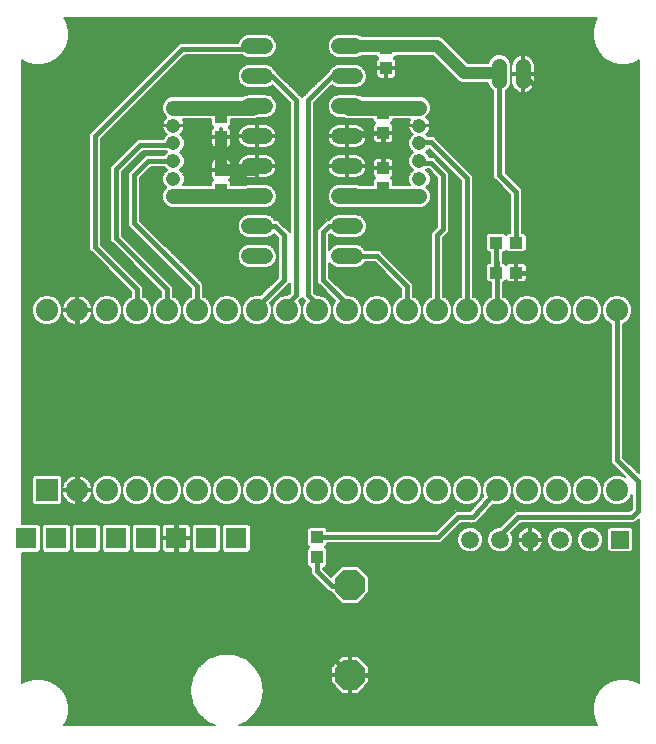
<source format=gbl>
G75*
%MOIN*%
%OFA0B0*%
%FSLAX25Y25*%
%IPPOS*%
%LPD*%
%AMOC8*
5,1,8,0,0,1.08239X$1,22.5*
%
%ADD10R,0.03937X0.04331*%
%ADD11C,0.05200*%
%ADD12C,0.05150*%
%ADD13R,0.04331X0.03937*%
%ADD14OC8,0.10000*%
%ADD15R,0.07400X0.07400*%
%ADD16C,0.07400*%
%ADD17C,0.05937*%
%ADD18R,0.05937X0.05937*%
%ADD19C,0.04756*%
%ADD20R,0.07000X0.07000*%
%ADD21C,0.01600*%
%ADD22C,0.05000*%
%ADD23C,0.04000*%
%ADD24C,0.00600*%
D10*
X0104300Y0146820D03*
X0104300Y0153513D03*
X0126300Y0269820D03*
X0126300Y0276513D03*
X0126300Y0288320D03*
X0126300Y0295013D03*
X0127300Y0309820D03*
X0127300Y0316513D03*
X0072300Y0293513D03*
X0072300Y0286820D03*
X0072300Y0276013D03*
X0072300Y0269320D03*
D11*
X0081700Y0267167D02*
X0086900Y0267167D01*
X0086900Y0277167D02*
X0081700Y0277167D01*
X0081700Y0287167D02*
X0086900Y0287167D01*
X0086900Y0297167D02*
X0081700Y0297167D01*
X0081700Y0307167D02*
X0086900Y0307167D01*
X0086900Y0317167D02*
X0081700Y0317167D01*
X0111700Y0317167D02*
X0116900Y0317167D01*
X0116900Y0307167D02*
X0111700Y0307167D01*
X0111700Y0297167D02*
X0116900Y0297167D01*
X0116900Y0287167D02*
X0111700Y0287167D01*
X0111700Y0277167D02*
X0116900Y0277167D01*
X0116900Y0267167D02*
X0111700Y0267167D01*
X0111700Y0257167D02*
X0116900Y0257167D01*
X0116900Y0247167D02*
X0111700Y0247167D01*
X0086900Y0247167D02*
X0081700Y0247167D01*
X0081700Y0257167D02*
X0086900Y0257167D01*
D12*
X0165068Y0305405D02*
X0165068Y0310554D01*
X0172942Y0310554D02*
X0172942Y0305405D01*
D13*
X0170646Y0251667D03*
X0163954Y0251667D03*
X0163954Y0241667D03*
X0170646Y0241667D03*
D14*
X0115300Y0137667D03*
X0115300Y0107667D03*
D15*
X0014300Y0169167D03*
D16*
X0024300Y0169167D03*
X0034300Y0169167D03*
X0044300Y0169167D03*
X0054300Y0169167D03*
X0064300Y0169167D03*
X0074300Y0169167D03*
X0084300Y0169167D03*
X0094300Y0169167D03*
X0104300Y0169167D03*
X0114300Y0169167D03*
X0124300Y0169167D03*
X0134300Y0169167D03*
X0144300Y0169167D03*
X0154300Y0169167D03*
X0164300Y0169167D03*
X0174300Y0169167D03*
X0184300Y0169167D03*
X0194300Y0169167D03*
X0204300Y0169167D03*
X0204300Y0229167D03*
X0194300Y0229167D03*
X0184300Y0229167D03*
X0174300Y0229167D03*
X0164300Y0229167D03*
X0154300Y0229167D03*
X0144300Y0229167D03*
X0134300Y0229167D03*
X0124300Y0229167D03*
X0114300Y0229167D03*
X0104300Y0229167D03*
X0094300Y0229167D03*
X0084300Y0229167D03*
X0074300Y0229167D03*
X0064300Y0229167D03*
X0054300Y0229167D03*
X0044300Y0229167D03*
X0034300Y0229167D03*
X0024300Y0229167D03*
X0014300Y0229167D03*
D17*
X0155300Y0152667D03*
X0165300Y0152667D03*
X0175300Y0152667D03*
X0185300Y0152667D03*
X0195300Y0152667D03*
D18*
X0205300Y0152667D03*
D19*
X0138418Y0267072D03*
X0138418Y0272978D03*
X0138418Y0278883D03*
X0138418Y0284789D03*
X0138418Y0290694D03*
X0138418Y0296600D03*
X0056418Y0296600D03*
X0056418Y0290694D03*
X0056418Y0284789D03*
X0056418Y0278883D03*
X0056418Y0272978D03*
X0056418Y0267072D03*
D20*
X0057300Y0153167D03*
X0067300Y0153167D03*
X0077300Y0153167D03*
X0047300Y0153167D03*
X0037300Y0153167D03*
X0027300Y0153167D03*
X0017300Y0153167D03*
X0007300Y0153167D03*
D21*
X0024300Y0166167D02*
X0024300Y0169167D01*
X0024300Y0229167D01*
X0044300Y0236167D02*
X0030300Y0250167D01*
X0030300Y0287167D01*
X0059300Y0316167D01*
X0085300Y0316167D01*
X0084300Y0317167D01*
X0084300Y0307167D02*
X0089300Y0307167D01*
X0097300Y0299167D01*
X0097300Y0234167D01*
X0094300Y0231167D01*
X0094300Y0229167D01*
X0101300Y0234167D02*
X0101300Y0299167D01*
X0110300Y0308167D01*
X0113300Y0308167D01*
X0114300Y0307167D01*
X0114300Y0316167D02*
X0121300Y0316167D01*
X0122300Y0317167D01*
X0126300Y0317167D01*
X0127300Y0316167D01*
X0115300Y0316167D01*
X0114300Y0317167D01*
X0114300Y0316167D01*
X0115300Y0317167D02*
X0115954Y0316513D01*
X0127300Y0316513D01*
X0123300Y0296600D02*
X0124887Y0295013D01*
X0126300Y0295013D01*
X0126300Y0288320D02*
X0115454Y0288320D01*
X0114300Y0287167D01*
X0126300Y0288320D02*
X0126300Y0276513D01*
X0126300Y0269820D02*
X0126300Y0268072D01*
X0125300Y0267072D01*
X0114300Y0257167D02*
X0108300Y0257167D01*
X0106300Y0255167D01*
X0106300Y0239167D01*
X0114300Y0231167D01*
X0114300Y0229167D01*
X0104300Y0229167D02*
X0104300Y0231167D01*
X0101300Y0234167D01*
X0093300Y0239167D02*
X0093300Y0254167D01*
X0090300Y0257167D01*
X0084300Y0257167D01*
X0093300Y0239167D02*
X0084300Y0230167D01*
X0084300Y0229167D01*
X0065300Y0230167D02*
X0064300Y0229167D01*
X0065300Y0230167D02*
X0064300Y0231167D01*
X0064300Y0237167D01*
X0043300Y0258167D01*
X0043300Y0274167D01*
X0048017Y0278883D01*
X0056418Y0278883D01*
X0055796Y0284167D02*
X0056418Y0284789D01*
X0055796Y0284167D02*
X0045300Y0284167D01*
X0037300Y0276167D01*
X0037300Y0253167D01*
X0054300Y0236167D01*
X0054300Y0229167D01*
X0044300Y0229167D02*
X0044300Y0236167D01*
X0024300Y0166167D02*
X0029300Y0161167D01*
X0054300Y0161167D01*
X0057300Y0158167D01*
X0057300Y0153167D01*
X0057300Y0146167D01*
X0063300Y0140167D01*
X0082800Y0140167D01*
X0098550Y0124417D01*
X0115300Y0107667D01*
X0151800Y0107667D01*
X0175300Y0131167D01*
X0175300Y0153167D01*
X0175300Y0154167D01*
X0171300Y0160167D02*
X0165300Y0154167D01*
X0165300Y0152667D01*
X0171300Y0160167D02*
X0209200Y0160167D01*
X0211200Y0162167D01*
X0211200Y0172267D01*
X0204300Y0179167D01*
X0204300Y0229167D01*
X0180300Y0243167D02*
X0178800Y0241667D01*
X0170646Y0241667D01*
X0164300Y0240320D02*
X0163954Y0251667D01*
X0163954Y0241667D01*
X0164300Y0240320D02*
X0164300Y0229167D01*
X0154300Y0229167D02*
X0154300Y0273167D01*
X0142300Y0285167D01*
X0138796Y0285167D01*
X0138418Y0284789D01*
X0138418Y0278883D02*
X0139135Y0278167D01*
X0142300Y0278167D01*
X0146300Y0274167D01*
X0146300Y0256167D01*
X0144300Y0254167D01*
X0144300Y0229167D01*
X0134300Y0229167D02*
X0134300Y0237167D01*
X0124300Y0247167D01*
X0114300Y0247167D01*
X0165068Y0274167D02*
X0165068Y0307980D01*
X0165255Y0308167D01*
X0165300Y0308167D01*
X0172942Y0307980D02*
X0180300Y0300621D01*
X0180300Y0243167D01*
X0170646Y0251667D02*
X0170646Y0268588D01*
X0165068Y0274167D01*
X0164300Y0169167D02*
X0156300Y0160167D01*
X0151300Y0160167D01*
X0144646Y0153513D01*
X0104300Y0153513D01*
X0104300Y0146820D02*
X0104300Y0142167D01*
X0109300Y0137167D01*
X0114800Y0137167D01*
X0115300Y0137667D01*
D22*
X0114394Y0267072D02*
X0114300Y0267167D01*
X0114394Y0267072D02*
X0125300Y0267072D01*
X0138418Y0267072D01*
X0138418Y0296600D02*
X0123300Y0296600D01*
X0114867Y0296600D01*
X0114300Y0297167D01*
X0084300Y0297167D02*
X0082733Y0296600D01*
X0056418Y0296600D01*
X0056418Y0267072D02*
X0083206Y0267072D01*
X0084300Y0267167D01*
D23*
X0083206Y0267072D02*
X0072394Y0267072D01*
X0072300Y0267167D01*
X0072300Y0269320D01*
X0072300Y0276013D02*
X0083146Y0276013D01*
X0084300Y0277167D01*
X0072300Y0276013D02*
X0072300Y0286820D01*
X0072300Y0287167D01*
X0072300Y0293513D02*
X0072300Y0296167D01*
X0072733Y0296600D01*
X0082733Y0296600D01*
X0114300Y0317167D02*
X0115300Y0317167D01*
X0122300Y0317167D01*
X0144300Y0317167D01*
X0153300Y0308167D01*
X0165300Y0308167D01*
D24*
X0020810Y0092227D02*
X0019967Y0090767D01*
X0070342Y0090767D01*
X0069816Y0090958D01*
X0069530Y0091035D01*
X0069402Y0091109D01*
X0068014Y0091614D01*
X0066883Y0092563D01*
X0066754Y0092638D01*
X0066545Y0092847D01*
X0064707Y0094389D01*
X0064707Y0094389D01*
X0064707Y0094389D01*
X0062548Y0098128D01*
X0062548Y0098128D01*
X0062132Y0100491D01*
X0062055Y0100777D01*
X0062055Y0100925D01*
X0061799Y0102379D01*
X0061799Y0102379D01*
X0062055Y0103834D01*
X0062055Y0103982D01*
X0062132Y0104268D01*
X0062548Y0106631D01*
X0062548Y0106631D01*
X0064707Y0110369D01*
X0064707Y0110369D01*
X0066545Y0111912D01*
X0066754Y0112121D01*
X0066883Y0112195D01*
X0068014Y0113144D01*
X0068014Y0113144D01*
X0069402Y0113649D01*
X0069530Y0113724D01*
X0069816Y0113800D01*
X0072071Y0114621D01*
X0076388Y0114621D01*
X0078643Y0113800D01*
X0078928Y0113724D01*
X0079057Y0113649D01*
X0080444Y0113144D01*
X0080444Y0113144D01*
X0081576Y0112195D01*
X0081704Y0112121D01*
X0081913Y0111912D01*
X0083751Y0110369D01*
X0083751Y0110369D01*
X0083751Y0110369D01*
X0085910Y0106631D01*
X0085910Y0106631D01*
X0086327Y0104268D01*
X0086403Y0103982D01*
X0086403Y0103834D01*
X0086660Y0102379D01*
X0086403Y0100925D01*
X0086403Y0100777D01*
X0086327Y0100491D01*
X0085910Y0098128D01*
X0085910Y0098128D01*
X0083751Y0094389D01*
X0083751Y0094389D01*
X0081913Y0092847D01*
X0081704Y0092638D01*
X0081576Y0092563D01*
X0080444Y0091614D01*
X0080444Y0091614D01*
X0079057Y0091109D01*
X0078928Y0091035D01*
X0078643Y0090958D01*
X0078116Y0090767D01*
X0197633Y0090767D01*
X0196790Y0092227D01*
X0196094Y0094823D01*
X0196094Y0097510D01*
X0196790Y0100106D01*
X0198134Y0102433D01*
X0200034Y0104333D01*
X0202361Y0105677D01*
X0204956Y0106372D01*
X0207644Y0106372D01*
X0210239Y0105677D01*
X0211700Y0104833D01*
X0211700Y0159697D01*
X0211300Y0159297D01*
X0210070Y0158067D01*
X0172170Y0158067D01*
X0168997Y0154894D01*
X0169568Y0153516D01*
X0169568Y0151818D01*
X0168919Y0150249D01*
X0167718Y0149048D01*
X0166149Y0148398D01*
X0164451Y0148398D01*
X0162882Y0149048D01*
X0161681Y0150249D01*
X0161031Y0151818D01*
X0161031Y0153516D01*
X0161681Y0155085D01*
X0162882Y0156285D01*
X0164451Y0156935D01*
X0165099Y0156935D01*
X0170430Y0162267D01*
X0208330Y0162267D01*
X0209100Y0163037D01*
X0209100Y0167689D01*
X0208539Y0166334D01*
X0207132Y0164928D01*
X0205295Y0164167D01*
X0203305Y0164167D01*
X0201468Y0164928D01*
X0200061Y0166334D01*
X0199300Y0168172D01*
X0198539Y0166334D01*
X0197132Y0164928D01*
X0195295Y0164167D01*
X0193305Y0164167D01*
X0191468Y0164928D01*
X0190061Y0166334D01*
X0189300Y0168172D01*
X0189300Y0170161D01*
X0190061Y0171999D01*
X0191468Y0173405D01*
X0193305Y0174167D01*
X0195295Y0174167D01*
X0197132Y0173405D01*
X0198539Y0171999D01*
X0199300Y0170161D01*
X0199300Y0168172D01*
X0199300Y0170161D01*
X0200061Y0171999D01*
X0201468Y0173405D01*
X0203305Y0174167D01*
X0205295Y0174167D01*
X0207062Y0173434D01*
X0202200Y0178297D01*
X0202200Y0224625D01*
X0201468Y0224928D01*
X0200061Y0226334D01*
X0199300Y0228172D01*
X0198539Y0226334D01*
X0197132Y0224928D01*
X0195295Y0224167D01*
X0193305Y0224167D01*
X0191468Y0224928D01*
X0190061Y0226334D01*
X0189300Y0228172D01*
X0188539Y0226334D01*
X0187132Y0224928D01*
X0185295Y0224167D01*
X0183305Y0224167D01*
X0181468Y0224928D01*
X0180061Y0226334D01*
X0179300Y0228172D01*
X0178539Y0226334D01*
X0177132Y0224928D01*
X0175295Y0224167D01*
X0173305Y0224167D01*
X0171468Y0224928D01*
X0170061Y0226334D01*
X0169300Y0228172D01*
X0169300Y0230161D01*
X0170061Y0231999D01*
X0171468Y0233405D01*
X0173305Y0234167D01*
X0175295Y0234167D01*
X0177132Y0233405D01*
X0178539Y0231999D01*
X0179300Y0230161D01*
X0179300Y0228172D01*
X0179300Y0230161D01*
X0180061Y0231999D01*
X0181468Y0233405D01*
X0183305Y0234167D01*
X0185295Y0234167D01*
X0187132Y0233405D01*
X0188539Y0231999D01*
X0189300Y0230161D01*
X0189300Y0228172D01*
X0189300Y0230161D01*
X0190061Y0231999D01*
X0191468Y0233405D01*
X0193305Y0234167D01*
X0195295Y0234167D01*
X0197132Y0233405D01*
X0198539Y0231999D01*
X0199300Y0230161D01*
X0199300Y0228172D01*
X0199300Y0230161D01*
X0200061Y0231999D01*
X0201468Y0233405D01*
X0203305Y0234167D01*
X0205295Y0234167D01*
X0207132Y0233405D01*
X0208539Y0231999D01*
X0209300Y0230161D01*
X0209300Y0228172D01*
X0208539Y0226334D01*
X0207132Y0224928D01*
X0206400Y0224625D01*
X0206400Y0180037D01*
X0211700Y0174736D01*
X0211700Y0312500D01*
X0210239Y0311657D01*
X0207644Y0310961D01*
X0204956Y0310961D01*
X0202361Y0311657D01*
X0200034Y0313000D01*
X0198134Y0314900D01*
X0196790Y0317227D01*
X0196094Y0319823D01*
X0196094Y0322510D01*
X0196790Y0325106D01*
X0197633Y0326567D01*
X0019967Y0326567D01*
X0020810Y0325106D01*
X0021505Y0322510D01*
X0021505Y0319823D01*
X0020810Y0317227D01*
X0019466Y0314900D01*
X0017566Y0313000D01*
X0015239Y0311657D01*
X0012644Y0310961D01*
X0009956Y0310961D01*
X0007361Y0311657D01*
X0005900Y0312500D01*
X0005900Y0157967D01*
X0011338Y0157967D01*
X0012100Y0157205D01*
X0012100Y0149128D01*
X0011338Y0148367D01*
X0005900Y0148367D01*
X0005900Y0104833D01*
X0007361Y0105677D01*
X0009956Y0106372D01*
X0012644Y0106372D01*
X0015239Y0105677D01*
X0017566Y0104333D01*
X0019466Y0102433D01*
X0020810Y0100106D01*
X0021505Y0097510D01*
X0021505Y0094823D01*
X0020810Y0092227D01*
X0020766Y0092152D02*
X0067373Y0092152D01*
X0066641Y0092750D02*
X0020950Y0092750D01*
X0021110Y0093349D02*
X0065947Y0093349D01*
X0065233Y0093947D02*
X0021271Y0093947D01*
X0021431Y0094546D02*
X0064616Y0094546D01*
X0064271Y0095144D02*
X0021505Y0095144D01*
X0021505Y0095743D02*
X0063925Y0095743D01*
X0063580Y0096341D02*
X0021505Y0096341D01*
X0021505Y0096940D02*
X0063234Y0096940D01*
X0062889Y0097538D02*
X0021498Y0097538D01*
X0021338Y0098137D02*
X0062547Y0098137D01*
X0062441Y0098735D02*
X0021177Y0098735D01*
X0021017Y0099334D02*
X0062336Y0099334D01*
X0062230Y0099932D02*
X0020856Y0099932D01*
X0020565Y0100531D02*
X0062121Y0100531D01*
X0062019Y0101129D02*
X0020219Y0101129D01*
X0019873Y0101728D02*
X0061914Y0101728D01*
X0061808Y0102326D02*
X0019528Y0102326D01*
X0018974Y0102925D02*
X0061895Y0102925D01*
X0062000Y0103523D02*
X0018376Y0103523D01*
X0017777Y0104122D02*
X0062093Y0104122D01*
X0062212Y0104721D02*
X0016895Y0104721D01*
X0015859Y0105319D02*
X0062317Y0105319D01*
X0062423Y0105918D02*
X0014340Y0105918D01*
X0008260Y0105918D02*
X0005900Y0105918D01*
X0005900Y0106516D02*
X0062528Y0106516D01*
X0062828Y0107115D02*
X0005900Y0107115D01*
X0005900Y0107713D02*
X0063173Y0107713D01*
X0063519Y0108312D02*
X0005900Y0108312D01*
X0005900Y0108910D02*
X0063864Y0108910D01*
X0064210Y0109509D02*
X0005900Y0109509D01*
X0005900Y0110107D02*
X0064555Y0110107D01*
X0065108Y0110706D02*
X0005900Y0110706D01*
X0005900Y0111304D02*
X0065821Y0111304D01*
X0066534Y0111903D02*
X0005900Y0111903D01*
X0005900Y0112501D02*
X0067247Y0112501D01*
X0067961Y0113100D02*
X0005900Y0113100D01*
X0005900Y0113698D02*
X0069486Y0113698D01*
X0071180Y0114297D02*
X0005900Y0114297D01*
X0005900Y0114895D02*
X0211700Y0114895D01*
X0211700Y0114297D02*
X0077278Y0114297D01*
X0078972Y0113698D02*
X0112422Y0113698D01*
X0112690Y0113967D02*
X0109000Y0110276D01*
X0109000Y0107967D01*
X0115000Y0107967D01*
X0115000Y0113967D01*
X0112690Y0113967D01*
X0111823Y0113100D02*
X0080498Y0113100D01*
X0081211Y0112501D02*
X0111225Y0112501D01*
X0110626Y0111903D02*
X0081924Y0111903D01*
X0082637Y0111304D02*
X0110028Y0111304D01*
X0109429Y0110706D02*
X0083351Y0110706D01*
X0083903Y0110107D02*
X0109000Y0110107D01*
X0109000Y0109509D02*
X0084248Y0109509D01*
X0084594Y0108910D02*
X0109000Y0108910D01*
X0109000Y0108312D02*
X0084940Y0108312D01*
X0085285Y0107713D02*
X0115000Y0107713D01*
X0115000Y0107967D02*
X0115000Y0107367D01*
X0109000Y0107367D01*
X0109000Y0105057D01*
X0112690Y0101367D01*
X0115000Y0101367D01*
X0115000Y0107367D01*
X0115600Y0107367D01*
X0115600Y0107967D01*
X0115000Y0107967D01*
X0115000Y0108312D02*
X0115600Y0108312D01*
X0115600Y0107967D02*
X0115600Y0113967D01*
X0117910Y0113967D01*
X0121600Y0110276D01*
X0121600Y0107967D01*
X0115600Y0107967D01*
X0115600Y0107713D02*
X0211700Y0107713D01*
X0211700Y0107115D02*
X0121600Y0107115D01*
X0121600Y0107367D02*
X0115600Y0107367D01*
X0115600Y0101367D01*
X0117910Y0101367D01*
X0121600Y0105057D01*
X0121600Y0107367D01*
X0121600Y0106516D02*
X0211700Y0106516D01*
X0211700Y0105918D02*
X0209340Y0105918D01*
X0210859Y0105319D02*
X0211700Y0105319D01*
X0211700Y0108312D02*
X0121600Y0108312D01*
X0121600Y0108910D02*
X0211700Y0108910D01*
X0211700Y0109509D02*
X0121600Y0109509D01*
X0121600Y0110107D02*
X0211700Y0110107D01*
X0211700Y0110706D02*
X0121171Y0110706D01*
X0120572Y0111304D02*
X0211700Y0111304D01*
X0211700Y0111903D02*
X0119974Y0111903D01*
X0119375Y0112501D02*
X0211700Y0112501D01*
X0211700Y0113100D02*
X0118777Y0113100D01*
X0118178Y0113698D02*
X0211700Y0113698D01*
X0211700Y0115494D02*
X0005900Y0115494D01*
X0005900Y0116092D02*
X0211700Y0116092D01*
X0211700Y0116691D02*
X0005900Y0116691D01*
X0005900Y0117289D02*
X0211700Y0117289D01*
X0211700Y0117888D02*
X0005900Y0117888D01*
X0005900Y0118486D02*
X0211700Y0118486D01*
X0211700Y0119085D02*
X0005900Y0119085D01*
X0005900Y0119683D02*
X0211700Y0119683D01*
X0211700Y0120282D02*
X0005900Y0120282D01*
X0005900Y0120880D02*
X0211700Y0120880D01*
X0211700Y0121479D02*
X0005900Y0121479D01*
X0005900Y0122077D02*
X0211700Y0122077D01*
X0211700Y0122676D02*
X0005900Y0122676D01*
X0005900Y0123274D02*
X0211700Y0123274D01*
X0211700Y0123873D02*
X0005900Y0123873D01*
X0005900Y0124471D02*
X0211700Y0124471D01*
X0211700Y0125070D02*
X0005900Y0125070D01*
X0005900Y0125668D02*
X0211700Y0125668D01*
X0211700Y0126267D02*
X0005900Y0126267D01*
X0005900Y0126865D02*
X0211700Y0126865D01*
X0211700Y0127464D02*
X0005900Y0127464D01*
X0005900Y0128062D02*
X0211700Y0128062D01*
X0211700Y0128661D02*
X0005900Y0128661D01*
X0005900Y0129259D02*
X0211700Y0129259D01*
X0211700Y0129858D02*
X0005900Y0129858D01*
X0005900Y0130456D02*
X0211700Y0130456D01*
X0211700Y0131055D02*
X0005900Y0131055D01*
X0005900Y0131654D02*
X0112404Y0131654D01*
X0112690Y0131367D02*
X0117910Y0131367D01*
X0121600Y0135057D01*
X0121600Y0140276D01*
X0117910Y0143967D01*
X0112690Y0143967D01*
X0109080Y0140356D01*
X0106400Y0143037D01*
X0106400Y0143355D01*
X0106807Y0143355D01*
X0107568Y0144116D01*
X0107568Y0149524D01*
X0106926Y0150167D01*
X0107568Y0150809D01*
X0107568Y0151413D01*
X0145516Y0151413D01*
X0152170Y0158067D01*
X0155502Y0158067D01*
X0155555Y0158019D01*
X0156362Y0158067D01*
X0157170Y0158067D01*
X0157220Y0158117D01*
X0157292Y0158121D01*
X0157829Y0158725D01*
X0158400Y0159297D01*
X0158400Y0159368D01*
X0162838Y0164360D01*
X0163305Y0164167D01*
X0165295Y0164167D01*
X0167132Y0164928D01*
X0168539Y0166334D01*
X0169300Y0168172D01*
X0170061Y0166334D01*
X0171468Y0164928D01*
X0173305Y0164167D01*
X0175295Y0164167D01*
X0177132Y0164928D01*
X0178539Y0166334D01*
X0179300Y0168172D01*
X0180061Y0166334D01*
X0181468Y0164928D01*
X0183305Y0164167D01*
X0185295Y0164167D01*
X0187132Y0164928D01*
X0188539Y0166334D01*
X0189300Y0168172D01*
X0189300Y0170161D01*
X0188539Y0171999D01*
X0187132Y0173405D01*
X0185295Y0174167D01*
X0183305Y0174167D01*
X0181468Y0173405D01*
X0180061Y0171999D01*
X0179300Y0170161D01*
X0179300Y0168172D01*
X0179300Y0170161D01*
X0178539Y0171999D01*
X0177132Y0173405D01*
X0175295Y0174167D01*
X0173305Y0174167D01*
X0171468Y0173405D01*
X0170061Y0171999D01*
X0169300Y0170161D01*
X0169300Y0168172D01*
X0169300Y0170161D01*
X0168539Y0171999D01*
X0167132Y0173405D01*
X0165295Y0174167D01*
X0163305Y0174167D01*
X0161468Y0173405D01*
X0160061Y0171999D01*
X0159300Y0170161D01*
X0158539Y0171999D01*
X0157132Y0173405D01*
X0155295Y0174167D01*
X0153305Y0174167D01*
X0151468Y0173405D01*
X0150061Y0171999D01*
X0149300Y0170161D01*
X0149300Y0168172D01*
X0150061Y0166334D01*
X0151468Y0164928D01*
X0153305Y0164167D01*
X0155295Y0164167D01*
X0157132Y0164928D01*
X0158539Y0166334D01*
X0159300Y0168172D01*
X0159300Y0170161D01*
X0159300Y0168172D01*
X0159715Y0167170D01*
X0155357Y0162267D01*
X0150430Y0162267D01*
X0149200Y0161037D01*
X0143777Y0155613D01*
X0107568Y0155613D01*
X0107568Y0156217D01*
X0106807Y0156978D01*
X0101793Y0156978D01*
X0101031Y0156217D01*
X0101031Y0150809D01*
X0101674Y0150167D01*
X0101031Y0149524D01*
X0101031Y0144116D01*
X0101793Y0143355D01*
X0102200Y0143355D01*
X0102200Y0141297D01*
X0107200Y0136297D01*
X0108430Y0135067D01*
X0109000Y0135067D01*
X0109000Y0135057D01*
X0112690Y0131367D01*
X0111805Y0132252D02*
X0005900Y0132252D01*
X0005900Y0132851D02*
X0111207Y0132851D01*
X0110608Y0133449D02*
X0005900Y0133449D01*
X0005900Y0134048D02*
X0110010Y0134048D01*
X0109411Y0134646D02*
X0005900Y0134646D01*
X0005900Y0135245D02*
X0108252Y0135245D01*
X0107654Y0135843D02*
X0005900Y0135843D01*
X0005900Y0136442D02*
X0107055Y0136442D01*
X0106457Y0137040D02*
X0005900Y0137040D01*
X0005900Y0137639D02*
X0105858Y0137639D01*
X0105260Y0138237D02*
X0005900Y0138237D01*
X0005900Y0138836D02*
X0104661Y0138836D01*
X0104063Y0139434D02*
X0005900Y0139434D01*
X0005900Y0140033D02*
X0103464Y0140033D01*
X0102866Y0140631D02*
X0005900Y0140631D01*
X0005900Y0141230D02*
X0102267Y0141230D01*
X0102200Y0141828D02*
X0005900Y0141828D01*
X0005900Y0142427D02*
X0102200Y0142427D01*
X0102200Y0143025D02*
X0005900Y0143025D01*
X0005900Y0143624D02*
X0101524Y0143624D01*
X0101031Y0144222D02*
X0005900Y0144222D01*
X0005900Y0144821D02*
X0101031Y0144821D01*
X0101031Y0145419D02*
X0005900Y0145419D01*
X0005900Y0146018D02*
X0101031Y0146018D01*
X0101031Y0146616D02*
X0005900Y0146616D01*
X0005900Y0147215D02*
X0101031Y0147215D01*
X0101031Y0147813D02*
X0005900Y0147813D01*
X0011384Y0148412D02*
X0013216Y0148412D01*
X0013262Y0148367D02*
X0012500Y0149128D01*
X0012500Y0157205D01*
X0013262Y0157967D01*
X0021338Y0157967D01*
X0022100Y0157205D01*
X0022100Y0149128D01*
X0021338Y0148367D01*
X0013262Y0148367D01*
X0012618Y0149010D02*
X0011982Y0149010D01*
X0012100Y0149609D02*
X0012500Y0149609D01*
X0012500Y0150207D02*
X0012100Y0150207D01*
X0012100Y0150806D02*
X0012500Y0150806D01*
X0012500Y0151404D02*
X0012100Y0151404D01*
X0012100Y0152003D02*
X0012500Y0152003D01*
X0012500Y0152601D02*
X0012100Y0152601D01*
X0012100Y0153200D02*
X0012500Y0153200D01*
X0012500Y0153798D02*
X0012100Y0153798D01*
X0012100Y0154397D02*
X0012500Y0154397D01*
X0012500Y0154995D02*
X0012100Y0154995D01*
X0012100Y0155594D02*
X0012500Y0155594D01*
X0012500Y0156192D02*
X0012100Y0156192D01*
X0012100Y0156791D02*
X0012500Y0156791D01*
X0012684Y0157390D02*
X0011916Y0157390D01*
X0010062Y0164167D02*
X0009300Y0164928D01*
X0009300Y0173405D01*
X0010062Y0174167D01*
X0018538Y0174167D01*
X0019300Y0173405D01*
X0019300Y0164928D01*
X0018538Y0164167D01*
X0010062Y0164167D01*
X0009657Y0164572D02*
X0005900Y0164572D01*
X0005900Y0165170D02*
X0009300Y0165170D01*
X0009300Y0165769D02*
X0005900Y0165769D01*
X0005900Y0166367D02*
X0009300Y0166367D01*
X0009300Y0166966D02*
X0005900Y0166966D01*
X0005900Y0167564D02*
X0009300Y0167564D01*
X0009300Y0168163D02*
X0005900Y0168163D01*
X0005900Y0168761D02*
X0009300Y0168761D01*
X0009300Y0169360D02*
X0005900Y0169360D01*
X0005900Y0169958D02*
X0009300Y0169958D01*
X0009300Y0170557D02*
X0005900Y0170557D01*
X0005900Y0171155D02*
X0009300Y0171155D01*
X0009300Y0171754D02*
X0005900Y0171754D01*
X0005900Y0172352D02*
X0009300Y0172352D01*
X0009300Y0172951D02*
X0005900Y0172951D01*
X0005900Y0173549D02*
X0009444Y0173549D01*
X0010043Y0174148D02*
X0005900Y0174148D01*
X0005900Y0174746D02*
X0205750Y0174746D01*
X0205340Y0174148D02*
X0206349Y0174148D01*
X0206785Y0173549D02*
X0206947Y0173549D01*
X0205152Y0175345D02*
X0005900Y0175345D01*
X0005900Y0175943D02*
X0204553Y0175943D01*
X0203955Y0176542D02*
X0005900Y0176542D01*
X0005900Y0177140D02*
X0203356Y0177140D01*
X0202758Y0177739D02*
X0005900Y0177739D01*
X0005900Y0178337D02*
X0202200Y0178337D01*
X0202200Y0178936D02*
X0005900Y0178936D01*
X0005900Y0179534D02*
X0202200Y0179534D01*
X0202200Y0180133D02*
X0005900Y0180133D01*
X0005900Y0180731D02*
X0202200Y0180731D01*
X0202200Y0181330D02*
X0005900Y0181330D01*
X0005900Y0181928D02*
X0202200Y0181928D01*
X0202200Y0182527D02*
X0005900Y0182527D01*
X0005900Y0183125D02*
X0202200Y0183125D01*
X0202200Y0183724D02*
X0005900Y0183724D01*
X0005900Y0184323D02*
X0202200Y0184323D01*
X0202200Y0184921D02*
X0005900Y0184921D01*
X0005900Y0185520D02*
X0202200Y0185520D01*
X0202200Y0186118D02*
X0005900Y0186118D01*
X0005900Y0186717D02*
X0202200Y0186717D01*
X0202200Y0187315D02*
X0005900Y0187315D01*
X0005900Y0187914D02*
X0202200Y0187914D01*
X0202200Y0188512D02*
X0005900Y0188512D01*
X0005900Y0189111D02*
X0202200Y0189111D01*
X0202200Y0189709D02*
X0005900Y0189709D01*
X0005900Y0190308D02*
X0202200Y0190308D01*
X0202200Y0190906D02*
X0005900Y0190906D01*
X0005900Y0191505D02*
X0202200Y0191505D01*
X0202200Y0192103D02*
X0005900Y0192103D01*
X0005900Y0192702D02*
X0202200Y0192702D01*
X0202200Y0193300D02*
X0005900Y0193300D01*
X0005900Y0193899D02*
X0202200Y0193899D01*
X0202200Y0194497D02*
X0005900Y0194497D01*
X0005900Y0195096D02*
X0202200Y0195096D01*
X0202200Y0195694D02*
X0005900Y0195694D01*
X0005900Y0196293D02*
X0202200Y0196293D01*
X0202200Y0196891D02*
X0005900Y0196891D01*
X0005900Y0197490D02*
X0202200Y0197490D01*
X0202200Y0198088D02*
X0005900Y0198088D01*
X0005900Y0198687D02*
X0202200Y0198687D01*
X0202200Y0199285D02*
X0005900Y0199285D01*
X0005900Y0199884D02*
X0202200Y0199884D01*
X0202200Y0200482D02*
X0005900Y0200482D01*
X0005900Y0201081D02*
X0202200Y0201081D01*
X0202200Y0201679D02*
X0005900Y0201679D01*
X0005900Y0202278D02*
X0202200Y0202278D01*
X0202200Y0202876D02*
X0005900Y0202876D01*
X0005900Y0203475D02*
X0202200Y0203475D01*
X0202200Y0204073D02*
X0005900Y0204073D01*
X0005900Y0204672D02*
X0202200Y0204672D01*
X0202200Y0205270D02*
X0005900Y0205270D01*
X0005900Y0205869D02*
X0202200Y0205869D01*
X0202200Y0206467D02*
X0005900Y0206467D01*
X0005900Y0207066D02*
X0202200Y0207066D01*
X0202200Y0207664D02*
X0005900Y0207664D01*
X0005900Y0208263D02*
X0202200Y0208263D01*
X0202200Y0208861D02*
X0005900Y0208861D01*
X0005900Y0209460D02*
X0202200Y0209460D01*
X0202200Y0210059D02*
X0005900Y0210059D01*
X0005900Y0210657D02*
X0202200Y0210657D01*
X0202200Y0211256D02*
X0005900Y0211256D01*
X0005900Y0211854D02*
X0202200Y0211854D01*
X0202200Y0212453D02*
X0005900Y0212453D01*
X0005900Y0213051D02*
X0202200Y0213051D01*
X0202200Y0213650D02*
X0005900Y0213650D01*
X0005900Y0214248D02*
X0202200Y0214248D01*
X0202200Y0214847D02*
X0005900Y0214847D01*
X0005900Y0215445D02*
X0202200Y0215445D01*
X0202200Y0216044D02*
X0005900Y0216044D01*
X0005900Y0216642D02*
X0202200Y0216642D01*
X0202200Y0217241D02*
X0005900Y0217241D01*
X0005900Y0217839D02*
X0202200Y0217839D01*
X0202200Y0218438D02*
X0005900Y0218438D01*
X0005900Y0219036D02*
X0202200Y0219036D01*
X0202200Y0219635D02*
X0005900Y0219635D01*
X0005900Y0220233D02*
X0202200Y0220233D01*
X0202200Y0220832D02*
X0005900Y0220832D01*
X0005900Y0221430D02*
X0202200Y0221430D01*
X0202200Y0222029D02*
X0005900Y0222029D01*
X0005900Y0222627D02*
X0202200Y0222627D01*
X0202200Y0223226D02*
X0005900Y0223226D01*
X0005900Y0223824D02*
X0202200Y0223824D01*
X0202200Y0224423D02*
X0195913Y0224423D01*
X0197226Y0225021D02*
X0201374Y0225021D01*
X0200776Y0225620D02*
X0197824Y0225620D01*
X0198423Y0226218D02*
X0200177Y0226218D01*
X0199861Y0226817D02*
X0198739Y0226817D01*
X0198987Y0227415D02*
X0199613Y0227415D01*
X0199366Y0228014D02*
X0199234Y0228014D01*
X0199300Y0228612D02*
X0199300Y0228612D01*
X0199300Y0229211D02*
X0199300Y0229211D01*
X0199300Y0229809D02*
X0199300Y0229809D01*
X0199198Y0230408D02*
X0199402Y0230408D01*
X0199650Y0231006D02*
X0198950Y0231006D01*
X0198702Y0231605D02*
X0199898Y0231605D01*
X0200266Y0232203D02*
X0198334Y0232203D01*
X0197736Y0232802D02*
X0200864Y0232802D01*
X0201463Y0233400D02*
X0197137Y0233400D01*
X0195699Y0233999D02*
X0202901Y0233999D01*
X0205699Y0233999D02*
X0211700Y0233999D01*
X0211700Y0234597D02*
X0166400Y0234597D01*
X0166400Y0233999D02*
X0172901Y0233999D01*
X0171463Y0233400D02*
X0167137Y0233400D01*
X0167132Y0233405D02*
X0166400Y0233709D01*
X0166400Y0238398D01*
X0166657Y0238398D01*
X0167338Y0239079D01*
X0167441Y0238900D01*
X0167683Y0238658D01*
X0167979Y0238487D01*
X0168310Y0238398D01*
X0170346Y0238398D01*
X0170346Y0241367D01*
X0170946Y0241367D01*
X0170946Y0238398D01*
X0172983Y0238398D01*
X0173314Y0238487D01*
X0173610Y0238658D01*
X0173852Y0238900D01*
X0174023Y0239196D01*
X0174112Y0239527D01*
X0174112Y0241367D01*
X0170946Y0241367D01*
X0170946Y0241967D01*
X0170346Y0241967D01*
X0170346Y0244935D01*
X0168310Y0244935D01*
X0167979Y0244847D01*
X0167683Y0244675D01*
X0167441Y0244433D01*
X0167338Y0244255D01*
X0166657Y0244935D01*
X0166260Y0244935D01*
X0166154Y0248398D01*
X0166657Y0248398D01*
X0167300Y0249041D01*
X0167943Y0248398D01*
X0173350Y0248398D01*
X0174112Y0249160D01*
X0174112Y0254174D01*
X0173350Y0254935D01*
X0172746Y0254935D01*
X0172746Y0269458D01*
X0167168Y0275037D01*
X0167168Y0302081D01*
X0167263Y0302120D01*
X0168353Y0303210D01*
X0168943Y0304634D01*
X0168943Y0311325D01*
X0168353Y0312749D01*
X0167263Y0313839D01*
X0165838Y0314429D01*
X0164297Y0314429D01*
X0162873Y0313839D01*
X0161783Y0312749D01*
X0161252Y0311467D01*
X0154667Y0311467D01*
X0146169Y0319964D01*
X0144956Y0320467D01*
X0119115Y0320467D01*
X0119109Y0320473D01*
X0117676Y0321067D01*
X0110924Y0321067D01*
X0109491Y0320473D01*
X0108394Y0319376D01*
X0107800Y0317942D01*
X0107800Y0316391D01*
X0108394Y0314957D01*
X0109491Y0313860D01*
X0110924Y0313267D01*
X0117676Y0313267D01*
X0119109Y0313860D01*
X0119115Y0313867D01*
X0124031Y0313867D01*
X0124031Y0313809D01*
X0124712Y0313129D01*
X0124533Y0313026D01*
X0124291Y0312784D01*
X0124120Y0312487D01*
X0124031Y0312157D01*
X0124031Y0310120D01*
X0127000Y0310120D01*
X0127000Y0309520D01*
X0127600Y0309520D01*
X0127600Y0306355D01*
X0129440Y0306355D01*
X0129770Y0306443D01*
X0130067Y0306615D01*
X0130309Y0306857D01*
X0130480Y0307153D01*
X0130568Y0307484D01*
X0130568Y0309520D01*
X0127600Y0309520D01*
X0127600Y0310120D01*
X0130568Y0310120D01*
X0130568Y0312157D01*
X0130480Y0312487D01*
X0130309Y0312784D01*
X0130067Y0313026D01*
X0129888Y0313129D01*
X0130568Y0313809D01*
X0130568Y0313867D01*
X0142933Y0313867D01*
X0150502Y0306297D01*
X0151431Y0305369D01*
X0152644Y0304867D01*
X0161193Y0304867D01*
X0161193Y0304634D01*
X0161783Y0303210D01*
X0162873Y0302120D01*
X0162968Y0302081D01*
X0162968Y0273297D01*
X0164198Y0272067D01*
X0168546Y0267718D01*
X0168546Y0254935D01*
X0167943Y0254935D01*
X0167300Y0254293D01*
X0166657Y0254935D01*
X0161250Y0254935D01*
X0160488Y0254174D01*
X0160488Y0249160D01*
X0161250Y0248398D01*
X0161854Y0248398D01*
X0161854Y0244935D01*
X0161250Y0244935D01*
X0160488Y0244174D01*
X0156400Y0244174D01*
X0156400Y0244772D02*
X0161087Y0244772D01*
X0160488Y0244174D02*
X0160488Y0239160D01*
X0161250Y0238398D01*
X0162200Y0238398D01*
X0162200Y0233709D01*
X0161468Y0233405D01*
X0160061Y0231999D01*
X0159300Y0230161D01*
X0159300Y0228172D01*
X0160061Y0226334D01*
X0161468Y0224928D01*
X0163305Y0224167D01*
X0165295Y0224167D01*
X0167132Y0224928D01*
X0168539Y0226334D01*
X0169300Y0228172D01*
X0169300Y0230161D01*
X0168539Y0231999D01*
X0167132Y0233405D01*
X0167736Y0232802D02*
X0170864Y0232802D01*
X0170266Y0232203D02*
X0168334Y0232203D01*
X0168702Y0231605D02*
X0169898Y0231605D01*
X0169650Y0231006D02*
X0168950Y0231006D01*
X0169198Y0230408D02*
X0169402Y0230408D01*
X0169300Y0229809D02*
X0169300Y0229809D01*
X0169300Y0229211D02*
X0169300Y0229211D01*
X0169300Y0228612D02*
X0169300Y0228612D01*
X0169234Y0228014D02*
X0169366Y0228014D01*
X0169613Y0227415D02*
X0168987Y0227415D01*
X0168739Y0226817D02*
X0169861Y0226817D01*
X0170177Y0226218D02*
X0168423Y0226218D01*
X0167824Y0225620D02*
X0170776Y0225620D01*
X0171374Y0225021D02*
X0167226Y0225021D01*
X0165913Y0224423D02*
X0172687Y0224423D01*
X0175913Y0224423D02*
X0182687Y0224423D01*
X0181374Y0225021D02*
X0177226Y0225021D01*
X0177824Y0225620D02*
X0180776Y0225620D01*
X0180177Y0226218D02*
X0178423Y0226218D01*
X0178739Y0226817D02*
X0179861Y0226817D01*
X0179613Y0227415D02*
X0178987Y0227415D01*
X0179234Y0228014D02*
X0179366Y0228014D01*
X0179300Y0228612D02*
X0179300Y0228612D01*
X0179300Y0229211D02*
X0179300Y0229211D01*
X0179300Y0229809D02*
X0179300Y0229809D01*
X0179198Y0230408D02*
X0179402Y0230408D01*
X0179650Y0231006D02*
X0178950Y0231006D01*
X0178702Y0231605D02*
X0179898Y0231605D01*
X0180266Y0232203D02*
X0178334Y0232203D01*
X0177736Y0232802D02*
X0180864Y0232802D01*
X0181463Y0233400D02*
X0177137Y0233400D01*
X0175699Y0233999D02*
X0182901Y0233999D01*
X0185699Y0233999D02*
X0192901Y0233999D01*
X0191463Y0233400D02*
X0187137Y0233400D01*
X0187736Y0232802D02*
X0190864Y0232802D01*
X0190266Y0232203D02*
X0188334Y0232203D01*
X0188702Y0231605D02*
X0189898Y0231605D01*
X0189650Y0231006D02*
X0188950Y0231006D01*
X0189198Y0230408D02*
X0189402Y0230408D01*
X0189300Y0229809D02*
X0189300Y0229809D01*
X0189300Y0229211D02*
X0189300Y0229211D01*
X0189300Y0228612D02*
X0189300Y0228612D01*
X0189234Y0228014D02*
X0189366Y0228014D01*
X0189613Y0227415D02*
X0188987Y0227415D01*
X0188739Y0226817D02*
X0189861Y0226817D01*
X0190177Y0226218D02*
X0188423Y0226218D01*
X0187824Y0225620D02*
X0190776Y0225620D01*
X0191374Y0225021D02*
X0187226Y0225021D01*
X0185913Y0224423D02*
X0192687Y0224423D01*
X0206400Y0224423D02*
X0211700Y0224423D01*
X0211700Y0225021D02*
X0207226Y0225021D01*
X0207824Y0225620D02*
X0211700Y0225620D01*
X0211700Y0226218D02*
X0208423Y0226218D01*
X0208739Y0226817D02*
X0211700Y0226817D01*
X0211700Y0227415D02*
X0208987Y0227415D01*
X0209234Y0228014D02*
X0211700Y0228014D01*
X0211700Y0228612D02*
X0209300Y0228612D01*
X0209300Y0229211D02*
X0211700Y0229211D01*
X0211700Y0229809D02*
X0209300Y0229809D01*
X0209198Y0230408D02*
X0211700Y0230408D01*
X0211700Y0231006D02*
X0208950Y0231006D01*
X0208702Y0231605D02*
X0211700Y0231605D01*
X0211700Y0232203D02*
X0208334Y0232203D01*
X0207736Y0232802D02*
X0211700Y0232802D01*
X0211700Y0233400D02*
X0207137Y0233400D01*
X0211700Y0235196D02*
X0166400Y0235196D01*
X0166400Y0235794D02*
X0211700Y0235794D01*
X0211700Y0236393D02*
X0166400Y0236393D01*
X0166400Y0236992D02*
X0211700Y0236992D01*
X0211700Y0237590D02*
X0166400Y0237590D01*
X0166400Y0238189D02*
X0211700Y0238189D01*
X0211700Y0238787D02*
X0173739Y0238787D01*
X0174074Y0239386D02*
X0211700Y0239386D01*
X0211700Y0239984D02*
X0174112Y0239984D01*
X0174112Y0240583D02*
X0211700Y0240583D01*
X0211700Y0241181D02*
X0174112Y0241181D01*
X0174112Y0241967D02*
X0174112Y0243806D01*
X0174023Y0244137D01*
X0173852Y0244433D01*
X0173610Y0244675D01*
X0173314Y0244847D01*
X0172983Y0244935D01*
X0170946Y0244935D01*
X0170946Y0241967D01*
X0174112Y0241967D01*
X0174112Y0242378D02*
X0211700Y0242378D01*
X0211700Y0241780D02*
X0170946Y0241780D01*
X0170946Y0242378D02*
X0170346Y0242378D01*
X0170346Y0242977D02*
X0170946Y0242977D01*
X0170946Y0243575D02*
X0170346Y0243575D01*
X0170346Y0244174D02*
X0170946Y0244174D01*
X0170946Y0244772D02*
X0170346Y0244772D01*
X0167850Y0244772D02*
X0166820Y0244772D01*
X0166247Y0245371D02*
X0211700Y0245371D01*
X0211700Y0245969D02*
X0166228Y0245969D01*
X0166210Y0246568D02*
X0211700Y0246568D01*
X0211700Y0247166D02*
X0166192Y0247166D01*
X0166174Y0247765D02*
X0211700Y0247765D01*
X0211700Y0248363D02*
X0166155Y0248363D01*
X0167221Y0248962D02*
X0167379Y0248962D01*
X0167356Y0254348D02*
X0167244Y0254348D01*
X0168546Y0254947D02*
X0156400Y0254947D01*
X0156400Y0255545D02*
X0168546Y0255545D01*
X0168546Y0256144D02*
X0156400Y0256144D01*
X0156400Y0256742D02*
X0168546Y0256742D01*
X0168546Y0257341D02*
X0156400Y0257341D01*
X0156400Y0257939D02*
X0168546Y0257939D01*
X0168546Y0258538D02*
X0156400Y0258538D01*
X0156400Y0259136D02*
X0168546Y0259136D01*
X0168546Y0259735D02*
X0156400Y0259735D01*
X0156400Y0260333D02*
X0168546Y0260333D01*
X0168546Y0260932D02*
X0156400Y0260932D01*
X0156400Y0261530D02*
X0168546Y0261530D01*
X0168546Y0262129D02*
X0156400Y0262129D01*
X0156400Y0262727D02*
X0168546Y0262727D01*
X0168546Y0263326D02*
X0156400Y0263326D01*
X0156400Y0263925D02*
X0168546Y0263925D01*
X0168546Y0264523D02*
X0156400Y0264523D01*
X0156400Y0265122D02*
X0168546Y0265122D01*
X0168546Y0265720D02*
X0156400Y0265720D01*
X0156400Y0266319D02*
X0168546Y0266319D01*
X0168546Y0266917D02*
X0156400Y0266917D01*
X0156400Y0267516D02*
X0168546Y0267516D01*
X0168150Y0268114D02*
X0156400Y0268114D01*
X0156400Y0268713D02*
X0167552Y0268713D01*
X0166953Y0269311D02*
X0156400Y0269311D01*
X0156400Y0269910D02*
X0166355Y0269910D01*
X0165756Y0270508D02*
X0156400Y0270508D01*
X0156400Y0271107D02*
X0165158Y0271107D01*
X0164559Y0271705D02*
X0156400Y0271705D01*
X0156400Y0272304D02*
X0163961Y0272304D01*
X0163362Y0272902D02*
X0156400Y0272902D01*
X0156400Y0273501D02*
X0162968Y0273501D01*
X0162968Y0274099D02*
X0156337Y0274099D01*
X0156400Y0274037D02*
X0144400Y0286037D01*
X0143170Y0287267D01*
X0141142Y0287267D01*
X0140648Y0287761D01*
X0140763Y0287837D01*
X0141275Y0288350D01*
X0141677Y0288952D01*
X0141955Y0289621D01*
X0142096Y0290332D01*
X0142096Y0290394D01*
X0138718Y0290394D01*
X0138718Y0290994D01*
X0142096Y0290994D01*
X0142096Y0291056D01*
X0141955Y0291767D01*
X0141677Y0292436D01*
X0141275Y0293039D01*
X0140763Y0293551D01*
X0140751Y0293559D01*
X0141640Y0294447D01*
X0142218Y0295844D01*
X0142218Y0297356D01*
X0141640Y0298752D01*
X0140571Y0299821D01*
X0139174Y0300400D01*
X0119182Y0300400D01*
X0119109Y0300473D01*
X0117676Y0301067D01*
X0110924Y0301067D01*
X0109491Y0300473D01*
X0108394Y0299376D01*
X0107800Y0297942D01*
X0107800Y0296391D01*
X0108394Y0294957D01*
X0109491Y0293860D01*
X0110924Y0293267D01*
X0112984Y0293267D01*
X0114111Y0292800D01*
X0123031Y0292800D01*
X0123031Y0292309D01*
X0123712Y0291629D01*
X0123533Y0291526D01*
X0123291Y0291284D01*
X0123120Y0290987D01*
X0123031Y0290657D01*
X0123031Y0288620D01*
X0126000Y0288620D01*
X0126000Y0288020D01*
X0126600Y0288020D01*
X0126600Y0284855D01*
X0128440Y0284855D01*
X0128770Y0284943D01*
X0129067Y0285115D01*
X0129309Y0285357D01*
X0129480Y0285653D01*
X0129568Y0285984D01*
X0129568Y0288020D01*
X0126600Y0288020D01*
X0126600Y0288620D01*
X0129568Y0288620D01*
X0129568Y0290657D01*
X0129480Y0290987D01*
X0129309Y0291284D01*
X0129067Y0291526D01*
X0128888Y0291629D01*
X0129568Y0292309D01*
X0129568Y0292800D01*
X0135402Y0292800D01*
X0135159Y0292436D01*
X0134881Y0291767D01*
X0134740Y0291056D01*
X0134740Y0290994D01*
X0138118Y0290994D01*
X0138118Y0290394D01*
X0134740Y0290394D01*
X0134740Y0290332D01*
X0134881Y0289621D01*
X0135159Y0288952D01*
X0135561Y0288350D01*
X0136074Y0287837D01*
X0136189Y0287761D01*
X0135300Y0286872D01*
X0134740Y0285520D01*
X0134740Y0284057D01*
X0135300Y0282705D01*
X0136169Y0281836D01*
X0135300Y0280967D01*
X0134740Y0279615D01*
X0134740Y0278152D01*
X0135300Y0276800D01*
X0136169Y0275930D01*
X0135300Y0275061D01*
X0134740Y0273709D01*
X0134740Y0272246D01*
X0135300Y0270894D01*
X0135322Y0270872D01*
X0129568Y0270872D01*
X0129568Y0272524D01*
X0128888Y0273204D01*
X0129067Y0273308D01*
X0129309Y0273550D01*
X0129480Y0273846D01*
X0129568Y0274177D01*
X0129568Y0276213D01*
X0126600Y0276213D01*
X0126600Y0276813D01*
X0129568Y0276813D01*
X0129568Y0278850D01*
X0129480Y0279180D01*
X0129309Y0279477D01*
X0129067Y0279719D01*
X0128770Y0279890D01*
X0128440Y0279978D01*
X0126600Y0279978D01*
X0126600Y0276813D01*
X0126000Y0276813D01*
X0126000Y0276213D01*
X0123031Y0276213D01*
X0123031Y0274177D01*
X0123120Y0273846D01*
X0123291Y0273550D01*
X0123533Y0273308D01*
X0123712Y0273204D01*
X0123031Y0272524D01*
X0123031Y0270872D01*
X0118145Y0270872D01*
X0117676Y0271067D01*
X0110924Y0271067D01*
X0109491Y0270473D01*
X0108394Y0269376D01*
X0107800Y0267942D01*
X0107800Y0266391D01*
X0108394Y0264957D01*
X0109491Y0263860D01*
X0110924Y0263267D01*
X0117676Y0263267D01*
X0117689Y0263272D01*
X0139174Y0263272D01*
X0140571Y0263851D01*
X0141640Y0264920D01*
X0142218Y0266316D01*
X0142218Y0267828D01*
X0141640Y0269225D01*
X0140753Y0270111D01*
X0141536Y0270894D01*
X0142096Y0272246D01*
X0142096Y0273709D01*
X0141536Y0275061D01*
X0140667Y0275930D01*
X0140803Y0276067D01*
X0141430Y0276067D01*
X0144200Y0273297D01*
X0144200Y0257037D01*
X0142200Y0255037D01*
X0142200Y0233709D01*
X0141468Y0233405D01*
X0140061Y0231999D01*
X0139300Y0230161D01*
X0138539Y0231999D01*
X0137132Y0233405D01*
X0136400Y0233709D01*
X0136400Y0238037D01*
X0126400Y0248036D01*
X0126400Y0248037D01*
X0125170Y0249267D01*
X0120251Y0249267D01*
X0120206Y0249376D01*
X0119109Y0250473D01*
X0117676Y0251067D01*
X0110924Y0251067D01*
X0109491Y0250473D01*
X0108400Y0249382D01*
X0108400Y0254297D01*
X0108727Y0254624D01*
X0109491Y0253860D01*
X0110924Y0253267D01*
X0117676Y0253267D01*
X0119109Y0253860D01*
X0120206Y0254957D01*
X0120800Y0256391D01*
X0120800Y0257942D01*
X0120206Y0259376D01*
X0119109Y0260473D01*
X0117676Y0261067D01*
X0110924Y0261067D01*
X0109491Y0260473D01*
X0108394Y0259376D01*
X0108349Y0259267D01*
X0107430Y0259267D01*
X0106200Y0258037D01*
X0104200Y0256037D01*
X0104200Y0238297D01*
X0105430Y0237067D01*
X0110280Y0232217D01*
X0110061Y0231999D01*
X0109300Y0230161D01*
X0108539Y0231999D01*
X0107132Y0233405D01*
X0105295Y0234167D01*
X0104270Y0234167D01*
X0103400Y0235037D01*
X0103400Y0298297D01*
X0109227Y0304124D01*
X0109491Y0303860D01*
X0110924Y0303267D01*
X0117676Y0303267D01*
X0119109Y0303860D01*
X0120206Y0304957D01*
X0120800Y0306391D01*
X0120800Y0307942D01*
X0120206Y0309376D01*
X0119109Y0310473D01*
X0117676Y0311067D01*
X0110924Y0311067D01*
X0109491Y0310473D01*
X0108394Y0309376D01*
X0108291Y0309127D01*
X0108200Y0309037D01*
X0099300Y0300136D01*
X0098170Y0301267D01*
X0098170Y0301267D01*
X0091400Y0308036D01*
X0091400Y0308037D01*
X0090309Y0309127D01*
X0090206Y0309376D01*
X0089109Y0310473D01*
X0087676Y0311067D01*
X0080924Y0311067D01*
X0079491Y0310473D01*
X0078394Y0309376D01*
X0077800Y0307942D01*
X0077800Y0306391D01*
X0078394Y0304957D01*
X0079491Y0303860D01*
X0080924Y0303267D01*
X0087676Y0303267D01*
X0089109Y0303860D01*
X0089373Y0304124D01*
X0095200Y0298297D01*
X0095200Y0255236D01*
X0092400Y0258037D01*
X0091170Y0259267D01*
X0090251Y0259267D01*
X0090206Y0259376D01*
X0089109Y0260473D01*
X0087676Y0261067D01*
X0080924Y0261067D01*
X0079491Y0260473D01*
X0078394Y0259376D01*
X0077800Y0257942D01*
X0077800Y0256391D01*
X0078394Y0254957D01*
X0079491Y0253860D01*
X0080924Y0253267D01*
X0087676Y0253267D01*
X0089109Y0253860D01*
X0089873Y0254624D01*
X0091200Y0253297D01*
X0091200Y0240037D01*
X0085320Y0234156D01*
X0085295Y0234167D01*
X0083305Y0234167D01*
X0081468Y0233405D01*
X0080061Y0231999D01*
X0079300Y0230161D01*
X0078539Y0231999D01*
X0077132Y0233405D01*
X0075295Y0234167D01*
X0073305Y0234167D01*
X0071468Y0233405D01*
X0070061Y0231999D01*
X0069300Y0230161D01*
X0069300Y0228172D01*
X0070061Y0226334D01*
X0071468Y0224928D01*
X0073305Y0224167D01*
X0075295Y0224167D01*
X0077132Y0224928D01*
X0078539Y0226334D01*
X0079300Y0228172D01*
X0079300Y0230161D01*
X0079300Y0228172D01*
X0080061Y0226334D01*
X0081468Y0224928D01*
X0083305Y0224167D01*
X0085295Y0224167D01*
X0087132Y0224928D01*
X0088539Y0226334D01*
X0089300Y0228172D01*
X0090061Y0226334D01*
X0091468Y0224928D01*
X0093305Y0224167D01*
X0095295Y0224167D01*
X0097132Y0224928D01*
X0098539Y0226334D01*
X0099300Y0228172D01*
X0100061Y0226334D01*
X0101468Y0224928D01*
X0103305Y0224167D01*
X0105295Y0224167D01*
X0107132Y0224928D01*
X0108539Y0226334D01*
X0109300Y0228172D01*
X0109300Y0230161D01*
X0109300Y0228172D01*
X0110061Y0226334D01*
X0111468Y0224928D01*
X0113305Y0224167D01*
X0115295Y0224167D01*
X0117132Y0224928D01*
X0118539Y0226334D01*
X0119300Y0228172D01*
X0119300Y0230161D01*
X0118539Y0231999D01*
X0117132Y0233405D01*
X0115295Y0234167D01*
X0114270Y0234167D01*
X0108400Y0240037D01*
X0108400Y0244951D01*
X0109491Y0243860D01*
X0110924Y0243267D01*
X0117676Y0243267D01*
X0119109Y0243860D01*
X0120206Y0244957D01*
X0120251Y0245067D01*
X0123430Y0245067D01*
X0132200Y0236297D01*
X0132200Y0233709D01*
X0131468Y0233405D01*
X0130061Y0231999D01*
X0129300Y0230161D01*
X0129300Y0228172D01*
X0130061Y0226334D01*
X0131468Y0224928D01*
X0133305Y0224167D01*
X0135295Y0224167D01*
X0137132Y0224928D01*
X0138539Y0226334D01*
X0139300Y0228172D01*
X0139300Y0230161D01*
X0139300Y0228172D01*
X0140061Y0226334D01*
X0141468Y0224928D01*
X0143305Y0224167D01*
X0145295Y0224167D01*
X0147132Y0224928D01*
X0148539Y0226334D01*
X0149300Y0228172D01*
X0150061Y0226334D01*
X0151468Y0224928D01*
X0153305Y0224167D01*
X0155295Y0224167D01*
X0157132Y0224928D01*
X0158539Y0226334D01*
X0159300Y0228172D01*
X0159300Y0230161D01*
X0158539Y0231999D01*
X0157132Y0233405D01*
X0156400Y0233709D01*
X0156400Y0274037D01*
X0155739Y0274698D02*
X0162968Y0274698D01*
X0162968Y0275296D02*
X0155140Y0275296D01*
X0154542Y0275895D02*
X0162968Y0275895D01*
X0162968Y0276493D02*
X0153943Y0276493D01*
X0153345Y0277092D02*
X0162968Y0277092D01*
X0162968Y0277690D02*
X0152746Y0277690D01*
X0152148Y0278289D02*
X0162968Y0278289D01*
X0162968Y0278887D02*
X0151549Y0278887D01*
X0150951Y0279486D02*
X0162968Y0279486D01*
X0162968Y0280084D02*
X0150352Y0280084D01*
X0149754Y0280683D02*
X0162968Y0280683D01*
X0162968Y0281281D02*
X0149155Y0281281D01*
X0148557Y0281880D02*
X0162968Y0281880D01*
X0162968Y0282478D02*
X0147958Y0282478D01*
X0147360Y0283077D02*
X0162968Y0283077D01*
X0162968Y0283675D02*
X0146761Y0283675D01*
X0146163Y0284274D02*
X0162968Y0284274D01*
X0162968Y0284872D02*
X0145564Y0284872D01*
X0144966Y0285471D02*
X0162968Y0285471D01*
X0162968Y0286069D02*
X0144367Y0286069D01*
X0143769Y0286668D02*
X0162968Y0286668D01*
X0162968Y0287266D02*
X0143170Y0287266D01*
X0141351Y0288463D02*
X0162968Y0288463D01*
X0162968Y0287865D02*
X0140790Y0287865D01*
X0141723Y0289062D02*
X0162968Y0289062D01*
X0162968Y0289661D02*
X0141962Y0289661D01*
X0142082Y0290259D02*
X0162968Y0290259D01*
X0162968Y0290858D02*
X0138718Y0290858D01*
X0138118Y0290858D02*
X0129515Y0290858D01*
X0129568Y0290259D02*
X0134755Y0290259D01*
X0134874Y0289661D02*
X0129568Y0289661D01*
X0129568Y0289062D02*
X0135113Y0289062D01*
X0135485Y0288463D02*
X0126600Y0288463D01*
X0126600Y0287865D02*
X0126000Y0287865D01*
X0126000Y0288020D02*
X0126000Y0284855D01*
X0124160Y0284855D01*
X0123830Y0284943D01*
X0123533Y0285115D01*
X0123291Y0285357D01*
X0123120Y0285653D01*
X0123031Y0285984D01*
X0123031Y0288020D01*
X0126000Y0288020D01*
X0126000Y0288463D02*
X0120584Y0288463D01*
X0120650Y0288304D02*
X0120356Y0289014D01*
X0119929Y0289653D01*
X0119386Y0290196D01*
X0118747Y0290623D01*
X0118038Y0290917D01*
X0117284Y0291067D01*
X0114600Y0291067D01*
X0114600Y0287467D01*
X0114000Y0287467D01*
X0114000Y0291067D01*
X0111316Y0291067D01*
X0110562Y0290917D01*
X0109853Y0290623D01*
X0109214Y0290196D01*
X0108671Y0289653D01*
X0108244Y0289014D01*
X0107950Y0288304D01*
X0107800Y0287551D01*
X0107800Y0287467D01*
X0114000Y0287467D01*
X0114000Y0286867D01*
X0107800Y0286867D01*
X0107800Y0286783D01*
X0107950Y0286029D01*
X0108244Y0285319D01*
X0108671Y0284681D01*
X0109214Y0284137D01*
X0109853Y0283711D01*
X0110562Y0283417D01*
X0111316Y0283267D01*
X0114000Y0283267D01*
X0114000Y0286867D01*
X0114600Y0286867D01*
X0114600Y0287467D01*
X0120800Y0287467D01*
X0120800Y0287551D01*
X0120650Y0288304D01*
X0120737Y0287865D02*
X0123031Y0287865D01*
X0123031Y0287266D02*
X0114600Y0287266D01*
X0114600Y0286867D02*
X0120800Y0286867D01*
X0120800Y0286783D01*
X0120650Y0286029D01*
X0120356Y0285319D01*
X0119929Y0284681D01*
X0119386Y0284137D01*
X0118747Y0283711D01*
X0118038Y0283417D01*
X0117284Y0283267D01*
X0114600Y0283267D01*
X0114600Y0286867D01*
X0114600Y0286668D02*
X0114000Y0286668D01*
X0114000Y0287266D02*
X0103400Y0287266D01*
X0103400Y0286668D02*
X0107823Y0286668D01*
X0107942Y0286069D02*
X0103400Y0286069D01*
X0103400Y0285471D02*
X0108181Y0285471D01*
X0108542Y0284872D02*
X0103400Y0284872D01*
X0103400Y0284274D02*
X0109077Y0284274D01*
X0109937Y0283675D02*
X0103400Y0283675D01*
X0103400Y0283077D02*
X0135146Y0283077D01*
X0134898Y0283675D02*
X0118663Y0283675D01*
X0119523Y0284274D02*
X0134740Y0284274D01*
X0134740Y0284872D02*
X0128505Y0284872D01*
X0129375Y0285471D02*
X0134740Y0285471D01*
X0134968Y0286069D02*
X0129568Y0286069D01*
X0129568Y0286668D02*
X0135216Y0286668D01*
X0135694Y0287266D02*
X0129568Y0287266D01*
X0129568Y0287865D02*
X0136046Y0287865D01*
X0134820Y0291456D02*
X0129136Y0291456D01*
X0129314Y0292055D02*
X0135001Y0292055D01*
X0135304Y0292653D02*
X0129568Y0292653D01*
X0126600Y0287266D02*
X0126000Y0287266D01*
X0126000Y0286668D02*
X0126600Y0286668D01*
X0126600Y0286069D02*
X0126000Y0286069D01*
X0126000Y0285471D02*
X0126600Y0285471D01*
X0126600Y0284872D02*
X0126000Y0284872D01*
X0124095Y0284872D02*
X0120058Y0284872D01*
X0120419Y0285471D02*
X0123225Y0285471D01*
X0123031Y0286069D02*
X0120658Y0286069D01*
X0120777Y0286668D02*
X0123031Y0286668D01*
X0123031Y0289062D02*
X0120324Y0289062D01*
X0119922Y0289661D02*
X0123031Y0289661D01*
X0123031Y0290259D02*
X0119292Y0290259D01*
X0118181Y0290858D02*
X0123085Y0290858D01*
X0123464Y0291456D02*
X0103400Y0291456D01*
X0103400Y0290858D02*
X0110419Y0290858D01*
X0109308Y0290259D02*
X0103400Y0290259D01*
X0103400Y0289661D02*
X0108678Y0289661D01*
X0108276Y0289062D02*
X0103400Y0289062D01*
X0103400Y0288463D02*
X0108016Y0288463D01*
X0107862Y0287865D02*
X0103400Y0287865D01*
X0103400Y0292055D02*
X0123286Y0292055D01*
X0123031Y0292653D02*
X0103400Y0292653D01*
X0103400Y0293252D02*
X0113020Y0293252D01*
X0114000Y0290858D02*
X0114600Y0290858D01*
X0114600Y0290259D02*
X0114000Y0290259D01*
X0114000Y0289661D02*
X0114600Y0289661D01*
X0114600Y0289062D02*
X0114000Y0289062D01*
X0114000Y0288463D02*
X0114600Y0288463D01*
X0114600Y0287865D02*
X0114000Y0287865D01*
X0114000Y0286069D02*
X0114600Y0286069D01*
X0114600Y0285471D02*
X0114000Y0285471D01*
X0114000Y0284872D02*
X0114600Y0284872D01*
X0114600Y0284274D02*
X0114000Y0284274D01*
X0114000Y0283675D02*
X0114600Y0283675D01*
X0114600Y0281067D02*
X0114600Y0277467D01*
X0114000Y0277467D01*
X0114000Y0281067D01*
X0111316Y0281067D01*
X0110562Y0280917D01*
X0109853Y0280623D01*
X0109214Y0280196D01*
X0108671Y0279653D01*
X0108244Y0279014D01*
X0107950Y0278304D01*
X0107800Y0277551D01*
X0107800Y0277467D01*
X0114000Y0277467D01*
X0114000Y0276867D01*
X0107800Y0276867D01*
X0107800Y0276783D01*
X0107950Y0276029D01*
X0108244Y0275319D01*
X0108671Y0274681D01*
X0109214Y0274137D01*
X0109853Y0273711D01*
X0110562Y0273417D01*
X0111316Y0273267D01*
X0114000Y0273267D01*
X0114000Y0276867D01*
X0114600Y0276867D01*
X0114600Y0277467D01*
X0120800Y0277467D01*
X0120800Y0277551D01*
X0120650Y0278304D01*
X0120356Y0279014D01*
X0119929Y0279653D01*
X0119386Y0280196D01*
X0118747Y0280623D01*
X0118038Y0280917D01*
X0117284Y0281067D01*
X0114600Y0281067D01*
X0114600Y0280683D02*
X0114000Y0280683D01*
X0114000Y0280084D02*
X0114600Y0280084D01*
X0114600Y0279486D02*
X0114000Y0279486D01*
X0114000Y0278887D02*
X0114600Y0278887D01*
X0114600Y0278289D02*
X0114000Y0278289D01*
X0114000Y0277690D02*
X0114600Y0277690D01*
X0114600Y0277092D02*
X0123031Y0277092D01*
X0123031Y0276813D02*
X0126000Y0276813D01*
X0126000Y0279978D01*
X0124160Y0279978D01*
X0123830Y0279890D01*
X0123533Y0279719D01*
X0123291Y0279477D01*
X0123120Y0279180D01*
X0123031Y0278850D01*
X0123031Y0276813D01*
X0123031Y0277690D02*
X0120772Y0277690D01*
X0120653Y0278289D02*
X0123031Y0278289D01*
X0123042Y0278887D02*
X0120409Y0278887D01*
X0120041Y0279486D02*
X0123300Y0279486D01*
X0120800Y0276867D02*
X0114600Y0276867D01*
X0114600Y0273267D01*
X0117284Y0273267D01*
X0118038Y0273417D01*
X0118747Y0273711D01*
X0119386Y0274137D01*
X0119929Y0274681D01*
X0120356Y0275319D01*
X0120650Y0276029D01*
X0120800Y0276783D01*
X0120800Y0276867D01*
X0120742Y0276493D02*
X0126000Y0276493D01*
X0126000Y0277092D02*
X0126600Y0277092D01*
X0126600Y0277690D02*
X0126000Y0277690D01*
X0126000Y0278289D02*
X0126600Y0278289D01*
X0126600Y0278887D02*
X0126000Y0278887D01*
X0126000Y0279486D02*
X0126600Y0279486D01*
X0129300Y0279486D02*
X0134740Y0279486D01*
X0134740Y0278887D02*
X0129558Y0278887D01*
X0129568Y0278289D02*
X0134740Y0278289D01*
X0134931Y0277690D02*
X0129568Y0277690D01*
X0129568Y0277092D02*
X0135179Y0277092D01*
X0135607Y0276493D02*
X0126600Y0276493D01*
X0129568Y0275895D02*
X0136134Y0275895D01*
X0135535Y0275296D02*
X0129568Y0275296D01*
X0129568Y0274698D02*
X0135150Y0274698D01*
X0134902Y0274099D02*
X0129548Y0274099D01*
X0129260Y0273501D02*
X0134740Y0273501D01*
X0134740Y0272902D02*
X0129190Y0272902D01*
X0129568Y0272304D02*
X0134740Y0272304D01*
X0134964Y0271705D02*
X0129568Y0271705D01*
X0129568Y0271107D02*
X0135212Y0271107D01*
X0139304Y0263326D02*
X0144200Y0263326D01*
X0144200Y0262727D02*
X0103400Y0262727D01*
X0103400Y0262129D02*
X0144200Y0262129D01*
X0144200Y0261530D02*
X0103400Y0261530D01*
X0103400Y0260932D02*
X0110599Y0260932D01*
X0109351Y0260333D02*
X0103400Y0260333D01*
X0103400Y0259735D02*
X0108753Y0259735D01*
X0107300Y0259136D02*
X0103400Y0259136D01*
X0103400Y0258538D02*
X0106701Y0258538D01*
X0106103Y0257939D02*
X0103400Y0257939D01*
X0103400Y0257341D02*
X0105504Y0257341D01*
X0104906Y0256742D02*
X0103400Y0256742D01*
X0103400Y0256144D02*
X0104307Y0256144D01*
X0104200Y0255545D02*
X0103400Y0255545D01*
X0103400Y0254947D02*
X0104200Y0254947D01*
X0104200Y0254348D02*
X0103400Y0254348D01*
X0103400Y0253750D02*
X0104200Y0253750D01*
X0104200Y0253151D02*
X0103400Y0253151D01*
X0103400Y0252553D02*
X0104200Y0252553D01*
X0104200Y0251954D02*
X0103400Y0251954D01*
X0103400Y0251356D02*
X0104200Y0251356D01*
X0104200Y0250757D02*
X0103400Y0250757D01*
X0103400Y0250159D02*
X0104200Y0250159D01*
X0104200Y0249560D02*
X0103400Y0249560D01*
X0103400Y0248962D02*
X0104200Y0248962D01*
X0104200Y0248363D02*
X0103400Y0248363D01*
X0103400Y0247765D02*
X0104200Y0247765D01*
X0104200Y0247166D02*
X0103400Y0247166D01*
X0103400Y0246568D02*
X0104200Y0246568D01*
X0104200Y0245969D02*
X0103400Y0245969D01*
X0103400Y0245371D02*
X0104200Y0245371D01*
X0104200Y0244772D02*
X0103400Y0244772D01*
X0103400Y0244174D02*
X0104200Y0244174D01*
X0104200Y0243575D02*
X0103400Y0243575D01*
X0103400Y0242977D02*
X0104200Y0242977D01*
X0104200Y0242378D02*
X0103400Y0242378D01*
X0103400Y0241780D02*
X0104200Y0241780D01*
X0104200Y0241181D02*
X0103400Y0241181D01*
X0103400Y0240583D02*
X0104200Y0240583D01*
X0104200Y0239984D02*
X0103400Y0239984D01*
X0103400Y0239386D02*
X0104200Y0239386D01*
X0104200Y0238787D02*
X0103400Y0238787D01*
X0103400Y0238189D02*
X0104308Y0238189D01*
X0104907Y0237590D02*
X0103400Y0237590D01*
X0103400Y0236992D02*
X0105505Y0236992D01*
X0106104Y0236393D02*
X0103400Y0236393D01*
X0103400Y0235794D02*
X0106702Y0235794D01*
X0107301Y0235196D02*
X0103400Y0235196D01*
X0103839Y0234597D02*
X0107899Y0234597D01*
X0108498Y0233999D02*
X0105699Y0233999D01*
X0107137Y0233400D02*
X0109096Y0233400D01*
X0109695Y0232802D02*
X0107736Y0232802D01*
X0108334Y0232203D02*
X0110266Y0232203D01*
X0109898Y0231605D02*
X0108702Y0231605D01*
X0108950Y0231006D02*
X0109650Y0231006D01*
X0109402Y0230408D02*
X0109198Y0230408D01*
X0109300Y0229809D02*
X0109300Y0229809D01*
X0109300Y0229211D02*
X0109300Y0229211D01*
X0109300Y0228612D02*
X0109300Y0228612D01*
X0109234Y0228014D02*
X0109366Y0228014D01*
X0109613Y0227415D02*
X0108987Y0227415D01*
X0108739Y0226817D02*
X0109861Y0226817D01*
X0110177Y0226218D02*
X0108423Y0226218D01*
X0107824Y0225620D02*
X0110776Y0225620D01*
X0111374Y0225021D02*
X0107226Y0225021D01*
X0105913Y0224423D02*
X0112687Y0224423D01*
X0115913Y0224423D02*
X0122687Y0224423D01*
X0123305Y0224167D02*
X0125295Y0224167D01*
X0127132Y0224928D01*
X0128539Y0226334D01*
X0129300Y0228172D01*
X0129300Y0230161D01*
X0128539Y0231999D01*
X0127132Y0233405D01*
X0125295Y0234167D01*
X0123305Y0234167D01*
X0121468Y0233405D01*
X0120061Y0231999D01*
X0119300Y0230161D01*
X0119300Y0228172D01*
X0120061Y0226334D01*
X0121468Y0224928D01*
X0123305Y0224167D01*
X0121374Y0225021D02*
X0117226Y0225021D01*
X0117824Y0225620D02*
X0120776Y0225620D01*
X0120177Y0226218D02*
X0118423Y0226218D01*
X0118739Y0226817D02*
X0119861Y0226817D01*
X0119613Y0227415D02*
X0118987Y0227415D01*
X0119234Y0228014D02*
X0119366Y0228014D01*
X0119300Y0228612D02*
X0119300Y0228612D01*
X0119300Y0229211D02*
X0119300Y0229211D01*
X0119300Y0229809D02*
X0119300Y0229809D01*
X0119198Y0230408D02*
X0119402Y0230408D01*
X0119650Y0231006D02*
X0118950Y0231006D01*
X0118702Y0231605D02*
X0119898Y0231605D01*
X0120266Y0232203D02*
X0118334Y0232203D01*
X0117736Y0232802D02*
X0120864Y0232802D01*
X0121463Y0233400D02*
X0117137Y0233400D01*
X0115699Y0233999D02*
X0122901Y0233999D01*
X0125699Y0233999D02*
X0132200Y0233999D01*
X0132200Y0234597D02*
X0113839Y0234597D01*
X0113241Y0235196D02*
X0132200Y0235196D01*
X0132200Y0235794D02*
X0112642Y0235794D01*
X0112043Y0236393D02*
X0132104Y0236393D01*
X0131505Y0236992D02*
X0111445Y0236992D01*
X0110846Y0237590D02*
X0130907Y0237590D01*
X0130308Y0238189D02*
X0110248Y0238189D01*
X0109649Y0238787D02*
X0129710Y0238787D01*
X0129111Y0239386D02*
X0109051Y0239386D01*
X0108452Y0239984D02*
X0128513Y0239984D01*
X0127914Y0240583D02*
X0108400Y0240583D01*
X0108400Y0241181D02*
X0127316Y0241181D01*
X0126717Y0241780D02*
X0108400Y0241780D01*
X0108400Y0242378D02*
X0126119Y0242378D01*
X0125520Y0242977D02*
X0108400Y0242977D01*
X0108400Y0243575D02*
X0110180Y0243575D01*
X0109178Y0244174D02*
X0108400Y0244174D01*
X0108400Y0244772D02*
X0108579Y0244772D01*
X0108578Y0249560D02*
X0108400Y0249560D01*
X0108400Y0250159D02*
X0109177Y0250159D01*
X0108400Y0250757D02*
X0110177Y0250757D01*
X0108400Y0251356D02*
X0142200Y0251356D01*
X0142200Y0251954D02*
X0108400Y0251954D01*
X0108400Y0252553D02*
X0142200Y0252553D01*
X0142200Y0253151D02*
X0108400Y0253151D01*
X0108400Y0253750D02*
X0109758Y0253750D01*
X0109003Y0254348D02*
X0108452Y0254348D01*
X0110781Y0263326D02*
X0103400Y0263326D01*
X0103400Y0263925D02*
X0109427Y0263925D01*
X0108828Y0264523D02*
X0103400Y0264523D01*
X0103400Y0265122D02*
X0108326Y0265122D01*
X0108078Y0265720D02*
X0103400Y0265720D01*
X0103400Y0266319D02*
X0107830Y0266319D01*
X0107800Y0266917D02*
X0103400Y0266917D01*
X0103400Y0267516D02*
X0107800Y0267516D01*
X0107871Y0268114D02*
X0103400Y0268114D01*
X0103400Y0268713D02*
X0108119Y0268713D01*
X0108367Y0269311D02*
X0103400Y0269311D01*
X0103400Y0269910D02*
X0108928Y0269910D01*
X0109576Y0270508D02*
X0103400Y0270508D01*
X0103400Y0271107D02*
X0123031Y0271107D01*
X0123031Y0271705D02*
X0103400Y0271705D01*
X0103400Y0272304D02*
X0123031Y0272304D01*
X0123410Y0272902D02*
X0103400Y0272902D01*
X0103400Y0273501D02*
X0110359Y0273501D01*
X0109271Y0274099D02*
X0103400Y0274099D01*
X0103400Y0274698D02*
X0108659Y0274698D01*
X0108259Y0275296D02*
X0103400Y0275296D01*
X0103400Y0275895D02*
X0108005Y0275895D01*
X0107858Y0276493D02*
X0103400Y0276493D01*
X0103400Y0277092D02*
X0114000Y0277092D01*
X0114000Y0276493D02*
X0114600Y0276493D01*
X0114600Y0275895D02*
X0114000Y0275895D01*
X0114000Y0275296D02*
X0114600Y0275296D01*
X0114600Y0274698D02*
X0114000Y0274698D01*
X0114000Y0274099D02*
X0114600Y0274099D01*
X0114600Y0273501D02*
X0114000Y0273501D01*
X0118241Y0273501D02*
X0123340Y0273501D01*
X0123052Y0274099D02*
X0119329Y0274099D01*
X0119941Y0274698D02*
X0123031Y0274698D01*
X0123031Y0275296D02*
X0120341Y0275296D01*
X0120594Y0275895D02*
X0123031Y0275895D01*
X0119498Y0280084D02*
X0134935Y0280084D01*
X0135183Y0280683D02*
X0118602Y0280683D01*
X0109998Y0280683D02*
X0103400Y0280683D01*
X0103400Y0281281D02*
X0135615Y0281281D01*
X0136126Y0281880D02*
X0103400Y0281880D01*
X0103400Y0282478D02*
X0135527Y0282478D01*
X0140667Y0281836D02*
X0141536Y0282705D01*
X0141611Y0282886D01*
X0152200Y0272297D01*
X0152200Y0233709D01*
X0151468Y0233405D01*
X0150061Y0231999D01*
X0149300Y0230161D01*
X0149300Y0228172D01*
X0149300Y0230161D01*
X0148539Y0231999D01*
X0147132Y0233405D01*
X0146400Y0233709D01*
X0146400Y0253297D01*
X0147170Y0254067D01*
X0148400Y0255297D01*
X0148400Y0275037D01*
X0144400Y0279037D01*
X0143170Y0280267D01*
X0141826Y0280267D01*
X0141536Y0280967D01*
X0140667Y0281836D01*
X0140711Y0281880D02*
X0142617Y0281880D01*
X0142018Y0282478D02*
X0141309Y0282478D01*
X0141221Y0281281D02*
X0143215Y0281281D01*
X0143814Y0280683D02*
X0141654Y0280683D01*
X0143352Y0280084D02*
X0144412Y0280084D01*
X0143951Y0279486D02*
X0145011Y0279486D01*
X0144549Y0278887D02*
X0145609Y0278887D01*
X0145148Y0278289D02*
X0146208Y0278289D01*
X0145746Y0277690D02*
X0146807Y0277690D01*
X0146345Y0277092D02*
X0147405Y0277092D01*
X0146943Y0276493D02*
X0148004Y0276493D01*
X0147542Y0275895D02*
X0148602Y0275895D01*
X0148140Y0275296D02*
X0149201Y0275296D01*
X0149799Y0274698D02*
X0148400Y0274698D01*
X0148400Y0274099D02*
X0150398Y0274099D01*
X0150996Y0273501D02*
X0148400Y0273501D01*
X0148400Y0272902D02*
X0151595Y0272902D01*
X0152193Y0272304D02*
X0148400Y0272304D01*
X0148400Y0271705D02*
X0152200Y0271705D01*
X0152200Y0271107D02*
X0148400Y0271107D01*
X0148400Y0270508D02*
X0152200Y0270508D01*
X0152200Y0269910D02*
X0148400Y0269910D01*
X0148400Y0269311D02*
X0152200Y0269311D01*
X0152200Y0268713D02*
X0148400Y0268713D01*
X0148400Y0268114D02*
X0152200Y0268114D01*
X0152200Y0267516D02*
X0148400Y0267516D01*
X0148400Y0266917D02*
X0152200Y0266917D01*
X0152200Y0266319D02*
X0148400Y0266319D01*
X0148400Y0265720D02*
X0152200Y0265720D01*
X0152200Y0265122D02*
X0148400Y0265122D01*
X0148400Y0264523D02*
X0152200Y0264523D01*
X0152200Y0263925D02*
X0148400Y0263925D01*
X0148400Y0263326D02*
X0152200Y0263326D01*
X0152200Y0262727D02*
X0148400Y0262727D01*
X0148400Y0262129D02*
X0152200Y0262129D01*
X0152200Y0261530D02*
X0148400Y0261530D01*
X0148400Y0260932D02*
X0152200Y0260932D01*
X0152200Y0260333D02*
X0148400Y0260333D01*
X0148400Y0259735D02*
X0152200Y0259735D01*
X0152200Y0259136D02*
X0148400Y0259136D01*
X0148400Y0258538D02*
X0152200Y0258538D01*
X0152200Y0257939D02*
X0148400Y0257939D01*
X0148400Y0257341D02*
X0152200Y0257341D01*
X0152200Y0256742D02*
X0148400Y0256742D01*
X0148400Y0256144D02*
X0152200Y0256144D01*
X0152200Y0255545D02*
X0148400Y0255545D01*
X0148050Y0254947D02*
X0152200Y0254947D01*
X0152200Y0254348D02*
X0147452Y0254348D01*
X0146853Y0253750D02*
X0152200Y0253750D01*
X0152200Y0253151D02*
X0146400Y0253151D01*
X0146400Y0252553D02*
X0152200Y0252553D01*
X0152200Y0251954D02*
X0146400Y0251954D01*
X0146400Y0251356D02*
X0152200Y0251356D01*
X0152200Y0250757D02*
X0146400Y0250757D01*
X0146400Y0250159D02*
X0152200Y0250159D01*
X0152200Y0249560D02*
X0146400Y0249560D01*
X0146400Y0248962D02*
X0152200Y0248962D01*
X0152200Y0248363D02*
X0146400Y0248363D01*
X0146400Y0247765D02*
X0152200Y0247765D01*
X0152200Y0247166D02*
X0146400Y0247166D01*
X0146400Y0246568D02*
X0152200Y0246568D01*
X0152200Y0245969D02*
X0146400Y0245969D01*
X0146400Y0245371D02*
X0152200Y0245371D01*
X0152200Y0244772D02*
X0146400Y0244772D01*
X0146400Y0244174D02*
X0152200Y0244174D01*
X0152200Y0243575D02*
X0146400Y0243575D01*
X0146400Y0242977D02*
X0152200Y0242977D01*
X0152200Y0242378D02*
X0146400Y0242378D01*
X0146400Y0241780D02*
X0152200Y0241780D01*
X0152200Y0241181D02*
X0146400Y0241181D01*
X0146400Y0240583D02*
X0152200Y0240583D01*
X0152200Y0239984D02*
X0146400Y0239984D01*
X0146400Y0239386D02*
X0152200Y0239386D01*
X0152200Y0238787D02*
X0146400Y0238787D01*
X0146400Y0238189D02*
X0152200Y0238189D01*
X0152200Y0237590D02*
X0146400Y0237590D01*
X0146400Y0236992D02*
X0152200Y0236992D01*
X0152200Y0236393D02*
X0146400Y0236393D01*
X0146400Y0235794D02*
X0152200Y0235794D01*
X0152200Y0235196D02*
X0146400Y0235196D01*
X0146400Y0234597D02*
X0152200Y0234597D01*
X0152200Y0233999D02*
X0146400Y0233999D01*
X0147137Y0233400D02*
X0151463Y0233400D01*
X0150864Y0232802D02*
X0147736Y0232802D01*
X0148334Y0232203D02*
X0150266Y0232203D01*
X0149898Y0231605D02*
X0148702Y0231605D01*
X0148950Y0231006D02*
X0149650Y0231006D01*
X0149402Y0230408D02*
X0149198Y0230408D01*
X0149300Y0229809D02*
X0149300Y0229809D01*
X0149300Y0229211D02*
X0149300Y0229211D01*
X0149300Y0228612D02*
X0149300Y0228612D01*
X0149234Y0228014D02*
X0149366Y0228014D01*
X0149613Y0227415D02*
X0148987Y0227415D01*
X0148739Y0226817D02*
X0149861Y0226817D01*
X0150177Y0226218D02*
X0148423Y0226218D01*
X0147824Y0225620D02*
X0150776Y0225620D01*
X0151374Y0225021D02*
X0147226Y0225021D01*
X0145913Y0224423D02*
X0152687Y0224423D01*
X0155913Y0224423D02*
X0162687Y0224423D01*
X0161374Y0225021D02*
X0157226Y0225021D01*
X0157824Y0225620D02*
X0160776Y0225620D01*
X0160177Y0226218D02*
X0158423Y0226218D01*
X0158739Y0226817D02*
X0159861Y0226817D01*
X0159613Y0227415D02*
X0158987Y0227415D01*
X0159234Y0228014D02*
X0159366Y0228014D01*
X0159300Y0228612D02*
X0159300Y0228612D01*
X0159300Y0229211D02*
X0159300Y0229211D01*
X0159300Y0229809D02*
X0159300Y0229809D01*
X0159198Y0230408D02*
X0159402Y0230408D01*
X0159650Y0231006D02*
X0158950Y0231006D01*
X0158702Y0231605D02*
X0159898Y0231605D01*
X0160266Y0232203D02*
X0158334Y0232203D01*
X0157736Y0232802D02*
X0160864Y0232802D01*
X0161463Y0233400D02*
X0157137Y0233400D01*
X0156400Y0233999D02*
X0162200Y0233999D01*
X0162200Y0234597D02*
X0156400Y0234597D01*
X0156400Y0235196D02*
X0162200Y0235196D01*
X0162200Y0235794D02*
X0156400Y0235794D01*
X0156400Y0236393D02*
X0162200Y0236393D01*
X0162200Y0236992D02*
X0156400Y0236992D01*
X0156400Y0237590D02*
X0162200Y0237590D01*
X0162200Y0238189D02*
X0156400Y0238189D01*
X0156400Y0238787D02*
X0160861Y0238787D01*
X0160488Y0239386D02*
X0156400Y0239386D01*
X0156400Y0239984D02*
X0160488Y0239984D01*
X0160488Y0240583D02*
X0156400Y0240583D01*
X0156400Y0241181D02*
X0160488Y0241181D01*
X0160488Y0241780D02*
X0156400Y0241780D01*
X0156400Y0242378D02*
X0160488Y0242378D01*
X0160488Y0242977D02*
X0156400Y0242977D01*
X0156400Y0243575D02*
X0160488Y0243575D01*
X0161854Y0245371D02*
X0156400Y0245371D01*
X0156400Y0245969D02*
X0161854Y0245969D01*
X0161854Y0246568D02*
X0156400Y0246568D01*
X0156400Y0247166D02*
X0161854Y0247166D01*
X0161854Y0247765D02*
X0156400Y0247765D01*
X0156400Y0248363D02*
X0161854Y0248363D01*
X0160686Y0248962D02*
X0156400Y0248962D01*
X0156400Y0249560D02*
X0160488Y0249560D01*
X0160488Y0250159D02*
X0156400Y0250159D01*
X0156400Y0250757D02*
X0160488Y0250757D01*
X0160488Y0251356D02*
X0156400Y0251356D01*
X0156400Y0251954D02*
X0160488Y0251954D01*
X0160488Y0252553D02*
X0156400Y0252553D01*
X0156400Y0253151D02*
X0160488Y0253151D01*
X0160488Y0253750D02*
X0156400Y0253750D01*
X0156400Y0254348D02*
X0160663Y0254348D01*
X0170346Y0241181D02*
X0170946Y0241181D01*
X0170946Y0240583D02*
X0170346Y0240583D01*
X0170346Y0239984D02*
X0170946Y0239984D01*
X0170946Y0239386D02*
X0170346Y0239386D01*
X0170346Y0238787D02*
X0170946Y0238787D01*
X0167554Y0238787D02*
X0167046Y0238787D01*
X0174112Y0242977D02*
X0211700Y0242977D01*
X0211700Y0243575D02*
X0174112Y0243575D01*
X0174002Y0244174D02*
X0211700Y0244174D01*
X0211700Y0244772D02*
X0173442Y0244772D01*
X0173914Y0248962D02*
X0211700Y0248962D01*
X0211700Y0249560D02*
X0174112Y0249560D01*
X0174112Y0250159D02*
X0211700Y0250159D01*
X0211700Y0250757D02*
X0174112Y0250757D01*
X0174112Y0251356D02*
X0211700Y0251356D01*
X0211700Y0251954D02*
X0174112Y0251954D01*
X0174112Y0252553D02*
X0211700Y0252553D01*
X0211700Y0253151D02*
X0174112Y0253151D01*
X0174112Y0253750D02*
X0211700Y0253750D01*
X0211700Y0254348D02*
X0173937Y0254348D01*
X0172746Y0254947D02*
X0211700Y0254947D01*
X0211700Y0255545D02*
X0172746Y0255545D01*
X0172746Y0256144D02*
X0211700Y0256144D01*
X0211700Y0256742D02*
X0172746Y0256742D01*
X0172746Y0257341D02*
X0211700Y0257341D01*
X0211700Y0257939D02*
X0172746Y0257939D01*
X0172746Y0258538D02*
X0211700Y0258538D01*
X0211700Y0259136D02*
X0172746Y0259136D01*
X0172746Y0259735D02*
X0211700Y0259735D01*
X0211700Y0260333D02*
X0172746Y0260333D01*
X0172746Y0260932D02*
X0211700Y0260932D01*
X0211700Y0261530D02*
X0172746Y0261530D01*
X0172746Y0262129D02*
X0211700Y0262129D01*
X0211700Y0262727D02*
X0172746Y0262727D01*
X0172746Y0263326D02*
X0211700Y0263326D01*
X0211700Y0263925D02*
X0172746Y0263925D01*
X0172746Y0264523D02*
X0211700Y0264523D01*
X0211700Y0265122D02*
X0172746Y0265122D01*
X0172746Y0265720D02*
X0211700Y0265720D01*
X0211700Y0266319D02*
X0172746Y0266319D01*
X0172746Y0266917D02*
X0211700Y0266917D01*
X0211700Y0267516D02*
X0172746Y0267516D01*
X0172746Y0268114D02*
X0211700Y0268114D01*
X0211700Y0268713D02*
X0172746Y0268713D01*
X0172746Y0269311D02*
X0211700Y0269311D01*
X0211700Y0269910D02*
X0172295Y0269910D01*
X0171696Y0270508D02*
X0211700Y0270508D01*
X0211700Y0271107D02*
X0171098Y0271107D01*
X0170499Y0271705D02*
X0211700Y0271705D01*
X0211700Y0272304D02*
X0169901Y0272304D01*
X0169302Y0272902D02*
X0211700Y0272902D01*
X0211700Y0273501D02*
X0168704Y0273501D01*
X0168105Y0274099D02*
X0211700Y0274099D01*
X0211700Y0274698D02*
X0167506Y0274698D01*
X0167168Y0275296D02*
X0211700Y0275296D01*
X0211700Y0275895D02*
X0167168Y0275895D01*
X0167168Y0276493D02*
X0211700Y0276493D01*
X0211700Y0277092D02*
X0167168Y0277092D01*
X0167168Y0277690D02*
X0211700Y0277690D01*
X0211700Y0278289D02*
X0167168Y0278289D01*
X0167168Y0278887D02*
X0211700Y0278887D01*
X0211700Y0279486D02*
X0167168Y0279486D01*
X0167168Y0280084D02*
X0211700Y0280084D01*
X0211700Y0280683D02*
X0167168Y0280683D01*
X0167168Y0281281D02*
X0211700Y0281281D01*
X0211700Y0281880D02*
X0167168Y0281880D01*
X0167168Y0282478D02*
X0211700Y0282478D01*
X0211700Y0283077D02*
X0167168Y0283077D01*
X0167168Y0283675D02*
X0211700Y0283675D01*
X0211700Y0284274D02*
X0167168Y0284274D01*
X0167168Y0284872D02*
X0211700Y0284872D01*
X0211700Y0285471D02*
X0167168Y0285471D01*
X0167168Y0286069D02*
X0211700Y0286069D01*
X0211700Y0286668D02*
X0167168Y0286668D01*
X0167168Y0287266D02*
X0211700Y0287266D01*
X0211700Y0287865D02*
X0167168Y0287865D01*
X0167168Y0288463D02*
X0211700Y0288463D01*
X0211700Y0289062D02*
X0167168Y0289062D01*
X0167168Y0289661D02*
X0211700Y0289661D01*
X0211700Y0290259D02*
X0167168Y0290259D01*
X0167168Y0290858D02*
X0211700Y0290858D01*
X0211700Y0291456D02*
X0167168Y0291456D01*
X0167168Y0292055D02*
X0211700Y0292055D01*
X0211700Y0292653D02*
X0167168Y0292653D01*
X0167168Y0293252D02*
X0211700Y0293252D01*
X0211700Y0293850D02*
X0167168Y0293850D01*
X0167168Y0294449D02*
X0211700Y0294449D01*
X0211700Y0295047D02*
X0167168Y0295047D01*
X0167168Y0295646D02*
X0211700Y0295646D01*
X0211700Y0296244D02*
X0167168Y0296244D01*
X0167168Y0296843D02*
X0211700Y0296843D01*
X0211700Y0297441D02*
X0167168Y0297441D01*
X0167168Y0298040D02*
X0211700Y0298040D01*
X0211700Y0298638D02*
X0167168Y0298638D01*
X0167168Y0299237D02*
X0211700Y0299237D01*
X0211700Y0299835D02*
X0167168Y0299835D01*
X0167168Y0300434D02*
X0211700Y0300434D01*
X0211700Y0301032D02*
X0167168Y0301032D01*
X0167168Y0301631D02*
X0172054Y0301631D01*
X0171811Y0301679D02*
X0172560Y0301530D01*
X0172642Y0301530D01*
X0172642Y0307680D01*
X0169067Y0307680D01*
X0169067Y0305023D01*
X0169216Y0304275D01*
X0169508Y0303569D01*
X0169932Y0302935D01*
X0170472Y0302395D01*
X0171106Y0301971D01*
X0171811Y0301679D01*
X0172642Y0301631D02*
X0173242Y0301631D01*
X0173242Y0301530D02*
X0173323Y0301530D01*
X0174072Y0301679D01*
X0174777Y0301971D01*
X0175412Y0302395D01*
X0175951Y0302935D01*
X0176376Y0303569D01*
X0176668Y0304275D01*
X0176817Y0305023D01*
X0176817Y0307680D01*
X0173242Y0307680D01*
X0173242Y0308280D01*
X0172642Y0308280D01*
X0172642Y0314429D01*
X0172560Y0314429D01*
X0171811Y0314280D01*
X0171106Y0313988D01*
X0170472Y0313564D01*
X0169932Y0313024D01*
X0169508Y0312390D01*
X0169216Y0311685D01*
X0169067Y0310936D01*
X0169067Y0308280D01*
X0172642Y0308280D01*
X0172642Y0307680D01*
X0173242Y0307680D01*
X0173242Y0301530D01*
X0173830Y0301631D02*
X0211700Y0301631D01*
X0211700Y0302229D02*
X0175164Y0302229D01*
X0175844Y0302828D02*
X0211700Y0302828D01*
X0211700Y0303426D02*
X0176280Y0303426D01*
X0176564Y0304025D02*
X0211700Y0304025D01*
X0211700Y0304623D02*
X0176737Y0304623D01*
X0176817Y0305222D02*
X0211700Y0305222D01*
X0211700Y0305820D02*
X0176817Y0305820D01*
X0176817Y0306419D02*
X0211700Y0306419D01*
X0211700Y0307017D02*
X0176817Y0307017D01*
X0176817Y0307616D02*
X0211700Y0307616D01*
X0211700Y0308214D02*
X0173242Y0308214D01*
X0173242Y0308280D02*
X0176817Y0308280D01*
X0176817Y0310936D01*
X0176668Y0311685D01*
X0176376Y0312390D01*
X0175951Y0313024D01*
X0175412Y0313564D01*
X0174777Y0313988D01*
X0174072Y0314280D01*
X0173323Y0314429D01*
X0173242Y0314429D01*
X0173242Y0308280D01*
X0173242Y0308813D02*
X0172642Y0308813D01*
X0172642Y0309411D02*
X0173242Y0309411D01*
X0173242Y0310010D02*
X0172642Y0310010D01*
X0172642Y0310608D02*
X0173242Y0310608D01*
X0173242Y0311207D02*
X0172642Y0311207D01*
X0172642Y0311805D02*
X0173242Y0311805D01*
X0173242Y0312404D02*
X0172642Y0312404D01*
X0172642Y0313002D02*
X0173242Y0313002D01*
X0173242Y0313601D02*
X0172642Y0313601D01*
X0172642Y0314199D02*
X0173242Y0314199D01*
X0174267Y0314199D02*
X0198834Y0314199D01*
X0199433Y0313601D02*
X0175357Y0313601D01*
X0175966Y0313002D02*
X0200031Y0313002D01*
X0201066Y0312404D02*
X0176366Y0312404D01*
X0176618Y0311805D02*
X0202103Y0311805D01*
X0204039Y0311207D02*
X0176763Y0311207D01*
X0176817Y0310608D02*
X0211700Y0310608D01*
X0211700Y0310010D02*
X0176817Y0310010D01*
X0176817Y0309411D02*
X0211700Y0309411D01*
X0211700Y0308813D02*
X0176817Y0308813D01*
X0173242Y0307616D02*
X0172642Y0307616D01*
X0172642Y0308214D02*
X0168943Y0308214D01*
X0168943Y0307616D02*
X0169067Y0307616D01*
X0169067Y0307017D02*
X0168943Y0307017D01*
X0168943Y0306419D02*
X0169067Y0306419D01*
X0169067Y0305820D02*
X0168943Y0305820D01*
X0168943Y0305222D02*
X0169067Y0305222D01*
X0169146Y0304623D02*
X0168938Y0304623D01*
X0168690Y0304025D02*
X0169319Y0304025D01*
X0169604Y0303426D02*
X0168442Y0303426D01*
X0167970Y0302828D02*
X0170039Y0302828D01*
X0170720Y0302229D02*
X0167372Y0302229D01*
X0162968Y0301631D02*
X0106734Y0301631D01*
X0107332Y0302229D02*
X0162764Y0302229D01*
X0162165Y0302828D02*
X0107931Y0302828D01*
X0108529Y0303426D02*
X0110539Y0303426D01*
X0109326Y0304025D02*
X0109128Y0304025D01*
X0110841Y0301032D02*
X0106135Y0301032D01*
X0105537Y0300434D02*
X0109452Y0300434D01*
X0108853Y0299835D02*
X0104938Y0299835D01*
X0104340Y0299237D02*
X0108336Y0299237D01*
X0108088Y0298638D02*
X0103741Y0298638D01*
X0103400Y0298040D02*
X0107840Y0298040D01*
X0107800Y0297441D02*
X0103400Y0297441D01*
X0103400Y0296843D02*
X0107800Y0296843D01*
X0107861Y0296244D02*
X0103400Y0296244D01*
X0103400Y0295646D02*
X0108109Y0295646D01*
X0108357Y0295047D02*
X0103400Y0295047D01*
X0103400Y0294449D02*
X0108903Y0294449D01*
X0109516Y0293850D02*
X0103400Y0293850D01*
X0099597Y0300434D02*
X0099003Y0300434D01*
X0098404Y0301032D02*
X0100196Y0301032D01*
X0100794Y0301631D02*
X0097806Y0301631D01*
X0097207Y0302229D02*
X0101393Y0302229D01*
X0101991Y0302828D02*
X0096609Y0302828D01*
X0096010Y0303426D02*
X0102590Y0303426D01*
X0103188Y0304025D02*
X0095412Y0304025D01*
X0094813Y0304623D02*
X0103787Y0304623D01*
X0104385Y0305222D02*
X0094215Y0305222D01*
X0093616Y0305820D02*
X0104984Y0305820D01*
X0105582Y0306419D02*
X0093018Y0306419D01*
X0092419Y0307017D02*
X0106181Y0307017D01*
X0106779Y0307616D02*
X0091821Y0307616D01*
X0091222Y0308214D02*
X0107378Y0308214D01*
X0107976Y0308813D02*
X0090624Y0308813D01*
X0090171Y0309411D02*
X0108429Y0309411D01*
X0109028Y0310010D02*
X0089572Y0310010D01*
X0088782Y0310608D02*
X0109818Y0310608D01*
X0110117Y0313601D02*
X0088483Y0313601D01*
X0089109Y0313860D02*
X0090206Y0314957D01*
X0090800Y0316391D01*
X0090800Y0317942D01*
X0090206Y0319376D01*
X0089109Y0320473D01*
X0087676Y0321067D01*
X0080924Y0321067D01*
X0079491Y0320473D01*
X0078394Y0319376D01*
X0077934Y0318267D01*
X0058430Y0318267D01*
X0057200Y0317037D01*
X0029430Y0289267D01*
X0028200Y0288037D01*
X0028200Y0249297D01*
X0029430Y0248067D01*
X0042200Y0235297D01*
X0042200Y0233709D01*
X0041468Y0233405D01*
X0040061Y0231999D01*
X0039300Y0230161D01*
X0038539Y0231999D01*
X0037132Y0233405D01*
X0035295Y0234167D01*
X0033305Y0234167D01*
X0031468Y0233405D01*
X0030061Y0231999D01*
X0029300Y0230161D01*
X0029300Y0228172D01*
X0030061Y0226334D01*
X0031468Y0224928D01*
X0033305Y0224167D01*
X0035295Y0224167D01*
X0037132Y0224928D01*
X0038539Y0226334D01*
X0039300Y0228172D01*
X0039300Y0230161D01*
X0039300Y0228172D01*
X0040061Y0226334D01*
X0041468Y0224928D01*
X0043305Y0224167D01*
X0045295Y0224167D01*
X0047132Y0224928D01*
X0048539Y0226334D01*
X0049300Y0228172D01*
X0049300Y0230161D01*
X0048539Y0231999D01*
X0047132Y0233405D01*
X0046400Y0233709D01*
X0046400Y0237037D01*
X0032400Y0251037D01*
X0032400Y0286297D01*
X0060170Y0314067D01*
X0079285Y0314067D01*
X0079491Y0313860D01*
X0080924Y0313267D01*
X0087676Y0313267D01*
X0089109Y0313860D01*
X0089448Y0314199D02*
X0109152Y0314199D01*
X0108553Y0314798D02*
X0090047Y0314798D01*
X0090388Y0315396D02*
X0108212Y0315396D01*
X0107964Y0315995D02*
X0090636Y0315995D01*
X0090800Y0316594D02*
X0107800Y0316594D01*
X0107800Y0317192D02*
X0090800Y0317192D01*
X0090800Y0317791D02*
X0107800Y0317791D01*
X0107985Y0318389D02*
X0090615Y0318389D01*
X0090367Y0318988D02*
X0108233Y0318988D01*
X0108604Y0319586D02*
X0089996Y0319586D01*
X0089397Y0320185D02*
X0109202Y0320185D01*
X0110240Y0320783D02*
X0088360Y0320783D01*
X0080240Y0320783D02*
X0021505Y0320783D01*
X0021505Y0320185D02*
X0079202Y0320185D01*
X0078604Y0319586D02*
X0021442Y0319586D01*
X0021282Y0318988D02*
X0078233Y0318988D01*
X0077985Y0318389D02*
X0021121Y0318389D01*
X0020961Y0317791D02*
X0057954Y0317791D01*
X0057356Y0317192D02*
X0020790Y0317192D01*
X0020444Y0316594D02*
X0056757Y0316594D01*
X0056159Y0315995D02*
X0020098Y0315995D01*
X0019753Y0315396D02*
X0055560Y0315396D01*
X0054961Y0314798D02*
X0019364Y0314798D01*
X0018766Y0314199D02*
X0054363Y0314199D01*
X0053764Y0313601D02*
X0018167Y0313601D01*
X0017569Y0313002D02*
X0053166Y0313002D01*
X0052567Y0312404D02*
X0016534Y0312404D01*
X0015497Y0311805D02*
X0051969Y0311805D01*
X0051370Y0311207D02*
X0013561Y0311207D01*
X0009039Y0311207D02*
X0005900Y0311207D01*
X0005900Y0311805D02*
X0007103Y0311805D01*
X0006066Y0312404D02*
X0005900Y0312404D01*
X0005900Y0310608D02*
X0050772Y0310608D01*
X0050173Y0310010D02*
X0005900Y0310010D01*
X0005900Y0309411D02*
X0049575Y0309411D01*
X0048976Y0308813D02*
X0005900Y0308813D01*
X0005900Y0308214D02*
X0048378Y0308214D01*
X0047779Y0307616D02*
X0005900Y0307616D01*
X0005900Y0307017D02*
X0047181Y0307017D01*
X0046582Y0306419D02*
X0005900Y0306419D01*
X0005900Y0305820D02*
X0045984Y0305820D01*
X0045385Y0305222D02*
X0005900Y0305222D01*
X0005900Y0304623D02*
X0044787Y0304623D01*
X0044188Y0304025D02*
X0005900Y0304025D01*
X0005900Y0303426D02*
X0043590Y0303426D01*
X0042991Y0302828D02*
X0005900Y0302828D01*
X0005900Y0302229D02*
X0042393Y0302229D01*
X0041794Y0301631D02*
X0005900Y0301631D01*
X0005900Y0301032D02*
X0041196Y0301032D01*
X0040597Y0300434D02*
X0005900Y0300434D01*
X0005900Y0299835D02*
X0039999Y0299835D01*
X0039400Y0299237D02*
X0005900Y0299237D01*
X0005900Y0298638D02*
X0038802Y0298638D01*
X0038203Y0298040D02*
X0005900Y0298040D01*
X0005900Y0297441D02*
X0037605Y0297441D01*
X0037006Y0296843D02*
X0005900Y0296843D01*
X0005900Y0296244D02*
X0036408Y0296244D01*
X0035809Y0295646D02*
X0005900Y0295646D01*
X0005900Y0295047D02*
X0035211Y0295047D01*
X0034612Y0294449D02*
X0005900Y0294449D01*
X0005900Y0293850D02*
X0034014Y0293850D01*
X0033415Y0293252D02*
X0005900Y0293252D01*
X0005900Y0292653D02*
X0032817Y0292653D01*
X0032218Y0292055D02*
X0005900Y0292055D01*
X0005900Y0291456D02*
X0031620Y0291456D01*
X0031021Y0290858D02*
X0005900Y0290858D01*
X0005900Y0290259D02*
X0030423Y0290259D01*
X0029824Y0289661D02*
X0005900Y0289661D01*
X0005900Y0289062D02*
X0029225Y0289062D01*
X0028627Y0288463D02*
X0005900Y0288463D01*
X0005900Y0287865D02*
X0028200Y0287865D01*
X0028200Y0287266D02*
X0005900Y0287266D01*
X0005900Y0286668D02*
X0028200Y0286668D01*
X0028200Y0286069D02*
X0005900Y0286069D01*
X0005900Y0285471D02*
X0028200Y0285471D01*
X0028200Y0284872D02*
X0005900Y0284872D01*
X0005900Y0284274D02*
X0028200Y0284274D01*
X0028200Y0283675D02*
X0005900Y0283675D01*
X0005900Y0283077D02*
X0028200Y0283077D01*
X0028200Y0282478D02*
X0005900Y0282478D01*
X0005900Y0281880D02*
X0028200Y0281880D01*
X0028200Y0281281D02*
X0005900Y0281281D01*
X0005900Y0280683D02*
X0028200Y0280683D01*
X0028200Y0280084D02*
X0005900Y0280084D01*
X0005900Y0279486D02*
X0028200Y0279486D01*
X0028200Y0278887D02*
X0005900Y0278887D01*
X0005900Y0278289D02*
X0028200Y0278289D01*
X0028200Y0277690D02*
X0005900Y0277690D01*
X0005900Y0277092D02*
X0028200Y0277092D01*
X0028200Y0276493D02*
X0005900Y0276493D01*
X0005900Y0275895D02*
X0028200Y0275895D01*
X0028200Y0275296D02*
X0005900Y0275296D01*
X0005900Y0274698D02*
X0028200Y0274698D01*
X0028200Y0274099D02*
X0005900Y0274099D01*
X0005900Y0273501D02*
X0028200Y0273501D01*
X0028200Y0272902D02*
X0005900Y0272902D01*
X0005900Y0272304D02*
X0028200Y0272304D01*
X0028200Y0271705D02*
X0005900Y0271705D01*
X0005900Y0271107D02*
X0028200Y0271107D01*
X0028200Y0270508D02*
X0005900Y0270508D01*
X0005900Y0269910D02*
X0028200Y0269910D01*
X0028200Y0269311D02*
X0005900Y0269311D01*
X0005900Y0268713D02*
X0028200Y0268713D01*
X0028200Y0268114D02*
X0005900Y0268114D01*
X0005900Y0267516D02*
X0028200Y0267516D01*
X0028200Y0266917D02*
X0005900Y0266917D01*
X0005900Y0266319D02*
X0028200Y0266319D01*
X0028200Y0265720D02*
X0005900Y0265720D01*
X0005900Y0265122D02*
X0028200Y0265122D01*
X0028200Y0264523D02*
X0005900Y0264523D01*
X0005900Y0263925D02*
X0028200Y0263925D01*
X0028200Y0263326D02*
X0005900Y0263326D01*
X0005900Y0262727D02*
X0028200Y0262727D01*
X0028200Y0262129D02*
X0005900Y0262129D01*
X0005900Y0261530D02*
X0028200Y0261530D01*
X0028200Y0260932D02*
X0005900Y0260932D01*
X0005900Y0260333D02*
X0028200Y0260333D01*
X0028200Y0259735D02*
X0005900Y0259735D01*
X0005900Y0259136D02*
X0028200Y0259136D01*
X0028200Y0258538D02*
X0005900Y0258538D01*
X0005900Y0257939D02*
X0028200Y0257939D01*
X0028200Y0257341D02*
X0005900Y0257341D01*
X0005900Y0256742D02*
X0028200Y0256742D01*
X0028200Y0256144D02*
X0005900Y0256144D01*
X0005900Y0255545D02*
X0028200Y0255545D01*
X0028200Y0254947D02*
X0005900Y0254947D01*
X0005900Y0254348D02*
X0028200Y0254348D01*
X0028200Y0253750D02*
X0005900Y0253750D01*
X0005900Y0253151D02*
X0028200Y0253151D01*
X0028200Y0252553D02*
X0005900Y0252553D01*
X0005900Y0251954D02*
X0028200Y0251954D01*
X0028200Y0251356D02*
X0005900Y0251356D01*
X0005900Y0250757D02*
X0028200Y0250757D01*
X0028200Y0250159D02*
X0005900Y0250159D01*
X0005900Y0249560D02*
X0028200Y0249560D01*
X0028535Y0248962D02*
X0005900Y0248962D01*
X0005900Y0248363D02*
X0029134Y0248363D01*
X0029732Y0247765D02*
X0005900Y0247765D01*
X0005900Y0247166D02*
X0030331Y0247166D01*
X0030929Y0246568D02*
X0005900Y0246568D01*
X0005900Y0245969D02*
X0031528Y0245969D01*
X0032126Y0245371D02*
X0005900Y0245371D01*
X0005900Y0244772D02*
X0032725Y0244772D01*
X0033323Y0244174D02*
X0005900Y0244174D01*
X0005900Y0243575D02*
X0033922Y0243575D01*
X0034520Y0242977D02*
X0005900Y0242977D01*
X0005900Y0242378D02*
X0035119Y0242378D01*
X0035717Y0241780D02*
X0005900Y0241780D01*
X0005900Y0241181D02*
X0036316Y0241181D01*
X0036914Y0240583D02*
X0005900Y0240583D01*
X0005900Y0239984D02*
X0037513Y0239984D01*
X0038111Y0239386D02*
X0005900Y0239386D01*
X0005900Y0238787D02*
X0038710Y0238787D01*
X0039308Y0238189D02*
X0005900Y0238189D01*
X0005900Y0237590D02*
X0039907Y0237590D01*
X0040505Y0236992D02*
X0005900Y0236992D01*
X0005900Y0236393D02*
X0041104Y0236393D01*
X0041702Y0235794D02*
X0005900Y0235794D01*
X0005900Y0235196D02*
X0042200Y0235196D01*
X0042200Y0234597D02*
X0005900Y0234597D01*
X0005900Y0233999D02*
X0012901Y0233999D01*
X0013305Y0234167D02*
X0011468Y0233405D01*
X0010061Y0231999D01*
X0009300Y0230161D01*
X0009300Y0228172D01*
X0010061Y0226334D01*
X0011468Y0224928D01*
X0013305Y0224167D01*
X0015295Y0224167D01*
X0017132Y0224928D01*
X0018539Y0226334D01*
X0019300Y0228172D01*
X0019300Y0230161D01*
X0018539Y0231999D01*
X0017132Y0233405D01*
X0015295Y0234167D01*
X0013305Y0234167D01*
X0011463Y0233400D02*
X0005900Y0233400D01*
X0005900Y0232802D02*
X0010864Y0232802D01*
X0010266Y0232203D02*
X0005900Y0232203D01*
X0005900Y0231605D02*
X0009898Y0231605D01*
X0009650Y0231006D02*
X0005900Y0231006D01*
X0005900Y0230408D02*
X0009402Y0230408D01*
X0009300Y0229809D02*
X0005900Y0229809D01*
X0005900Y0229211D02*
X0009300Y0229211D01*
X0009300Y0228612D02*
X0005900Y0228612D01*
X0005900Y0228014D02*
X0009366Y0228014D01*
X0009613Y0227415D02*
X0005900Y0227415D01*
X0005900Y0226817D02*
X0009861Y0226817D01*
X0010177Y0226218D02*
X0005900Y0226218D01*
X0005900Y0225620D02*
X0010776Y0225620D01*
X0011374Y0225021D02*
X0005900Y0225021D01*
X0005900Y0224423D02*
X0012687Y0224423D01*
X0015913Y0224423D02*
X0022720Y0224423D01*
X0022381Y0224533D02*
X0023129Y0224290D01*
X0023906Y0224167D01*
X0024000Y0224167D01*
X0024000Y0228867D01*
X0019300Y0228867D01*
X0019300Y0228773D01*
X0019423Y0227996D01*
X0019666Y0227247D01*
X0020024Y0226546D01*
X0020486Y0225909D01*
X0021043Y0225353D01*
X0021679Y0224890D01*
X0022381Y0224533D01*
X0021499Y0225021D02*
X0017226Y0225021D01*
X0017824Y0225620D02*
X0020776Y0225620D01*
X0020262Y0226218D02*
X0018423Y0226218D01*
X0018739Y0226817D02*
X0019886Y0226817D01*
X0019612Y0227415D02*
X0018987Y0227415D01*
X0019234Y0228014D02*
X0019420Y0228014D01*
X0019325Y0228612D02*
X0019300Y0228612D01*
X0019300Y0229211D02*
X0024000Y0229211D01*
X0024000Y0229467D02*
X0024000Y0228867D01*
X0024600Y0228867D01*
X0024600Y0229467D01*
X0024000Y0229467D01*
X0024000Y0234167D01*
X0023906Y0234167D01*
X0023129Y0234044D01*
X0022381Y0233800D01*
X0021679Y0233443D01*
X0021043Y0232980D01*
X0020486Y0232424D01*
X0020024Y0231787D01*
X0019666Y0231086D01*
X0019423Y0230337D01*
X0019300Y0229560D01*
X0019300Y0229467D01*
X0024000Y0229467D01*
X0024000Y0229809D02*
X0024600Y0229809D01*
X0024600Y0229467D02*
X0024600Y0234167D01*
X0024694Y0234167D01*
X0025471Y0234044D01*
X0026219Y0233800D01*
X0026921Y0233443D01*
X0027557Y0232980D01*
X0028114Y0232424D01*
X0028576Y0231787D01*
X0028934Y0231086D01*
X0029177Y0230337D01*
X0029300Y0229560D01*
X0029300Y0229467D01*
X0024600Y0229467D01*
X0024600Y0229211D02*
X0029300Y0229211D01*
X0029300Y0228867D02*
X0024600Y0228867D01*
X0024600Y0224167D01*
X0024694Y0224167D01*
X0025471Y0224290D01*
X0026219Y0224533D01*
X0026921Y0224890D01*
X0027557Y0225353D01*
X0028114Y0225909D01*
X0028576Y0226546D01*
X0028934Y0227247D01*
X0029177Y0227996D01*
X0029300Y0228773D01*
X0029300Y0228867D01*
X0029300Y0228612D02*
X0029275Y0228612D01*
X0029366Y0228014D02*
X0029180Y0228014D01*
X0028988Y0227415D02*
X0029613Y0227415D01*
X0029861Y0226817D02*
X0028714Y0226817D01*
X0028338Y0226218D02*
X0030177Y0226218D01*
X0030776Y0225620D02*
X0027824Y0225620D01*
X0027101Y0225021D02*
X0031374Y0225021D01*
X0032687Y0224423D02*
X0025880Y0224423D01*
X0024600Y0224423D02*
X0024000Y0224423D01*
X0024000Y0225021D02*
X0024600Y0225021D01*
X0024600Y0225620D02*
X0024000Y0225620D01*
X0024000Y0226218D02*
X0024600Y0226218D01*
X0024600Y0226817D02*
X0024000Y0226817D01*
X0024000Y0227415D02*
X0024600Y0227415D01*
X0024600Y0228014D02*
X0024000Y0228014D01*
X0024000Y0228612D02*
X0024600Y0228612D01*
X0024600Y0230408D02*
X0024000Y0230408D01*
X0024000Y0231006D02*
X0024600Y0231006D01*
X0024600Y0231605D02*
X0024000Y0231605D01*
X0024000Y0232203D02*
X0024600Y0232203D01*
X0024600Y0232802D02*
X0024000Y0232802D01*
X0024000Y0233400D02*
X0024600Y0233400D01*
X0024600Y0233999D02*
X0024000Y0233999D01*
X0022992Y0233999D02*
X0015699Y0233999D01*
X0017137Y0233400D02*
X0021621Y0233400D01*
X0020864Y0232802D02*
X0017736Y0232802D01*
X0018334Y0232203D02*
X0020326Y0232203D01*
X0019931Y0231605D02*
X0018702Y0231605D01*
X0018950Y0231006D02*
X0019640Y0231006D01*
X0019446Y0230408D02*
X0019198Y0230408D01*
X0019300Y0229809D02*
X0019339Y0229809D01*
X0025608Y0233999D02*
X0032901Y0233999D01*
X0031463Y0233400D02*
X0026979Y0233400D01*
X0027736Y0232802D02*
X0030864Y0232802D01*
X0030266Y0232203D02*
X0028274Y0232203D01*
X0028669Y0231605D02*
X0029898Y0231605D01*
X0029650Y0231006D02*
X0028960Y0231006D01*
X0029154Y0230408D02*
X0029402Y0230408D01*
X0029300Y0229809D02*
X0029261Y0229809D01*
X0035699Y0233999D02*
X0042200Y0233999D01*
X0041463Y0233400D02*
X0037137Y0233400D01*
X0037736Y0232802D02*
X0040864Y0232802D01*
X0040266Y0232203D02*
X0038334Y0232203D01*
X0038702Y0231605D02*
X0039898Y0231605D01*
X0039650Y0231006D02*
X0038950Y0231006D01*
X0039198Y0230408D02*
X0039402Y0230408D01*
X0039300Y0229809D02*
X0039300Y0229809D01*
X0039300Y0229211D02*
X0039300Y0229211D01*
X0039300Y0228612D02*
X0039300Y0228612D01*
X0039234Y0228014D02*
X0039366Y0228014D01*
X0039613Y0227415D02*
X0038987Y0227415D01*
X0038739Y0226817D02*
X0039861Y0226817D01*
X0040177Y0226218D02*
X0038423Y0226218D01*
X0037824Y0225620D02*
X0040776Y0225620D01*
X0041374Y0225021D02*
X0037226Y0225021D01*
X0035913Y0224423D02*
X0042687Y0224423D01*
X0045913Y0224423D02*
X0052687Y0224423D01*
X0053305Y0224167D02*
X0055295Y0224167D01*
X0057132Y0224928D01*
X0058539Y0226334D01*
X0059300Y0228172D01*
X0060061Y0226334D01*
X0061468Y0224928D01*
X0063305Y0224167D01*
X0065295Y0224167D01*
X0067132Y0224928D01*
X0068539Y0226334D01*
X0069300Y0228172D01*
X0069300Y0230161D01*
X0068539Y0231999D01*
X0067132Y0233405D01*
X0066400Y0233709D01*
X0066400Y0238037D01*
X0065170Y0239267D01*
X0045400Y0259037D01*
X0045400Y0273297D01*
X0048886Y0276783D01*
X0053317Y0276783D01*
X0054169Y0275930D01*
X0053300Y0275061D01*
X0052740Y0273709D01*
X0052740Y0272246D01*
X0053300Y0270894D01*
X0054083Y0270111D01*
X0053197Y0269225D01*
X0052618Y0267828D01*
X0052618Y0266316D01*
X0053197Y0264920D01*
X0054266Y0263851D01*
X0055662Y0263272D01*
X0080911Y0263272D01*
X0080924Y0263267D01*
X0082636Y0263267D01*
X0082779Y0263221D01*
X0083305Y0263267D01*
X0087676Y0263267D01*
X0089109Y0263860D01*
X0090206Y0264957D01*
X0090800Y0266391D01*
X0090800Y0267942D01*
X0090206Y0269376D01*
X0089109Y0270473D01*
X0087676Y0271067D01*
X0080924Y0271067D01*
X0080455Y0270872D01*
X0075568Y0270872D01*
X0075568Y0272024D01*
X0074888Y0272704D01*
X0075067Y0272808D01*
X0075309Y0273050D01*
X0075480Y0273346D01*
X0075568Y0273677D01*
X0075568Y0275713D01*
X0072600Y0275713D01*
X0072600Y0276313D01*
X0075568Y0276313D01*
X0075568Y0278350D01*
X0075480Y0278680D01*
X0075309Y0278977D01*
X0075067Y0279219D01*
X0074770Y0279390D01*
X0074440Y0279478D01*
X0072600Y0279478D01*
X0072600Y0276313D01*
X0072000Y0276313D01*
X0072000Y0275713D01*
X0069031Y0275713D01*
X0069031Y0273677D01*
X0069120Y0273346D01*
X0069291Y0273050D01*
X0069533Y0272808D01*
X0069712Y0272704D01*
X0069031Y0272024D01*
X0069031Y0270872D01*
X0059514Y0270872D01*
X0059536Y0270894D01*
X0060096Y0272246D01*
X0060096Y0273709D01*
X0059536Y0275061D01*
X0058667Y0275930D01*
X0059536Y0276800D01*
X0060096Y0278152D01*
X0060096Y0279615D01*
X0059536Y0280967D01*
X0058667Y0281836D01*
X0059536Y0282705D01*
X0060096Y0284057D01*
X0060096Y0285520D01*
X0059536Y0286872D01*
X0058648Y0287761D01*
X0058763Y0287837D01*
X0059275Y0288350D01*
X0059677Y0288952D01*
X0059955Y0289621D01*
X0060096Y0290332D01*
X0060096Y0290394D01*
X0056718Y0290394D01*
X0056718Y0290994D01*
X0060096Y0290994D01*
X0060096Y0291056D01*
X0059955Y0291767D01*
X0059677Y0292436D01*
X0059435Y0292800D01*
X0069024Y0292800D01*
X0069031Y0292781D01*
X0069031Y0290809D01*
X0069712Y0290129D01*
X0069533Y0290026D01*
X0069291Y0289784D01*
X0069120Y0289487D01*
X0069031Y0289157D01*
X0069031Y0287120D01*
X0072000Y0287120D01*
X0072000Y0286520D01*
X0072600Y0286520D01*
X0072600Y0283355D01*
X0074440Y0283355D01*
X0074770Y0283443D01*
X0075067Y0283615D01*
X0075309Y0283857D01*
X0075480Y0284153D01*
X0075568Y0284484D01*
X0075568Y0286520D01*
X0072600Y0286520D01*
X0072600Y0287120D01*
X0075568Y0287120D01*
X0075568Y0289157D01*
X0075480Y0289487D01*
X0075309Y0289784D01*
X0075067Y0290026D01*
X0074888Y0290129D01*
X0075568Y0290809D01*
X0075568Y0292781D01*
X0075576Y0292800D01*
X0082646Y0292800D01*
X0083315Y0292769D01*
X0083399Y0292800D01*
X0083489Y0292800D01*
X0084107Y0293056D01*
X0084690Y0293267D01*
X0087676Y0293267D01*
X0089109Y0293860D01*
X0090206Y0294957D01*
X0090800Y0296391D01*
X0090800Y0297942D01*
X0090206Y0299376D01*
X0089109Y0300473D01*
X0087676Y0301067D01*
X0080924Y0301067D01*
X0079491Y0300473D01*
X0079418Y0300400D01*
X0055662Y0300400D01*
X0054266Y0299821D01*
X0053197Y0298752D01*
X0052618Y0297356D01*
X0052618Y0295844D01*
X0053197Y0294447D01*
X0054085Y0293559D01*
X0054074Y0293551D01*
X0053561Y0293039D01*
X0053159Y0292436D01*
X0052881Y0291767D01*
X0052740Y0291056D01*
X0052740Y0290994D01*
X0056118Y0290994D01*
X0056118Y0290394D01*
X0052740Y0290394D01*
X0052740Y0290332D01*
X0052881Y0289621D01*
X0053159Y0288952D01*
X0053561Y0288350D01*
X0054074Y0287837D01*
X0054189Y0287761D01*
X0053300Y0286872D01*
X0053049Y0286267D01*
X0044430Y0286267D01*
X0043200Y0285037D01*
X0035200Y0277037D01*
X0035200Y0252297D01*
X0036430Y0251067D01*
X0052200Y0235297D01*
X0052200Y0233709D01*
X0051468Y0233405D01*
X0050061Y0231999D01*
X0049300Y0230161D01*
X0049300Y0228172D01*
X0050061Y0226334D01*
X0051468Y0224928D01*
X0053305Y0224167D01*
X0051374Y0225021D02*
X0047226Y0225021D01*
X0047824Y0225620D02*
X0050776Y0225620D01*
X0050177Y0226218D02*
X0048423Y0226218D01*
X0048739Y0226817D02*
X0049861Y0226817D01*
X0049613Y0227415D02*
X0048987Y0227415D01*
X0049234Y0228014D02*
X0049366Y0228014D01*
X0049300Y0228612D02*
X0049300Y0228612D01*
X0049300Y0229211D02*
X0049300Y0229211D01*
X0049300Y0229809D02*
X0049300Y0229809D01*
X0049198Y0230408D02*
X0049402Y0230408D01*
X0049650Y0231006D02*
X0048950Y0231006D01*
X0048702Y0231605D02*
X0049898Y0231605D01*
X0050266Y0232203D02*
X0048334Y0232203D01*
X0047736Y0232802D02*
X0050864Y0232802D01*
X0051463Y0233400D02*
X0047137Y0233400D01*
X0046400Y0233999D02*
X0052200Y0233999D01*
X0052200Y0234597D02*
X0046400Y0234597D01*
X0046400Y0235196D02*
X0052200Y0235196D01*
X0051702Y0235794D02*
X0046400Y0235794D01*
X0046400Y0236393D02*
X0051104Y0236393D01*
X0050505Y0236992D02*
X0046400Y0236992D01*
X0045846Y0237590D02*
X0049907Y0237590D01*
X0049308Y0238189D02*
X0045248Y0238189D01*
X0044649Y0238787D02*
X0048710Y0238787D01*
X0048111Y0239386D02*
X0044051Y0239386D01*
X0043452Y0239984D02*
X0047513Y0239984D01*
X0046914Y0240583D02*
X0042854Y0240583D01*
X0042255Y0241181D02*
X0046316Y0241181D01*
X0045717Y0241780D02*
X0041657Y0241780D01*
X0041058Y0242378D02*
X0045119Y0242378D01*
X0044520Y0242977D02*
X0040460Y0242977D01*
X0039861Y0243575D02*
X0043922Y0243575D01*
X0043323Y0244174D02*
X0039263Y0244174D01*
X0038664Y0244772D02*
X0042725Y0244772D01*
X0042126Y0245371D02*
X0038066Y0245371D01*
X0037467Y0245969D02*
X0041528Y0245969D01*
X0040929Y0246568D02*
X0036869Y0246568D01*
X0036270Y0247166D02*
X0040331Y0247166D01*
X0039732Y0247765D02*
X0035672Y0247765D01*
X0035073Y0248363D02*
X0039134Y0248363D01*
X0038535Y0248962D02*
X0034475Y0248962D01*
X0033876Y0249560D02*
X0037937Y0249560D01*
X0037338Y0250159D02*
X0033278Y0250159D01*
X0032679Y0250757D02*
X0036740Y0250757D01*
X0036141Y0251356D02*
X0032400Y0251356D01*
X0032400Y0251954D02*
X0035543Y0251954D01*
X0035200Y0252553D02*
X0032400Y0252553D01*
X0032400Y0253151D02*
X0035200Y0253151D01*
X0035200Y0253750D02*
X0032400Y0253750D01*
X0032400Y0254348D02*
X0035200Y0254348D01*
X0035200Y0254947D02*
X0032400Y0254947D01*
X0032400Y0255545D02*
X0035200Y0255545D01*
X0035200Y0256144D02*
X0032400Y0256144D01*
X0032400Y0256742D02*
X0035200Y0256742D01*
X0035200Y0257341D02*
X0032400Y0257341D01*
X0032400Y0257939D02*
X0035200Y0257939D01*
X0035200Y0258538D02*
X0032400Y0258538D01*
X0032400Y0259136D02*
X0035200Y0259136D01*
X0035200Y0259735D02*
X0032400Y0259735D01*
X0032400Y0260333D02*
X0035200Y0260333D01*
X0035200Y0260932D02*
X0032400Y0260932D01*
X0032400Y0261530D02*
X0035200Y0261530D01*
X0035200Y0262129D02*
X0032400Y0262129D01*
X0032400Y0262727D02*
X0035200Y0262727D01*
X0035200Y0263326D02*
X0032400Y0263326D01*
X0032400Y0263925D02*
X0035200Y0263925D01*
X0035200Y0264523D02*
X0032400Y0264523D01*
X0032400Y0265122D02*
X0035200Y0265122D01*
X0035200Y0265720D02*
X0032400Y0265720D01*
X0032400Y0266319D02*
X0035200Y0266319D01*
X0035200Y0266917D02*
X0032400Y0266917D01*
X0032400Y0267516D02*
X0035200Y0267516D01*
X0035200Y0268114D02*
X0032400Y0268114D01*
X0032400Y0268713D02*
X0035200Y0268713D01*
X0035200Y0269311D02*
X0032400Y0269311D01*
X0032400Y0269910D02*
X0035200Y0269910D01*
X0035200Y0270508D02*
X0032400Y0270508D01*
X0032400Y0271107D02*
X0035200Y0271107D01*
X0035200Y0271705D02*
X0032400Y0271705D01*
X0032400Y0272304D02*
X0035200Y0272304D01*
X0035200Y0272902D02*
X0032400Y0272902D01*
X0032400Y0273501D02*
X0035200Y0273501D01*
X0035200Y0274099D02*
X0032400Y0274099D01*
X0032400Y0274698D02*
X0035200Y0274698D01*
X0035200Y0275296D02*
X0032400Y0275296D01*
X0032400Y0275895D02*
X0035200Y0275895D01*
X0035200Y0276493D02*
X0032400Y0276493D01*
X0032400Y0277092D02*
X0035255Y0277092D01*
X0035854Y0277690D02*
X0032400Y0277690D01*
X0032400Y0278289D02*
X0036452Y0278289D01*
X0037051Y0278887D02*
X0032400Y0278887D01*
X0032400Y0279486D02*
X0037649Y0279486D01*
X0038248Y0280084D02*
X0032400Y0280084D01*
X0032400Y0280683D02*
X0038846Y0280683D01*
X0039445Y0281281D02*
X0032400Y0281281D01*
X0032400Y0281880D02*
X0040043Y0281880D01*
X0040642Y0282478D02*
X0032400Y0282478D01*
X0032400Y0283077D02*
X0041240Y0283077D01*
X0041839Y0283675D02*
X0032400Y0283675D01*
X0032400Y0284274D02*
X0042437Y0284274D01*
X0043036Y0284872D02*
X0032400Y0284872D01*
X0032400Y0285471D02*
X0043634Y0285471D01*
X0044233Y0286069D02*
X0032400Y0286069D01*
X0032771Y0286668D02*
X0053216Y0286668D01*
X0053694Y0287266D02*
X0033370Y0287266D01*
X0033968Y0287865D02*
X0054046Y0287865D01*
X0053485Y0288463D02*
X0034567Y0288463D01*
X0035165Y0289062D02*
X0053113Y0289062D01*
X0052874Y0289661D02*
X0035764Y0289661D01*
X0036362Y0290259D02*
X0052755Y0290259D01*
X0052820Y0291456D02*
X0037559Y0291456D01*
X0036961Y0290858D02*
X0056118Y0290858D01*
X0056718Y0290858D02*
X0069031Y0290858D01*
X0069031Y0291456D02*
X0060017Y0291456D01*
X0059836Y0292055D02*
X0069031Y0292055D01*
X0069031Y0292653D02*
X0059533Y0292653D01*
X0060082Y0290259D02*
X0069582Y0290259D01*
X0069220Y0289661D02*
X0059962Y0289661D01*
X0059723Y0289062D02*
X0069031Y0289062D01*
X0069031Y0288463D02*
X0059351Y0288463D01*
X0058790Y0287865D02*
X0069031Y0287865D01*
X0069031Y0287266D02*
X0059142Y0287266D01*
X0059621Y0286668D02*
X0072000Y0286668D01*
X0072000Y0286520D02*
X0069031Y0286520D01*
X0069031Y0284484D01*
X0069120Y0284153D01*
X0069291Y0283857D01*
X0069533Y0283615D01*
X0069830Y0283443D01*
X0070160Y0283355D01*
X0072000Y0283355D01*
X0072000Y0286520D01*
X0072000Y0286069D02*
X0072600Y0286069D01*
X0072600Y0285471D02*
X0072000Y0285471D01*
X0072000Y0284872D02*
X0072600Y0284872D01*
X0072600Y0284274D02*
X0072000Y0284274D01*
X0072000Y0283675D02*
X0072600Y0283675D01*
X0075128Y0283675D02*
X0079937Y0283675D01*
X0079853Y0283711D02*
X0080562Y0283417D01*
X0081316Y0283267D01*
X0084000Y0283267D01*
X0084000Y0286867D01*
X0077800Y0286867D01*
X0077800Y0286783D01*
X0077950Y0286029D01*
X0078244Y0285319D01*
X0078671Y0284681D01*
X0079214Y0284137D01*
X0079853Y0283711D01*
X0079077Y0284274D02*
X0075512Y0284274D01*
X0075568Y0284872D02*
X0078542Y0284872D01*
X0078181Y0285471D02*
X0075568Y0285471D01*
X0075568Y0286069D02*
X0077942Y0286069D01*
X0077823Y0286668D02*
X0072600Y0286668D01*
X0072600Y0287120D02*
X0072000Y0287120D01*
X0072000Y0290048D01*
X0072600Y0290048D01*
X0072600Y0287120D01*
X0072600Y0287266D02*
X0072000Y0287266D01*
X0072000Y0287865D02*
X0072600Y0287865D01*
X0072600Y0288463D02*
X0072000Y0288463D01*
X0072000Y0289062D02*
X0072600Y0289062D01*
X0072600Y0289661D02*
X0072000Y0289661D01*
X0075018Y0290259D02*
X0079308Y0290259D01*
X0079214Y0290196D02*
X0078671Y0289653D01*
X0078244Y0289014D01*
X0077950Y0288304D01*
X0077800Y0287551D01*
X0077800Y0287467D01*
X0084000Y0287467D01*
X0084000Y0291067D01*
X0081316Y0291067D01*
X0080562Y0290917D01*
X0079853Y0290623D01*
X0079214Y0290196D01*
X0078678Y0289661D02*
X0075380Y0289661D01*
X0075568Y0289062D02*
X0078276Y0289062D01*
X0078016Y0288463D02*
X0075568Y0288463D01*
X0075568Y0287865D02*
X0077863Y0287865D01*
X0075568Y0287266D02*
X0084000Y0287266D01*
X0084000Y0287467D02*
X0084000Y0286867D01*
X0084600Y0286867D01*
X0084600Y0287467D01*
X0084000Y0287467D01*
X0084000Y0287865D02*
X0084600Y0287865D01*
X0084600Y0287467D02*
X0084600Y0291067D01*
X0087284Y0291067D01*
X0088038Y0290917D01*
X0088747Y0290623D01*
X0089386Y0290196D01*
X0089929Y0289653D01*
X0090356Y0289014D01*
X0090650Y0288304D01*
X0090800Y0287551D01*
X0090800Y0287467D01*
X0084600Y0287467D01*
X0084600Y0287266D02*
X0095200Y0287266D01*
X0095200Y0286668D02*
X0090777Y0286668D01*
X0090800Y0286783D02*
X0090650Y0286029D01*
X0090356Y0285319D01*
X0089929Y0284681D01*
X0089386Y0284137D01*
X0088747Y0283711D01*
X0088038Y0283417D01*
X0087284Y0283267D01*
X0084600Y0283267D01*
X0084600Y0286867D01*
X0090800Y0286867D01*
X0090800Y0286783D01*
X0090658Y0286069D02*
X0095200Y0286069D01*
X0095200Y0285471D02*
X0090419Y0285471D01*
X0090058Y0284872D02*
X0095200Y0284872D01*
X0095200Y0284274D02*
X0089523Y0284274D01*
X0088663Y0283675D02*
X0095200Y0283675D01*
X0095200Y0283077D02*
X0059690Y0283077D01*
X0059938Y0283675D02*
X0069472Y0283675D01*
X0069088Y0284274D02*
X0060096Y0284274D01*
X0060096Y0284872D02*
X0069031Y0284872D01*
X0069031Y0285471D02*
X0060096Y0285471D01*
X0059869Y0286069D02*
X0069031Y0286069D01*
X0070160Y0279478D02*
X0069830Y0279390D01*
X0069533Y0279219D01*
X0069291Y0278977D01*
X0069120Y0278680D01*
X0069031Y0278350D01*
X0069031Y0276313D01*
X0072000Y0276313D01*
X0072000Y0279478D01*
X0070160Y0279478D01*
X0069240Y0278887D02*
X0060096Y0278887D01*
X0060096Y0278289D02*
X0069031Y0278289D01*
X0069031Y0277690D02*
X0059905Y0277690D01*
X0059657Y0277092D02*
X0069031Y0277092D01*
X0069031Y0276493D02*
X0059230Y0276493D01*
X0058702Y0275895D02*
X0072000Y0275895D01*
X0072000Y0276493D02*
X0072600Y0276493D01*
X0072600Y0275895D02*
X0078005Y0275895D01*
X0077950Y0276029D02*
X0078244Y0275319D01*
X0078671Y0274681D01*
X0079214Y0274137D01*
X0079853Y0273711D01*
X0080562Y0273417D01*
X0081316Y0273267D01*
X0084000Y0273267D01*
X0084000Y0276867D01*
X0077800Y0276867D01*
X0077800Y0276783D01*
X0077950Y0276029D01*
X0077858Y0276493D02*
X0075568Y0276493D01*
X0075568Y0277092D02*
X0084000Y0277092D01*
X0084000Y0276867D02*
X0084000Y0277467D01*
X0084000Y0281067D01*
X0081316Y0281067D01*
X0080562Y0280917D01*
X0079853Y0280623D01*
X0079214Y0280196D01*
X0078671Y0279653D01*
X0078244Y0279014D01*
X0077950Y0278304D01*
X0077800Y0277551D01*
X0077800Y0277467D01*
X0084000Y0277467D01*
X0084600Y0277467D01*
X0084600Y0281067D01*
X0087284Y0281067D01*
X0088038Y0280917D01*
X0088747Y0280623D01*
X0089386Y0280196D01*
X0089929Y0279653D01*
X0090356Y0279014D01*
X0090650Y0278304D01*
X0090800Y0277551D01*
X0090800Y0277467D01*
X0084600Y0277467D01*
X0084600Y0276867D01*
X0090800Y0276867D01*
X0090800Y0276783D01*
X0090650Y0276029D01*
X0090356Y0275319D01*
X0089929Y0274681D01*
X0089386Y0274137D01*
X0088747Y0273711D01*
X0088038Y0273417D01*
X0087284Y0273267D01*
X0084600Y0273267D01*
X0084600Y0276867D01*
X0084000Y0276867D01*
X0084000Y0276493D02*
X0084600Y0276493D01*
X0084600Y0275895D02*
X0084000Y0275895D01*
X0084000Y0275296D02*
X0084600Y0275296D01*
X0084600Y0274698D02*
X0084000Y0274698D01*
X0084000Y0274099D02*
X0084600Y0274099D01*
X0084600Y0273501D02*
X0084000Y0273501D01*
X0084600Y0277092D02*
X0095200Y0277092D01*
X0095200Y0277690D02*
X0090772Y0277690D01*
X0090653Y0278289D02*
X0095200Y0278289D01*
X0095200Y0278887D02*
X0090409Y0278887D01*
X0090041Y0279486D02*
X0095200Y0279486D01*
X0095200Y0280084D02*
X0089498Y0280084D01*
X0088602Y0280683D02*
X0095200Y0280683D01*
X0095200Y0281281D02*
X0059221Y0281281D01*
X0059654Y0280683D02*
X0079998Y0280683D01*
X0079102Y0280084D02*
X0059902Y0280084D01*
X0060096Y0279486D02*
X0078559Y0279486D01*
X0078191Y0278887D02*
X0075360Y0278887D01*
X0075568Y0278289D02*
X0077947Y0278289D01*
X0077828Y0277690D02*
X0075568Y0277690D01*
X0075568Y0275296D02*
X0078259Y0275296D01*
X0078659Y0274698D02*
X0075568Y0274698D01*
X0075568Y0274099D02*
X0079271Y0274099D01*
X0080359Y0273501D02*
X0075521Y0273501D01*
X0075161Y0272902D02*
X0095200Y0272902D01*
X0095200Y0272304D02*
X0075289Y0272304D01*
X0075568Y0271705D02*
X0095200Y0271705D01*
X0095200Y0271107D02*
X0075568Y0271107D01*
X0069311Y0272304D02*
X0060096Y0272304D01*
X0060096Y0272902D02*
X0069439Y0272902D01*
X0069079Y0273501D02*
X0060096Y0273501D01*
X0059935Y0274099D02*
X0069031Y0274099D01*
X0069031Y0274698D02*
X0059687Y0274698D01*
X0059301Y0275296D02*
X0069031Y0275296D01*
X0072000Y0277092D02*
X0072600Y0277092D01*
X0072600Y0277690D02*
X0072000Y0277690D01*
X0072000Y0278289D02*
X0072600Y0278289D01*
X0072600Y0278887D02*
X0072000Y0278887D01*
X0069031Y0271705D02*
X0059872Y0271705D01*
X0059624Y0271107D02*
X0069031Y0271107D01*
X0079351Y0260333D02*
X0045400Y0260333D01*
X0045400Y0259735D02*
X0078753Y0259735D01*
X0078295Y0259136D02*
X0045400Y0259136D01*
X0045899Y0258538D02*
X0078047Y0258538D01*
X0077800Y0257939D02*
X0046497Y0257939D01*
X0047096Y0257341D02*
X0077800Y0257341D01*
X0077800Y0256742D02*
X0047694Y0256742D01*
X0048293Y0256144D02*
X0077902Y0256144D01*
X0078150Y0255545D02*
X0048891Y0255545D01*
X0049490Y0254947D02*
X0078404Y0254947D01*
X0079003Y0254348D02*
X0050088Y0254348D01*
X0050687Y0253750D02*
X0079758Y0253750D01*
X0080924Y0251067D02*
X0079491Y0250473D01*
X0078394Y0249376D01*
X0077800Y0247942D01*
X0077800Y0246391D01*
X0078394Y0244957D01*
X0079491Y0243860D01*
X0080924Y0243267D01*
X0087676Y0243267D01*
X0089109Y0243860D01*
X0090206Y0244957D01*
X0090800Y0246391D01*
X0090800Y0247942D01*
X0090206Y0249376D01*
X0089109Y0250473D01*
X0087676Y0251067D01*
X0080924Y0251067D01*
X0080177Y0250757D02*
X0053679Y0250757D01*
X0054278Y0250159D02*
X0079177Y0250159D01*
X0078578Y0249560D02*
X0054876Y0249560D01*
X0055475Y0248962D02*
X0078222Y0248962D01*
X0077974Y0248363D02*
X0056073Y0248363D01*
X0056672Y0247765D02*
X0077800Y0247765D01*
X0077800Y0247166D02*
X0057270Y0247166D01*
X0057869Y0246568D02*
X0077800Y0246568D01*
X0077975Y0245969D02*
X0058467Y0245969D01*
X0059066Y0245371D02*
X0078223Y0245371D01*
X0078579Y0244772D02*
X0059664Y0244772D01*
X0060263Y0244174D02*
X0079178Y0244174D01*
X0080180Y0243575D02*
X0060861Y0243575D01*
X0061460Y0242977D02*
X0091200Y0242977D01*
X0091200Y0243575D02*
X0088420Y0243575D01*
X0089422Y0244174D02*
X0091200Y0244174D01*
X0091200Y0244772D02*
X0090021Y0244772D01*
X0090377Y0245371D02*
X0091200Y0245371D01*
X0091200Y0245969D02*
X0090625Y0245969D01*
X0090800Y0246568D02*
X0091200Y0246568D01*
X0091200Y0247166D02*
X0090800Y0247166D01*
X0090800Y0247765D02*
X0091200Y0247765D01*
X0091200Y0248363D02*
X0090626Y0248363D01*
X0090378Y0248962D02*
X0091200Y0248962D01*
X0091200Y0249560D02*
X0090022Y0249560D01*
X0089423Y0250159D02*
X0091200Y0250159D01*
X0091200Y0250757D02*
X0088423Y0250757D01*
X0091200Y0251356D02*
X0053081Y0251356D01*
X0052482Y0251954D02*
X0091200Y0251954D01*
X0091200Y0252553D02*
X0051884Y0252553D01*
X0051285Y0253151D02*
X0091200Y0253151D01*
X0090747Y0253750D02*
X0088842Y0253750D01*
X0089597Y0254348D02*
X0090148Y0254348D01*
X0092497Y0257939D02*
X0095200Y0257939D01*
X0095200Y0257341D02*
X0093096Y0257341D01*
X0093694Y0256742D02*
X0095200Y0256742D01*
X0095200Y0256144D02*
X0094293Y0256144D01*
X0094891Y0255545D02*
X0095200Y0255545D01*
X0095200Y0258538D02*
X0091899Y0258538D01*
X0091300Y0259136D02*
X0095200Y0259136D01*
X0095200Y0259735D02*
X0089847Y0259735D01*
X0089249Y0260333D02*
X0095200Y0260333D01*
X0095200Y0260932D02*
X0088001Y0260932D01*
X0087819Y0263326D02*
X0095200Y0263326D01*
X0095200Y0262727D02*
X0045400Y0262727D01*
X0045400Y0262129D02*
X0095200Y0262129D01*
X0095200Y0261530D02*
X0045400Y0261530D01*
X0045400Y0260932D02*
X0080599Y0260932D01*
X0089173Y0263925D02*
X0095200Y0263925D01*
X0095200Y0264523D02*
X0089772Y0264523D01*
X0090274Y0265122D02*
X0095200Y0265122D01*
X0095200Y0265720D02*
X0090522Y0265720D01*
X0090770Y0266319D02*
X0095200Y0266319D01*
X0095200Y0266917D02*
X0090800Y0266917D01*
X0090800Y0267516D02*
X0095200Y0267516D01*
X0095200Y0268114D02*
X0090729Y0268114D01*
X0090481Y0268713D02*
X0095200Y0268713D01*
X0095200Y0269311D02*
X0090233Y0269311D01*
X0089672Y0269910D02*
X0095200Y0269910D01*
X0095200Y0270508D02*
X0089024Y0270508D01*
X0088241Y0273501D02*
X0095200Y0273501D01*
X0095200Y0274099D02*
X0089329Y0274099D01*
X0089941Y0274698D02*
X0095200Y0274698D01*
X0095200Y0275296D02*
X0090341Y0275296D01*
X0090594Y0275895D02*
X0095200Y0275895D01*
X0095200Y0276493D02*
X0090742Y0276493D01*
X0095200Y0281880D02*
X0058711Y0281880D01*
X0059309Y0282478D02*
X0095200Y0282478D01*
X0095200Y0287865D02*
X0090737Y0287865D01*
X0090584Y0288463D02*
X0095200Y0288463D01*
X0095200Y0289062D02*
X0090324Y0289062D01*
X0089922Y0289661D02*
X0095200Y0289661D01*
X0095200Y0290259D02*
X0089292Y0290259D01*
X0088181Y0290858D02*
X0095200Y0290858D01*
X0095200Y0291456D02*
X0075568Y0291456D01*
X0075568Y0290858D02*
X0080419Y0290858D01*
X0084000Y0290858D02*
X0084600Y0290858D01*
X0084600Y0290259D02*
X0084000Y0290259D01*
X0084000Y0289661D02*
X0084600Y0289661D01*
X0084600Y0289062D02*
X0084000Y0289062D01*
X0084000Y0288463D02*
X0084600Y0288463D01*
X0084600Y0286668D02*
X0084000Y0286668D01*
X0084000Y0286069D02*
X0084600Y0286069D01*
X0084600Y0285471D02*
X0084000Y0285471D01*
X0084000Y0284872D02*
X0084600Y0284872D01*
X0084600Y0284274D02*
X0084000Y0284274D01*
X0084000Y0283675D02*
X0084600Y0283675D01*
X0084600Y0280683D02*
X0084000Y0280683D01*
X0084000Y0280084D02*
X0084600Y0280084D01*
X0084600Y0279486D02*
X0084000Y0279486D01*
X0084000Y0278887D02*
X0084600Y0278887D01*
X0084600Y0278289D02*
X0084000Y0278289D01*
X0084000Y0277690D02*
X0084600Y0277690D01*
X0075568Y0292055D02*
X0095200Y0292055D01*
X0095200Y0292653D02*
X0075568Y0292653D01*
X0079452Y0300434D02*
X0046537Y0300434D01*
X0047135Y0301032D02*
X0080841Y0301032D01*
X0080539Y0303426D02*
X0049529Y0303426D01*
X0048931Y0302828D02*
X0090669Y0302828D01*
X0090071Y0303426D02*
X0088061Y0303426D01*
X0089274Y0304025D02*
X0089472Y0304025D01*
X0091268Y0302229D02*
X0048332Y0302229D01*
X0047734Y0301631D02*
X0091866Y0301631D01*
X0092465Y0301032D02*
X0087759Y0301032D01*
X0089148Y0300434D02*
X0093063Y0300434D01*
X0093662Y0299835D02*
X0089747Y0299835D01*
X0090264Y0299237D02*
X0094260Y0299237D01*
X0094859Y0298638D02*
X0090512Y0298638D01*
X0090760Y0298040D02*
X0095200Y0298040D01*
X0095200Y0297441D02*
X0090800Y0297441D01*
X0090800Y0296843D02*
X0095200Y0296843D01*
X0095200Y0296244D02*
X0090739Y0296244D01*
X0090491Y0295646D02*
X0095200Y0295646D01*
X0095200Y0295047D02*
X0090243Y0295047D01*
X0089697Y0294449D02*
X0095200Y0294449D01*
X0095200Y0293850D02*
X0089084Y0293850D01*
X0084648Y0293252D02*
X0095200Y0293252D01*
X0103400Y0280084D02*
X0109102Y0280084D01*
X0108559Y0279486D02*
X0103400Y0279486D01*
X0103400Y0278887D02*
X0108191Y0278887D01*
X0107947Y0278289D02*
X0103400Y0278289D01*
X0103400Y0277690D02*
X0107828Y0277690D01*
X0118001Y0260932D02*
X0144200Y0260932D01*
X0144200Y0260333D02*
X0119249Y0260333D01*
X0119847Y0259735D02*
X0144200Y0259735D01*
X0144200Y0259136D02*
X0120305Y0259136D01*
X0120553Y0258538D02*
X0144200Y0258538D01*
X0144200Y0257939D02*
X0120800Y0257939D01*
X0120800Y0257341D02*
X0144200Y0257341D01*
X0143906Y0256742D02*
X0120800Y0256742D01*
X0120698Y0256144D02*
X0143307Y0256144D01*
X0142709Y0255545D02*
X0120450Y0255545D01*
X0120196Y0254947D02*
X0142200Y0254947D01*
X0142200Y0254348D02*
X0119597Y0254348D01*
X0118842Y0253750D02*
X0142200Y0253750D01*
X0142200Y0250757D02*
X0118423Y0250757D01*
X0119423Y0250159D02*
X0142200Y0250159D01*
X0142200Y0249560D02*
X0120022Y0249560D01*
X0120021Y0244772D02*
X0123725Y0244772D01*
X0124323Y0244174D02*
X0119422Y0244174D01*
X0118420Y0243575D02*
X0124922Y0243575D01*
X0127869Y0246568D02*
X0142200Y0246568D01*
X0142200Y0247166D02*
X0127270Y0247166D01*
X0126672Y0247765D02*
X0142200Y0247765D01*
X0142200Y0248363D02*
X0126073Y0248363D01*
X0125475Y0248962D02*
X0142200Y0248962D01*
X0142200Y0245969D02*
X0128467Y0245969D01*
X0129066Y0245371D02*
X0142200Y0245371D01*
X0142200Y0244772D02*
X0129664Y0244772D01*
X0130263Y0244174D02*
X0142200Y0244174D01*
X0142200Y0243575D02*
X0130861Y0243575D01*
X0131460Y0242977D02*
X0142200Y0242977D01*
X0142200Y0242378D02*
X0132058Y0242378D01*
X0132657Y0241780D02*
X0142200Y0241780D01*
X0142200Y0241181D02*
X0133255Y0241181D01*
X0133854Y0240583D02*
X0142200Y0240583D01*
X0142200Y0239984D02*
X0134452Y0239984D01*
X0135051Y0239386D02*
X0142200Y0239386D01*
X0142200Y0238787D02*
X0135649Y0238787D01*
X0136248Y0238189D02*
X0142200Y0238189D01*
X0142200Y0237590D02*
X0136400Y0237590D01*
X0136400Y0236992D02*
X0142200Y0236992D01*
X0142200Y0236393D02*
X0136400Y0236393D01*
X0136400Y0235794D02*
X0142200Y0235794D01*
X0142200Y0235196D02*
X0136400Y0235196D01*
X0136400Y0234597D02*
X0142200Y0234597D01*
X0142200Y0233999D02*
X0136400Y0233999D01*
X0137137Y0233400D02*
X0141463Y0233400D01*
X0140864Y0232802D02*
X0137736Y0232802D01*
X0138334Y0232203D02*
X0140266Y0232203D01*
X0139898Y0231605D02*
X0138702Y0231605D01*
X0138950Y0231006D02*
X0139650Y0231006D01*
X0139402Y0230408D02*
X0139198Y0230408D01*
X0139300Y0229809D02*
X0139300Y0229809D01*
X0139300Y0229211D02*
X0139300Y0229211D01*
X0139300Y0228612D02*
X0139300Y0228612D01*
X0139234Y0228014D02*
X0139366Y0228014D01*
X0139613Y0227415D02*
X0138987Y0227415D01*
X0138739Y0226817D02*
X0139861Y0226817D01*
X0140177Y0226218D02*
X0138423Y0226218D01*
X0137824Y0225620D02*
X0140776Y0225620D01*
X0141374Y0225021D02*
X0137226Y0225021D01*
X0135913Y0224423D02*
X0142687Y0224423D01*
X0132687Y0224423D02*
X0125913Y0224423D01*
X0127226Y0225021D02*
X0131374Y0225021D01*
X0130776Y0225620D02*
X0127824Y0225620D01*
X0128423Y0226218D02*
X0130177Y0226218D01*
X0129861Y0226817D02*
X0128739Y0226817D01*
X0128987Y0227415D02*
X0129613Y0227415D01*
X0129366Y0228014D02*
X0129234Y0228014D01*
X0129300Y0228612D02*
X0129300Y0228612D01*
X0129300Y0229211D02*
X0129300Y0229211D01*
X0129300Y0229809D02*
X0129300Y0229809D01*
X0129198Y0230408D02*
X0129402Y0230408D01*
X0129650Y0231006D02*
X0128950Y0231006D01*
X0128702Y0231605D02*
X0129898Y0231605D01*
X0130266Y0232203D02*
X0128334Y0232203D01*
X0127736Y0232802D02*
X0130864Y0232802D01*
X0131463Y0233400D02*
X0127137Y0233400D01*
X0140644Y0263925D02*
X0144200Y0263925D01*
X0144200Y0264523D02*
X0141243Y0264523D01*
X0141723Y0265122D02*
X0144200Y0265122D01*
X0144200Y0265720D02*
X0141971Y0265720D01*
X0142218Y0266319D02*
X0144200Y0266319D01*
X0144200Y0266917D02*
X0142218Y0266917D01*
X0142218Y0267516D02*
X0144200Y0267516D01*
X0144200Y0268114D02*
X0142100Y0268114D01*
X0141852Y0268713D02*
X0144200Y0268713D01*
X0144200Y0269311D02*
X0141553Y0269311D01*
X0140955Y0269910D02*
X0144200Y0269910D01*
X0144200Y0270508D02*
X0141150Y0270508D01*
X0141624Y0271107D02*
X0144200Y0271107D01*
X0144200Y0271705D02*
X0141872Y0271705D01*
X0142096Y0272304D02*
X0144200Y0272304D01*
X0144200Y0272902D02*
X0142096Y0272902D01*
X0142096Y0273501D02*
X0143996Y0273501D01*
X0143398Y0274099D02*
X0141935Y0274099D01*
X0141687Y0274698D02*
X0142799Y0274698D01*
X0142201Y0275296D02*
X0141301Y0275296D01*
X0141602Y0275895D02*
X0140702Y0275895D01*
X0142017Y0291456D02*
X0162968Y0291456D01*
X0162968Y0292055D02*
X0141836Y0292055D01*
X0141533Y0292653D02*
X0162968Y0292653D01*
X0162968Y0293252D02*
X0141062Y0293252D01*
X0141042Y0293850D02*
X0162968Y0293850D01*
X0162968Y0294449D02*
X0141640Y0294449D01*
X0141888Y0295047D02*
X0162968Y0295047D01*
X0162968Y0295646D02*
X0142136Y0295646D01*
X0142218Y0296244D02*
X0162968Y0296244D01*
X0162968Y0296843D02*
X0142218Y0296843D01*
X0142183Y0297441D02*
X0162968Y0297441D01*
X0162968Y0298040D02*
X0141935Y0298040D01*
X0141687Y0298638D02*
X0162968Y0298638D01*
X0162968Y0299237D02*
X0141155Y0299237D01*
X0140537Y0299835D02*
X0162968Y0299835D01*
X0162968Y0300434D02*
X0119148Y0300434D01*
X0117759Y0301032D02*
X0162968Y0301032D01*
X0161693Y0303426D02*
X0118061Y0303426D01*
X0119274Y0304025D02*
X0161445Y0304025D01*
X0161197Y0304623D02*
X0119872Y0304623D01*
X0120316Y0305222D02*
X0151786Y0305222D01*
X0150979Y0305820D02*
X0120564Y0305820D01*
X0120800Y0306419D02*
X0124922Y0306419D01*
X0124830Y0306443D02*
X0125160Y0306355D01*
X0127000Y0306355D01*
X0127000Y0309520D01*
X0124031Y0309520D01*
X0124031Y0307484D01*
X0124120Y0307153D01*
X0124291Y0306857D01*
X0124533Y0306615D01*
X0124830Y0306443D01*
X0124198Y0307017D02*
X0120800Y0307017D01*
X0120800Y0307616D02*
X0124031Y0307616D01*
X0124031Y0308214D02*
X0120687Y0308214D01*
X0120439Y0308813D02*
X0124031Y0308813D01*
X0124031Y0309411D02*
X0120171Y0309411D01*
X0119572Y0310010D02*
X0127000Y0310010D01*
X0127000Y0309411D02*
X0127600Y0309411D01*
X0127600Y0308813D02*
X0127000Y0308813D01*
X0127000Y0308214D02*
X0127600Y0308214D01*
X0127600Y0307616D02*
X0127000Y0307616D01*
X0127000Y0307017D02*
X0127600Y0307017D01*
X0127600Y0306419D02*
X0127000Y0306419D01*
X0129678Y0306419D02*
X0150381Y0306419D01*
X0149782Y0307017D02*
X0130402Y0307017D01*
X0130568Y0307616D02*
X0149184Y0307616D01*
X0148585Y0308214D02*
X0130568Y0308214D01*
X0130568Y0308813D02*
X0147987Y0308813D01*
X0147388Y0309411D02*
X0130568Y0309411D01*
X0130568Y0310608D02*
X0146191Y0310608D01*
X0146790Y0310010D02*
X0127600Y0310010D01*
X0130568Y0311207D02*
X0145593Y0311207D01*
X0144994Y0311805D02*
X0130568Y0311805D01*
X0130502Y0312404D02*
X0144396Y0312404D01*
X0143797Y0313002D02*
X0130090Y0313002D01*
X0130360Y0313601D02*
X0143199Y0313601D01*
X0147146Y0318988D02*
X0196318Y0318988D01*
X0196158Y0319586D02*
X0146547Y0319586D01*
X0145637Y0320185D02*
X0196094Y0320185D01*
X0196094Y0320783D02*
X0118360Y0320783D01*
X0118483Y0313601D02*
X0124240Y0313601D01*
X0124510Y0313002D02*
X0059106Y0313002D01*
X0058507Y0312404D02*
X0124098Y0312404D01*
X0124031Y0311805D02*
X0057909Y0311805D01*
X0057310Y0311207D02*
X0124031Y0311207D01*
X0124031Y0310608D02*
X0118782Y0310608D01*
X0147744Y0318389D02*
X0196479Y0318389D01*
X0196639Y0317791D02*
X0148343Y0317791D01*
X0148942Y0317192D02*
X0196810Y0317192D01*
X0197156Y0316594D02*
X0149540Y0316594D01*
X0150139Y0315995D02*
X0197502Y0315995D01*
X0197847Y0315396D02*
X0150737Y0315396D01*
X0151336Y0314798D02*
X0198236Y0314798D01*
X0196094Y0321382D02*
X0021505Y0321382D01*
X0021505Y0321980D02*
X0196094Y0321980D01*
X0196113Y0322579D02*
X0021487Y0322579D01*
X0021327Y0323177D02*
X0196273Y0323177D01*
X0196434Y0323776D02*
X0021166Y0323776D01*
X0021006Y0324374D02*
X0196594Y0324374D01*
X0196754Y0324973D02*
X0020846Y0324973D01*
X0020541Y0325571D02*
X0197059Y0325571D01*
X0197404Y0326170D02*
X0020196Y0326170D01*
X0042347Y0296244D02*
X0052618Y0296244D01*
X0052618Y0296843D02*
X0042946Y0296843D01*
X0043544Y0297441D02*
X0052654Y0297441D01*
X0052901Y0298040D02*
X0044143Y0298040D01*
X0044741Y0298638D02*
X0053149Y0298638D01*
X0053681Y0299237D02*
X0045340Y0299237D01*
X0045938Y0299835D02*
X0054299Y0299835D01*
X0050128Y0304025D02*
X0079326Y0304025D01*
X0078728Y0304623D02*
X0050726Y0304623D01*
X0051325Y0305222D02*
X0078284Y0305222D01*
X0078036Y0305820D02*
X0051923Y0305820D01*
X0052522Y0306419D02*
X0077800Y0306419D01*
X0077800Y0307017D02*
X0053121Y0307017D01*
X0053719Y0307616D02*
X0077800Y0307616D01*
X0077913Y0308214D02*
X0054318Y0308214D01*
X0054916Y0308813D02*
X0078161Y0308813D01*
X0078429Y0309411D02*
X0055515Y0309411D01*
X0056113Y0310010D02*
X0079028Y0310010D01*
X0079818Y0310608D02*
X0056712Y0310608D01*
X0059704Y0313601D02*
X0080117Y0313601D01*
X0052700Y0295646D02*
X0041749Y0295646D01*
X0041150Y0295047D02*
X0052948Y0295047D01*
X0053196Y0294449D02*
X0040552Y0294449D01*
X0039953Y0293850D02*
X0053794Y0293850D01*
X0053774Y0293252D02*
X0039355Y0293252D01*
X0038756Y0292653D02*
X0053304Y0292653D01*
X0053001Y0292055D02*
X0038158Y0292055D01*
X0046170Y0282067D02*
X0053939Y0282067D01*
X0054169Y0281836D01*
X0053317Y0280983D01*
X0047147Y0280983D01*
X0042430Y0276267D01*
X0041200Y0275037D01*
X0041200Y0257297D01*
X0062200Y0236297D01*
X0062200Y0233709D01*
X0061468Y0233405D01*
X0060061Y0231999D01*
X0059300Y0230161D01*
X0059300Y0228172D01*
X0059300Y0230161D01*
X0058539Y0231999D01*
X0057132Y0233405D01*
X0056400Y0233709D01*
X0056400Y0237037D01*
X0039400Y0254037D01*
X0039400Y0275297D01*
X0046170Y0282067D01*
X0045983Y0281880D02*
X0054126Y0281880D01*
X0053615Y0281281D02*
X0045385Y0281281D01*
X0044786Y0280683D02*
X0046846Y0280683D01*
X0046248Y0280084D02*
X0044188Y0280084D01*
X0043589Y0279486D02*
X0045649Y0279486D01*
X0045051Y0278887D02*
X0042990Y0278887D01*
X0042392Y0278289D02*
X0044452Y0278289D01*
X0043854Y0277690D02*
X0041793Y0277690D01*
X0041195Y0277092D02*
X0043255Y0277092D01*
X0042657Y0276493D02*
X0040596Y0276493D01*
X0039998Y0275895D02*
X0042058Y0275895D01*
X0041460Y0275296D02*
X0039400Y0275296D01*
X0039400Y0274698D02*
X0041200Y0274698D01*
X0041200Y0274099D02*
X0039400Y0274099D01*
X0039400Y0273501D02*
X0041200Y0273501D01*
X0041200Y0272902D02*
X0039400Y0272902D01*
X0039400Y0272304D02*
X0041200Y0272304D01*
X0041200Y0271705D02*
X0039400Y0271705D01*
X0039400Y0271107D02*
X0041200Y0271107D01*
X0041200Y0270508D02*
X0039400Y0270508D01*
X0039400Y0269910D02*
X0041200Y0269910D01*
X0041200Y0269311D02*
X0039400Y0269311D01*
X0039400Y0268713D02*
X0041200Y0268713D01*
X0041200Y0268114D02*
X0039400Y0268114D01*
X0039400Y0267516D02*
X0041200Y0267516D01*
X0041200Y0266917D02*
X0039400Y0266917D01*
X0039400Y0266319D02*
X0041200Y0266319D01*
X0041200Y0265720D02*
X0039400Y0265720D01*
X0039400Y0265122D02*
X0041200Y0265122D01*
X0041200Y0264523D02*
X0039400Y0264523D01*
X0039400Y0263925D02*
X0041200Y0263925D01*
X0041200Y0263326D02*
X0039400Y0263326D01*
X0039400Y0262727D02*
X0041200Y0262727D01*
X0041200Y0262129D02*
X0039400Y0262129D01*
X0039400Y0261530D02*
X0041200Y0261530D01*
X0041200Y0260932D02*
X0039400Y0260932D01*
X0039400Y0260333D02*
X0041200Y0260333D01*
X0041200Y0259735D02*
X0039400Y0259735D01*
X0039400Y0259136D02*
X0041200Y0259136D01*
X0041200Y0258538D02*
X0039400Y0258538D01*
X0039400Y0257939D02*
X0041200Y0257939D01*
X0041200Y0257341D02*
X0039400Y0257341D01*
X0039400Y0256742D02*
X0041754Y0256742D01*
X0042353Y0256144D02*
X0039400Y0256144D01*
X0039400Y0255545D02*
X0042951Y0255545D01*
X0043550Y0254947D02*
X0039400Y0254947D01*
X0039400Y0254348D02*
X0044148Y0254348D01*
X0044747Y0253750D02*
X0039687Y0253750D01*
X0040285Y0253151D02*
X0045345Y0253151D01*
X0045944Y0252553D02*
X0040884Y0252553D01*
X0041482Y0251954D02*
X0046543Y0251954D01*
X0047141Y0251356D02*
X0042081Y0251356D01*
X0042679Y0250757D02*
X0047740Y0250757D01*
X0048338Y0250159D02*
X0043278Y0250159D01*
X0043876Y0249560D02*
X0048937Y0249560D01*
X0049535Y0248962D02*
X0044475Y0248962D01*
X0045073Y0248363D02*
X0050134Y0248363D01*
X0050732Y0247765D02*
X0045672Y0247765D01*
X0046270Y0247166D02*
X0051331Y0247166D01*
X0051929Y0246568D02*
X0046869Y0246568D01*
X0047467Y0245969D02*
X0052528Y0245969D01*
X0053126Y0245371D02*
X0048066Y0245371D01*
X0048664Y0244772D02*
X0053725Y0244772D01*
X0054323Y0244174D02*
X0049263Y0244174D01*
X0049861Y0243575D02*
X0054922Y0243575D01*
X0055520Y0242977D02*
X0050460Y0242977D01*
X0051058Y0242378D02*
X0056119Y0242378D01*
X0056717Y0241780D02*
X0051657Y0241780D01*
X0052255Y0241181D02*
X0057316Y0241181D01*
X0057914Y0240583D02*
X0052854Y0240583D01*
X0053452Y0239984D02*
X0058513Y0239984D01*
X0059111Y0239386D02*
X0054051Y0239386D01*
X0054649Y0238787D02*
X0059710Y0238787D01*
X0060308Y0238189D02*
X0055248Y0238189D01*
X0055846Y0237590D02*
X0060907Y0237590D01*
X0061505Y0236992D02*
X0056400Y0236992D01*
X0056400Y0236393D02*
X0062104Y0236393D01*
X0062200Y0235794D02*
X0056400Y0235794D01*
X0056400Y0235196D02*
X0062200Y0235196D01*
X0062200Y0234597D02*
X0056400Y0234597D01*
X0056400Y0233999D02*
X0062200Y0233999D01*
X0061463Y0233400D02*
X0057137Y0233400D01*
X0057736Y0232802D02*
X0060864Y0232802D01*
X0060266Y0232203D02*
X0058334Y0232203D01*
X0058702Y0231605D02*
X0059898Y0231605D01*
X0059650Y0231006D02*
X0058950Y0231006D01*
X0059198Y0230408D02*
X0059402Y0230408D01*
X0059300Y0229809D02*
X0059300Y0229809D01*
X0059300Y0229211D02*
X0059300Y0229211D01*
X0059300Y0228612D02*
X0059300Y0228612D01*
X0059234Y0228014D02*
X0059366Y0228014D01*
X0059613Y0227415D02*
X0058987Y0227415D01*
X0058739Y0226817D02*
X0059861Y0226817D01*
X0060177Y0226218D02*
X0058423Y0226218D01*
X0057824Y0225620D02*
X0060776Y0225620D01*
X0061374Y0225021D02*
X0057226Y0225021D01*
X0055913Y0224423D02*
X0062687Y0224423D01*
X0065913Y0224423D02*
X0072687Y0224423D01*
X0071374Y0225021D02*
X0067226Y0225021D01*
X0067824Y0225620D02*
X0070776Y0225620D01*
X0070177Y0226218D02*
X0068423Y0226218D01*
X0068739Y0226817D02*
X0069861Y0226817D01*
X0069613Y0227415D02*
X0068987Y0227415D01*
X0069234Y0228014D02*
X0069366Y0228014D01*
X0069300Y0228612D02*
X0069300Y0228612D01*
X0069300Y0229211D02*
X0069300Y0229211D01*
X0069300Y0229809D02*
X0069300Y0229809D01*
X0069198Y0230408D02*
X0069402Y0230408D01*
X0069650Y0231006D02*
X0068950Y0231006D01*
X0068702Y0231605D02*
X0069898Y0231605D01*
X0070266Y0232203D02*
X0068334Y0232203D01*
X0067736Y0232802D02*
X0070864Y0232802D01*
X0071463Y0233400D02*
X0067137Y0233400D01*
X0066400Y0233999D02*
X0072901Y0233999D01*
X0075699Y0233999D02*
X0082901Y0233999D01*
X0081463Y0233400D02*
X0077137Y0233400D01*
X0077736Y0232802D02*
X0080864Y0232802D01*
X0080266Y0232203D02*
X0078334Y0232203D01*
X0078702Y0231605D02*
X0079898Y0231605D01*
X0079650Y0231006D02*
X0078950Y0231006D01*
X0079198Y0230408D02*
X0079402Y0230408D01*
X0079300Y0229809D02*
X0079300Y0229809D01*
X0079300Y0229211D02*
X0079300Y0229211D01*
X0079300Y0228612D02*
X0079300Y0228612D01*
X0079234Y0228014D02*
X0079366Y0228014D01*
X0079613Y0227415D02*
X0078987Y0227415D01*
X0078739Y0226817D02*
X0079861Y0226817D01*
X0080177Y0226218D02*
X0078423Y0226218D01*
X0077824Y0225620D02*
X0080776Y0225620D01*
X0081374Y0225021D02*
X0077226Y0225021D01*
X0075913Y0224423D02*
X0082687Y0224423D01*
X0085913Y0224423D02*
X0092687Y0224423D01*
X0091374Y0225021D02*
X0087226Y0225021D01*
X0087824Y0225620D02*
X0090776Y0225620D01*
X0090177Y0226218D02*
X0088423Y0226218D01*
X0088739Y0226817D02*
X0089861Y0226817D01*
X0089613Y0227415D02*
X0088987Y0227415D01*
X0089234Y0228014D02*
X0089366Y0228014D01*
X0089300Y0228172D02*
X0089300Y0230161D01*
X0090061Y0231999D01*
X0091468Y0233405D01*
X0093305Y0234167D01*
X0094330Y0234167D01*
X0095200Y0235037D01*
X0095200Y0238097D01*
X0094170Y0237067D01*
X0088704Y0231601D01*
X0089300Y0230161D01*
X0089300Y0228172D01*
X0089300Y0228612D02*
X0089300Y0228612D01*
X0089300Y0229211D02*
X0089300Y0229211D01*
X0089300Y0229809D02*
X0089300Y0229809D01*
X0089198Y0230408D02*
X0089402Y0230408D01*
X0089650Y0231006D02*
X0088950Y0231006D01*
X0088708Y0231605D02*
X0089898Y0231605D01*
X0090266Y0232203D02*
X0089307Y0232203D01*
X0089905Y0232802D02*
X0090864Y0232802D01*
X0090504Y0233400D02*
X0091463Y0233400D01*
X0091102Y0233999D02*
X0092901Y0233999D01*
X0092299Y0235196D02*
X0095200Y0235196D01*
X0095200Y0235794D02*
X0092898Y0235794D01*
X0093496Y0236393D02*
X0095200Y0236393D01*
X0095200Y0236992D02*
X0094095Y0236992D01*
X0094693Y0237590D02*
X0095200Y0237590D01*
X0094761Y0234597D02*
X0091701Y0234597D01*
X0088754Y0237590D02*
X0066400Y0237590D01*
X0066400Y0236992D02*
X0088155Y0236992D01*
X0087557Y0236393D02*
X0066400Y0236393D01*
X0066400Y0235794D02*
X0086958Y0235794D01*
X0086359Y0235196D02*
X0066400Y0235196D01*
X0066400Y0234597D02*
X0085761Y0234597D01*
X0089352Y0238189D02*
X0066248Y0238189D01*
X0065649Y0238787D02*
X0089951Y0238787D01*
X0090549Y0239386D02*
X0065051Y0239386D01*
X0064452Y0239984D02*
X0091148Y0239984D01*
X0091200Y0240583D02*
X0063854Y0240583D01*
X0063255Y0241181D02*
X0091200Y0241181D01*
X0091200Y0241780D02*
X0062657Y0241780D01*
X0062058Y0242378D02*
X0091200Y0242378D01*
X0099300Y0233197D02*
X0098320Y0232217D01*
X0098539Y0231999D01*
X0099300Y0230161D01*
X0099300Y0228172D01*
X0099300Y0230161D01*
X0100061Y0231999D01*
X0100280Y0232217D01*
X0099300Y0233197D01*
X0098905Y0232802D02*
X0099695Y0232802D01*
X0100266Y0232203D02*
X0098334Y0232203D01*
X0098702Y0231605D02*
X0099898Y0231605D01*
X0099650Y0231006D02*
X0098950Y0231006D01*
X0099198Y0230408D02*
X0099402Y0230408D01*
X0099300Y0229809D02*
X0099300Y0229809D01*
X0099300Y0229211D02*
X0099300Y0229211D01*
X0099300Y0228612D02*
X0099300Y0228612D01*
X0099234Y0228014D02*
X0099366Y0228014D01*
X0099613Y0227415D02*
X0098987Y0227415D01*
X0098739Y0226817D02*
X0099861Y0226817D01*
X0100177Y0226218D02*
X0098423Y0226218D01*
X0097824Y0225620D02*
X0100776Y0225620D01*
X0101374Y0225021D02*
X0097226Y0225021D01*
X0095913Y0224423D02*
X0102687Y0224423D01*
X0103305Y0174167D02*
X0101468Y0173405D01*
X0100061Y0171999D01*
X0099300Y0170161D01*
X0099300Y0168172D01*
X0100061Y0166334D01*
X0101468Y0164928D01*
X0103305Y0164167D01*
X0105295Y0164167D01*
X0107132Y0164928D01*
X0108539Y0166334D01*
X0109300Y0168172D01*
X0110061Y0166334D01*
X0111468Y0164928D01*
X0113305Y0164167D01*
X0115295Y0164167D01*
X0117132Y0164928D01*
X0118539Y0166334D01*
X0119300Y0168172D01*
X0120061Y0166334D01*
X0121468Y0164928D01*
X0123305Y0164167D01*
X0125295Y0164167D01*
X0127132Y0164928D01*
X0128539Y0166334D01*
X0129300Y0168172D01*
X0130061Y0166334D01*
X0131468Y0164928D01*
X0133305Y0164167D01*
X0135295Y0164167D01*
X0137132Y0164928D01*
X0138539Y0166334D01*
X0139300Y0168172D01*
X0140061Y0166334D01*
X0141468Y0164928D01*
X0143305Y0164167D01*
X0145295Y0164167D01*
X0147132Y0164928D01*
X0148539Y0166334D01*
X0149300Y0168172D01*
X0149300Y0170161D01*
X0148539Y0171999D01*
X0147132Y0173405D01*
X0145295Y0174167D01*
X0143305Y0174167D01*
X0141468Y0173405D01*
X0140061Y0171999D01*
X0139300Y0170161D01*
X0139300Y0168172D01*
X0139300Y0170161D01*
X0138539Y0171999D01*
X0137132Y0173405D01*
X0135295Y0174167D01*
X0133305Y0174167D01*
X0131468Y0173405D01*
X0130061Y0171999D01*
X0129300Y0170161D01*
X0129300Y0168172D01*
X0129300Y0170161D01*
X0128539Y0171999D01*
X0127132Y0173405D01*
X0125295Y0174167D01*
X0123305Y0174167D01*
X0121468Y0173405D01*
X0120061Y0171999D01*
X0119300Y0170161D01*
X0119300Y0168172D01*
X0119300Y0170161D01*
X0118539Y0171999D01*
X0117132Y0173405D01*
X0115295Y0174167D01*
X0113305Y0174167D01*
X0111468Y0173405D01*
X0110061Y0171999D01*
X0109300Y0170161D01*
X0109300Y0168172D01*
X0109300Y0170161D01*
X0108539Y0171999D01*
X0107132Y0173405D01*
X0105295Y0174167D01*
X0103305Y0174167D01*
X0103260Y0174148D02*
X0095340Y0174148D01*
X0095295Y0174167D02*
X0093305Y0174167D01*
X0091468Y0173405D01*
X0090061Y0171999D01*
X0089300Y0170161D01*
X0089300Y0168172D01*
X0090061Y0166334D01*
X0091468Y0164928D01*
X0093305Y0164167D01*
X0095295Y0164167D01*
X0097132Y0164928D01*
X0098539Y0166334D01*
X0099300Y0168172D01*
X0099300Y0170161D01*
X0098539Y0171999D01*
X0097132Y0173405D01*
X0095295Y0174167D01*
X0096785Y0173549D02*
X0101815Y0173549D01*
X0101013Y0172951D02*
X0097587Y0172951D01*
X0098185Y0172352D02*
X0100415Y0172352D01*
X0099960Y0171754D02*
X0098640Y0171754D01*
X0098888Y0171155D02*
X0099712Y0171155D01*
X0099464Y0170557D02*
X0099136Y0170557D01*
X0099300Y0169958D02*
X0099300Y0169958D01*
X0099300Y0169360D02*
X0099300Y0169360D01*
X0099300Y0168761D02*
X0099300Y0168761D01*
X0099296Y0168163D02*
X0099304Y0168163D01*
X0099552Y0167564D02*
X0099048Y0167564D01*
X0098800Y0166966D02*
X0099800Y0166966D01*
X0100048Y0166367D02*
X0098552Y0166367D01*
X0097973Y0165769D02*
X0100627Y0165769D01*
X0101225Y0165170D02*
X0097375Y0165170D01*
X0096272Y0164572D02*
X0102328Y0164572D01*
X0106272Y0164572D02*
X0112328Y0164572D01*
X0111225Y0165170D02*
X0107375Y0165170D01*
X0107973Y0165769D02*
X0110627Y0165769D01*
X0110048Y0166367D02*
X0108552Y0166367D01*
X0108800Y0166966D02*
X0109800Y0166966D01*
X0109552Y0167564D02*
X0109048Y0167564D01*
X0109296Y0168163D02*
X0109304Y0168163D01*
X0109300Y0168761D02*
X0109300Y0168761D01*
X0109300Y0169360D02*
X0109300Y0169360D01*
X0109300Y0169958D02*
X0109300Y0169958D01*
X0109136Y0170557D02*
X0109464Y0170557D01*
X0109712Y0171155D02*
X0108888Y0171155D01*
X0108640Y0171754D02*
X0109960Y0171754D01*
X0110415Y0172352D02*
X0108185Y0172352D01*
X0107587Y0172951D02*
X0111013Y0172951D01*
X0111815Y0173549D02*
X0106785Y0173549D01*
X0105340Y0174148D02*
X0113260Y0174148D01*
X0115340Y0174148D02*
X0123260Y0174148D01*
X0121815Y0173549D02*
X0116785Y0173549D01*
X0117587Y0172951D02*
X0121013Y0172951D01*
X0120415Y0172352D02*
X0118185Y0172352D01*
X0118640Y0171754D02*
X0119960Y0171754D01*
X0119712Y0171155D02*
X0118888Y0171155D01*
X0119136Y0170557D02*
X0119464Y0170557D01*
X0119300Y0169958D02*
X0119300Y0169958D01*
X0119300Y0169360D02*
X0119300Y0169360D01*
X0119300Y0168761D02*
X0119300Y0168761D01*
X0119296Y0168163D02*
X0119304Y0168163D01*
X0119552Y0167564D02*
X0119048Y0167564D01*
X0118800Y0166966D02*
X0119800Y0166966D01*
X0120048Y0166367D02*
X0118552Y0166367D01*
X0117973Y0165769D02*
X0120627Y0165769D01*
X0121225Y0165170D02*
X0117375Y0165170D01*
X0116272Y0164572D02*
X0122328Y0164572D01*
X0126272Y0164572D02*
X0132328Y0164572D01*
X0131225Y0165170D02*
X0127375Y0165170D01*
X0127973Y0165769D02*
X0130627Y0165769D01*
X0130048Y0166367D02*
X0128552Y0166367D01*
X0128800Y0166966D02*
X0129800Y0166966D01*
X0129552Y0167564D02*
X0129048Y0167564D01*
X0129296Y0168163D02*
X0129304Y0168163D01*
X0129300Y0168761D02*
X0129300Y0168761D01*
X0129300Y0169360D02*
X0129300Y0169360D01*
X0129300Y0169958D02*
X0129300Y0169958D01*
X0129136Y0170557D02*
X0129464Y0170557D01*
X0129712Y0171155D02*
X0128888Y0171155D01*
X0128640Y0171754D02*
X0129960Y0171754D01*
X0130415Y0172352D02*
X0128185Y0172352D01*
X0127587Y0172951D02*
X0131013Y0172951D01*
X0131815Y0173549D02*
X0126785Y0173549D01*
X0125340Y0174148D02*
X0133260Y0174148D01*
X0135340Y0174148D02*
X0143260Y0174148D01*
X0141815Y0173549D02*
X0136785Y0173549D01*
X0137587Y0172951D02*
X0141013Y0172951D01*
X0140415Y0172352D02*
X0138185Y0172352D01*
X0138640Y0171754D02*
X0139960Y0171754D01*
X0139712Y0171155D02*
X0138888Y0171155D01*
X0139136Y0170557D02*
X0139464Y0170557D01*
X0139300Y0169958D02*
X0139300Y0169958D01*
X0139300Y0169360D02*
X0139300Y0169360D01*
X0139300Y0168761D02*
X0139300Y0168761D01*
X0139296Y0168163D02*
X0139304Y0168163D01*
X0139552Y0167564D02*
X0139048Y0167564D01*
X0138800Y0166966D02*
X0139800Y0166966D01*
X0140048Y0166367D02*
X0138552Y0166367D01*
X0137973Y0165769D02*
X0140627Y0165769D01*
X0141225Y0165170D02*
X0137375Y0165170D01*
X0136272Y0164572D02*
X0142328Y0164572D01*
X0146272Y0164572D02*
X0152328Y0164572D01*
X0151225Y0165170D02*
X0147375Y0165170D01*
X0147973Y0165769D02*
X0150627Y0165769D01*
X0150048Y0166367D02*
X0148552Y0166367D01*
X0148800Y0166966D02*
X0149800Y0166966D01*
X0149552Y0167564D02*
X0149048Y0167564D01*
X0149296Y0168163D02*
X0149304Y0168163D01*
X0149300Y0168761D02*
X0149300Y0168761D01*
X0149300Y0169360D02*
X0149300Y0169360D01*
X0149300Y0169958D02*
X0149300Y0169958D01*
X0149136Y0170557D02*
X0149464Y0170557D01*
X0149712Y0171155D02*
X0148888Y0171155D01*
X0148640Y0171754D02*
X0149960Y0171754D01*
X0150415Y0172352D02*
X0148185Y0172352D01*
X0147587Y0172951D02*
X0151013Y0172951D01*
X0151815Y0173549D02*
X0146785Y0173549D01*
X0145340Y0174148D02*
X0153260Y0174148D01*
X0155340Y0174148D02*
X0163260Y0174148D01*
X0161815Y0173549D02*
X0156785Y0173549D01*
X0157587Y0172951D02*
X0161013Y0172951D01*
X0160415Y0172352D02*
X0158185Y0172352D01*
X0158640Y0171754D02*
X0159960Y0171754D01*
X0159712Y0171155D02*
X0158888Y0171155D01*
X0159136Y0170557D02*
X0159464Y0170557D01*
X0159300Y0169958D02*
X0159300Y0169958D01*
X0159300Y0169360D02*
X0159300Y0169360D01*
X0159300Y0168761D02*
X0159300Y0168761D01*
X0159296Y0168163D02*
X0159304Y0168163D01*
X0159552Y0167564D02*
X0159048Y0167564D01*
X0158800Y0166966D02*
X0159534Y0166966D01*
X0159002Y0166367D02*
X0158552Y0166367D01*
X0158470Y0165769D02*
X0157973Y0165769D01*
X0157938Y0165170D02*
X0157375Y0165170D01*
X0157406Y0164572D02*
X0156272Y0164572D01*
X0156874Y0163973D02*
X0005900Y0163973D01*
X0005900Y0163375D02*
X0156342Y0163375D01*
X0155810Y0162776D02*
X0005900Y0162776D01*
X0005900Y0162178D02*
X0150341Y0162178D01*
X0149743Y0161579D02*
X0005900Y0161579D01*
X0005900Y0160981D02*
X0149144Y0160981D01*
X0148546Y0160382D02*
X0005900Y0160382D01*
X0005900Y0159784D02*
X0147947Y0159784D01*
X0147349Y0159185D02*
X0005900Y0159185D01*
X0005900Y0158587D02*
X0146750Y0158587D01*
X0146152Y0157988D02*
X0005900Y0157988D01*
X0018943Y0164572D02*
X0022305Y0164572D01*
X0022381Y0164533D02*
X0023129Y0164290D01*
X0023906Y0164167D01*
X0024000Y0164167D01*
X0024000Y0168867D01*
X0019300Y0168867D01*
X0019300Y0168773D01*
X0019423Y0167996D01*
X0019666Y0167247D01*
X0020024Y0166546D01*
X0020486Y0165909D01*
X0021043Y0165353D01*
X0021679Y0164890D01*
X0022381Y0164533D01*
X0021294Y0165170D02*
X0019300Y0165170D01*
X0019300Y0165769D02*
X0020627Y0165769D01*
X0020154Y0166367D02*
X0019300Y0166367D01*
X0019300Y0166966D02*
X0019810Y0166966D01*
X0019563Y0167564D02*
X0019300Y0167564D01*
X0019300Y0168163D02*
X0019397Y0168163D01*
X0019300Y0168761D02*
X0019302Y0168761D01*
X0019300Y0169360D02*
X0024000Y0169360D01*
X0024000Y0169467D02*
X0024000Y0168867D01*
X0024600Y0168867D01*
X0024600Y0169467D01*
X0024000Y0169467D01*
X0024000Y0174167D01*
X0023906Y0174167D01*
X0023129Y0174044D01*
X0022381Y0173800D01*
X0021679Y0173443D01*
X0021043Y0172980D01*
X0020486Y0172424D01*
X0020024Y0171787D01*
X0019666Y0171086D01*
X0019423Y0170337D01*
X0019300Y0169560D01*
X0019300Y0169467D01*
X0024000Y0169467D01*
X0024000Y0169958D02*
X0024600Y0169958D01*
X0024600Y0169467D02*
X0024600Y0174167D01*
X0024694Y0174167D01*
X0025471Y0174044D01*
X0026219Y0173800D01*
X0026921Y0173443D01*
X0027557Y0172980D01*
X0028114Y0172424D01*
X0028576Y0171787D01*
X0028934Y0171086D01*
X0029177Y0170337D01*
X0029300Y0169560D01*
X0029300Y0169467D01*
X0024600Y0169467D01*
X0024600Y0169360D02*
X0029300Y0169360D01*
X0029300Y0168867D02*
X0024600Y0168867D01*
X0024600Y0164167D01*
X0024694Y0164167D01*
X0025471Y0164290D01*
X0026219Y0164533D01*
X0026921Y0164890D01*
X0027557Y0165353D01*
X0028114Y0165909D01*
X0028576Y0166546D01*
X0028934Y0167247D01*
X0029177Y0167996D01*
X0029300Y0168773D01*
X0029300Y0168867D01*
X0029298Y0168761D02*
X0029300Y0168761D01*
X0029300Y0168172D02*
X0030061Y0166334D01*
X0031468Y0164928D01*
X0033305Y0164167D01*
X0035295Y0164167D01*
X0037132Y0164928D01*
X0038539Y0166334D01*
X0039300Y0168172D01*
X0040061Y0166334D01*
X0041468Y0164928D01*
X0043305Y0164167D01*
X0045295Y0164167D01*
X0047132Y0164928D01*
X0048539Y0166334D01*
X0049300Y0168172D01*
X0050061Y0166334D01*
X0051468Y0164928D01*
X0053305Y0164167D01*
X0055295Y0164167D01*
X0057132Y0164928D01*
X0058539Y0166334D01*
X0059300Y0168172D01*
X0060061Y0166334D01*
X0061468Y0164928D01*
X0063305Y0164167D01*
X0065295Y0164167D01*
X0067132Y0164928D01*
X0068539Y0166334D01*
X0069300Y0168172D01*
X0070061Y0166334D01*
X0071468Y0164928D01*
X0073305Y0164167D01*
X0075295Y0164167D01*
X0077132Y0164928D01*
X0078539Y0166334D01*
X0079300Y0168172D01*
X0080061Y0166334D01*
X0081468Y0164928D01*
X0083305Y0164167D01*
X0085295Y0164167D01*
X0087132Y0164928D01*
X0088539Y0166334D01*
X0089300Y0168172D01*
X0089300Y0170161D01*
X0088539Y0171999D01*
X0087132Y0173405D01*
X0085295Y0174167D01*
X0083305Y0174167D01*
X0081468Y0173405D01*
X0080061Y0171999D01*
X0079300Y0170161D01*
X0079300Y0168172D01*
X0079300Y0170161D01*
X0078539Y0171999D01*
X0077132Y0173405D01*
X0075295Y0174167D01*
X0073305Y0174167D01*
X0071468Y0173405D01*
X0070061Y0171999D01*
X0069300Y0170161D01*
X0069300Y0168172D01*
X0069300Y0170161D01*
X0068539Y0171999D01*
X0067132Y0173405D01*
X0065295Y0174167D01*
X0063305Y0174167D01*
X0061468Y0173405D01*
X0060061Y0171999D01*
X0059300Y0170161D01*
X0059300Y0168172D01*
X0059300Y0170161D01*
X0058539Y0171999D01*
X0057132Y0173405D01*
X0055295Y0174167D01*
X0053305Y0174167D01*
X0051468Y0173405D01*
X0050061Y0171999D01*
X0049300Y0170161D01*
X0049300Y0168172D01*
X0049300Y0170161D01*
X0048539Y0171999D01*
X0047132Y0173405D01*
X0045295Y0174167D01*
X0043305Y0174167D01*
X0041468Y0173405D01*
X0040061Y0171999D01*
X0039300Y0170161D01*
X0039300Y0168172D01*
X0039300Y0170161D01*
X0038539Y0171999D01*
X0037132Y0173405D01*
X0035295Y0174167D01*
X0033305Y0174167D01*
X0031468Y0173405D01*
X0030061Y0171999D01*
X0029300Y0170161D01*
X0029300Y0168172D01*
X0029304Y0168163D02*
X0029203Y0168163D01*
X0029037Y0167564D02*
X0029552Y0167564D01*
X0029800Y0166966D02*
X0028790Y0166966D01*
X0028446Y0166367D02*
X0030048Y0166367D01*
X0030627Y0165769D02*
X0027973Y0165769D01*
X0027306Y0165170D02*
X0031225Y0165170D01*
X0032328Y0164572D02*
X0026295Y0164572D01*
X0024600Y0164572D02*
X0024000Y0164572D01*
X0024000Y0165170D02*
X0024600Y0165170D01*
X0024600Y0165769D02*
X0024000Y0165769D01*
X0024000Y0166367D02*
X0024600Y0166367D01*
X0024600Y0166966D02*
X0024000Y0166966D01*
X0024000Y0167564D02*
X0024600Y0167564D01*
X0024600Y0168163D02*
X0024000Y0168163D01*
X0024000Y0168761D02*
X0024600Y0168761D01*
X0024600Y0170557D02*
X0024000Y0170557D01*
X0024000Y0171155D02*
X0024600Y0171155D01*
X0024600Y0171754D02*
X0024000Y0171754D01*
X0024000Y0172352D02*
X0024600Y0172352D01*
X0024600Y0172951D02*
X0024000Y0172951D01*
X0024000Y0173549D02*
X0024600Y0173549D01*
X0024600Y0174148D02*
X0024000Y0174148D01*
X0023788Y0174148D02*
X0018557Y0174148D01*
X0019156Y0173549D02*
X0021888Y0173549D01*
X0021013Y0172951D02*
X0019300Y0172951D01*
X0019300Y0172352D02*
X0020434Y0172352D01*
X0020007Y0171754D02*
X0019300Y0171754D01*
X0019300Y0171155D02*
X0019702Y0171155D01*
X0019494Y0170557D02*
X0019300Y0170557D01*
X0019300Y0169958D02*
X0019363Y0169958D01*
X0024812Y0174148D02*
X0033260Y0174148D01*
X0031815Y0173549D02*
X0026712Y0173549D01*
X0027587Y0172951D02*
X0031013Y0172951D01*
X0030415Y0172352D02*
X0028166Y0172352D01*
X0028593Y0171754D02*
X0029960Y0171754D01*
X0029712Y0171155D02*
X0028898Y0171155D01*
X0029106Y0170557D02*
X0029464Y0170557D01*
X0029300Y0169958D02*
X0029237Y0169958D01*
X0035340Y0174148D02*
X0043260Y0174148D01*
X0041815Y0173549D02*
X0036785Y0173549D01*
X0037587Y0172951D02*
X0041013Y0172951D01*
X0040415Y0172352D02*
X0038185Y0172352D01*
X0038640Y0171754D02*
X0039960Y0171754D01*
X0039712Y0171155D02*
X0038888Y0171155D01*
X0039136Y0170557D02*
X0039464Y0170557D01*
X0039300Y0169958D02*
X0039300Y0169958D01*
X0039300Y0169360D02*
X0039300Y0169360D01*
X0039300Y0168761D02*
X0039300Y0168761D01*
X0039296Y0168163D02*
X0039304Y0168163D01*
X0039552Y0167564D02*
X0039048Y0167564D01*
X0038800Y0166966D02*
X0039800Y0166966D01*
X0040048Y0166367D02*
X0038552Y0166367D01*
X0037973Y0165769D02*
X0040627Y0165769D01*
X0041225Y0165170D02*
X0037375Y0165170D01*
X0036272Y0164572D02*
X0042328Y0164572D01*
X0046272Y0164572D02*
X0052328Y0164572D01*
X0051225Y0165170D02*
X0047375Y0165170D01*
X0047973Y0165769D02*
X0050627Y0165769D01*
X0050048Y0166367D02*
X0048552Y0166367D01*
X0048800Y0166966D02*
X0049800Y0166966D01*
X0049552Y0167564D02*
X0049048Y0167564D01*
X0049296Y0168163D02*
X0049304Y0168163D01*
X0049300Y0168761D02*
X0049300Y0168761D01*
X0049300Y0169360D02*
X0049300Y0169360D01*
X0049300Y0169958D02*
X0049300Y0169958D01*
X0049136Y0170557D02*
X0049464Y0170557D01*
X0049712Y0171155D02*
X0048888Y0171155D01*
X0048640Y0171754D02*
X0049960Y0171754D01*
X0050415Y0172352D02*
X0048185Y0172352D01*
X0047587Y0172951D02*
X0051013Y0172951D01*
X0051815Y0173549D02*
X0046785Y0173549D01*
X0045340Y0174148D02*
X0053260Y0174148D01*
X0055340Y0174148D02*
X0063260Y0174148D01*
X0061815Y0173549D02*
X0056785Y0173549D01*
X0057587Y0172951D02*
X0061013Y0172951D01*
X0060415Y0172352D02*
X0058185Y0172352D01*
X0058640Y0171754D02*
X0059960Y0171754D01*
X0059712Y0171155D02*
X0058888Y0171155D01*
X0059136Y0170557D02*
X0059464Y0170557D01*
X0059300Y0169958D02*
X0059300Y0169958D01*
X0059300Y0169360D02*
X0059300Y0169360D01*
X0059300Y0168761D02*
X0059300Y0168761D01*
X0059296Y0168163D02*
X0059304Y0168163D01*
X0059552Y0167564D02*
X0059048Y0167564D01*
X0058800Y0166966D02*
X0059800Y0166966D01*
X0060048Y0166367D02*
X0058552Y0166367D01*
X0057973Y0165769D02*
X0060627Y0165769D01*
X0061225Y0165170D02*
X0057375Y0165170D01*
X0056272Y0164572D02*
X0062328Y0164572D01*
X0066272Y0164572D02*
X0072328Y0164572D01*
X0071225Y0165170D02*
X0067375Y0165170D01*
X0067973Y0165769D02*
X0070627Y0165769D01*
X0070048Y0166367D02*
X0068552Y0166367D01*
X0068800Y0166966D02*
X0069800Y0166966D01*
X0069552Y0167564D02*
X0069048Y0167564D01*
X0069296Y0168163D02*
X0069304Y0168163D01*
X0069300Y0168761D02*
X0069300Y0168761D01*
X0069300Y0169360D02*
X0069300Y0169360D01*
X0069300Y0169958D02*
X0069300Y0169958D01*
X0069136Y0170557D02*
X0069464Y0170557D01*
X0069712Y0171155D02*
X0068888Y0171155D01*
X0068640Y0171754D02*
X0069960Y0171754D01*
X0070415Y0172352D02*
X0068185Y0172352D01*
X0067587Y0172951D02*
X0071013Y0172951D01*
X0071815Y0173549D02*
X0066785Y0173549D01*
X0065340Y0174148D02*
X0073260Y0174148D01*
X0075340Y0174148D02*
X0083260Y0174148D01*
X0081815Y0173549D02*
X0076785Y0173549D01*
X0077587Y0172951D02*
X0081013Y0172951D01*
X0080415Y0172352D02*
X0078185Y0172352D01*
X0078640Y0171754D02*
X0079960Y0171754D01*
X0079712Y0171155D02*
X0078888Y0171155D01*
X0079136Y0170557D02*
X0079464Y0170557D01*
X0079300Y0169958D02*
X0079300Y0169958D01*
X0079300Y0169360D02*
X0079300Y0169360D01*
X0079300Y0168761D02*
X0079300Y0168761D01*
X0079296Y0168163D02*
X0079304Y0168163D01*
X0079552Y0167564D02*
X0079048Y0167564D01*
X0078800Y0166966D02*
X0079800Y0166966D01*
X0080048Y0166367D02*
X0078552Y0166367D01*
X0077973Y0165769D02*
X0080627Y0165769D01*
X0081225Y0165170D02*
X0077375Y0165170D01*
X0076272Y0164572D02*
X0082328Y0164572D01*
X0086272Y0164572D02*
X0092328Y0164572D01*
X0091225Y0165170D02*
X0087375Y0165170D01*
X0087973Y0165769D02*
X0090627Y0165769D01*
X0090048Y0166367D02*
X0088552Y0166367D01*
X0088800Y0166966D02*
X0089800Y0166966D01*
X0089552Y0167564D02*
X0089048Y0167564D01*
X0089296Y0168163D02*
X0089304Y0168163D01*
X0089300Y0168761D02*
X0089300Y0168761D01*
X0089300Y0169360D02*
X0089300Y0169360D01*
X0089300Y0169958D02*
X0089300Y0169958D01*
X0089136Y0170557D02*
X0089464Y0170557D01*
X0089712Y0171155D02*
X0088888Y0171155D01*
X0088640Y0171754D02*
X0089960Y0171754D01*
X0090415Y0172352D02*
X0088185Y0172352D01*
X0087587Y0172951D02*
X0091013Y0172951D01*
X0091815Y0173549D02*
X0086785Y0173549D01*
X0085340Y0174148D02*
X0093260Y0174148D01*
X0101606Y0156791D02*
X0082100Y0156791D01*
X0082100Y0157205D02*
X0081338Y0157967D01*
X0073262Y0157967D01*
X0072500Y0157205D01*
X0072500Y0149128D01*
X0073262Y0148367D01*
X0081338Y0148367D01*
X0082100Y0149128D01*
X0082100Y0157205D01*
X0081916Y0157390D02*
X0145553Y0157390D01*
X0144954Y0156791D02*
X0106994Y0156791D01*
X0107568Y0156192D02*
X0144356Y0156192D01*
X0146705Y0152601D02*
X0151031Y0152601D01*
X0151031Y0152003D02*
X0146106Y0152003D01*
X0147303Y0153200D02*
X0151031Y0153200D01*
X0151031Y0153516D02*
X0151031Y0151818D01*
X0151681Y0150249D01*
X0152882Y0149048D01*
X0154451Y0148398D01*
X0156149Y0148398D01*
X0157718Y0149048D01*
X0158919Y0150249D01*
X0159568Y0151818D01*
X0159568Y0153516D01*
X0158919Y0155085D01*
X0157718Y0156285D01*
X0156149Y0156935D01*
X0154451Y0156935D01*
X0152882Y0156285D01*
X0151681Y0155085D01*
X0151031Y0153516D01*
X0151149Y0153798D02*
X0147902Y0153798D01*
X0148500Y0154397D02*
X0151397Y0154397D01*
X0151644Y0154995D02*
X0149099Y0154995D01*
X0149697Y0155594D02*
X0152191Y0155594D01*
X0152789Y0156192D02*
X0150296Y0156192D01*
X0150894Y0156791D02*
X0154103Y0156791D01*
X0152091Y0157988D02*
X0166152Y0157988D01*
X0166750Y0158587D02*
X0157705Y0158587D01*
X0158288Y0159185D02*
X0167349Y0159185D01*
X0167947Y0159784D02*
X0158769Y0159784D01*
X0159301Y0160382D02*
X0168546Y0160382D01*
X0169144Y0160981D02*
X0159833Y0160981D01*
X0160365Y0161579D02*
X0169743Y0161579D01*
X0170341Y0162178D02*
X0160897Y0162178D01*
X0161429Y0162776D02*
X0208840Y0162776D01*
X0209100Y0163375D02*
X0161961Y0163375D01*
X0162493Y0163973D02*
X0209100Y0163973D01*
X0209100Y0164572D02*
X0206272Y0164572D01*
X0207375Y0165170D02*
X0209100Y0165170D01*
X0209100Y0165769D02*
X0207973Y0165769D01*
X0208552Y0166367D02*
X0209100Y0166367D01*
X0209100Y0166966D02*
X0208800Y0166966D01*
X0209048Y0167564D02*
X0209100Y0167564D01*
X0211690Y0174746D02*
X0211700Y0174746D01*
X0211700Y0175345D02*
X0211092Y0175345D01*
X0210493Y0175943D02*
X0211700Y0175943D01*
X0211700Y0176542D02*
X0209895Y0176542D01*
X0209296Y0177140D02*
X0211700Y0177140D01*
X0211700Y0177739D02*
X0208698Y0177739D01*
X0208099Y0178337D02*
X0211700Y0178337D01*
X0211700Y0178936D02*
X0207501Y0178936D01*
X0206902Y0179534D02*
X0211700Y0179534D01*
X0211700Y0180133D02*
X0206400Y0180133D01*
X0206400Y0180731D02*
X0211700Y0180731D01*
X0211700Y0181330D02*
X0206400Y0181330D01*
X0206400Y0181928D02*
X0211700Y0181928D01*
X0211700Y0182527D02*
X0206400Y0182527D01*
X0206400Y0183125D02*
X0211700Y0183125D01*
X0211700Y0183724D02*
X0206400Y0183724D01*
X0206400Y0184323D02*
X0211700Y0184323D01*
X0211700Y0184921D02*
X0206400Y0184921D01*
X0206400Y0185520D02*
X0211700Y0185520D01*
X0211700Y0186118D02*
X0206400Y0186118D01*
X0206400Y0186717D02*
X0211700Y0186717D01*
X0211700Y0187315D02*
X0206400Y0187315D01*
X0206400Y0187914D02*
X0211700Y0187914D01*
X0211700Y0188512D02*
X0206400Y0188512D01*
X0206400Y0189111D02*
X0211700Y0189111D01*
X0211700Y0189709D02*
X0206400Y0189709D01*
X0206400Y0190308D02*
X0211700Y0190308D01*
X0211700Y0190906D02*
X0206400Y0190906D01*
X0206400Y0191505D02*
X0211700Y0191505D01*
X0211700Y0192103D02*
X0206400Y0192103D01*
X0206400Y0192702D02*
X0211700Y0192702D01*
X0211700Y0193300D02*
X0206400Y0193300D01*
X0206400Y0193899D02*
X0211700Y0193899D01*
X0211700Y0194497D02*
X0206400Y0194497D01*
X0206400Y0195096D02*
X0211700Y0195096D01*
X0211700Y0195694D02*
X0206400Y0195694D01*
X0206400Y0196293D02*
X0211700Y0196293D01*
X0211700Y0196891D02*
X0206400Y0196891D01*
X0206400Y0197490D02*
X0211700Y0197490D01*
X0211700Y0198088D02*
X0206400Y0198088D01*
X0206400Y0198687D02*
X0211700Y0198687D01*
X0211700Y0199285D02*
X0206400Y0199285D01*
X0206400Y0199884D02*
X0211700Y0199884D01*
X0211700Y0200482D02*
X0206400Y0200482D01*
X0206400Y0201081D02*
X0211700Y0201081D01*
X0211700Y0201679D02*
X0206400Y0201679D01*
X0206400Y0202278D02*
X0211700Y0202278D01*
X0211700Y0202876D02*
X0206400Y0202876D01*
X0206400Y0203475D02*
X0211700Y0203475D01*
X0211700Y0204073D02*
X0206400Y0204073D01*
X0206400Y0204672D02*
X0211700Y0204672D01*
X0211700Y0205270D02*
X0206400Y0205270D01*
X0206400Y0205869D02*
X0211700Y0205869D01*
X0211700Y0206467D02*
X0206400Y0206467D01*
X0206400Y0207066D02*
X0211700Y0207066D01*
X0211700Y0207664D02*
X0206400Y0207664D01*
X0206400Y0208263D02*
X0211700Y0208263D01*
X0211700Y0208861D02*
X0206400Y0208861D01*
X0206400Y0209460D02*
X0211700Y0209460D01*
X0211700Y0210059D02*
X0206400Y0210059D01*
X0206400Y0210657D02*
X0211700Y0210657D01*
X0211700Y0211256D02*
X0206400Y0211256D01*
X0206400Y0211854D02*
X0211700Y0211854D01*
X0211700Y0212453D02*
X0206400Y0212453D01*
X0206400Y0213051D02*
X0211700Y0213051D01*
X0211700Y0213650D02*
X0206400Y0213650D01*
X0206400Y0214248D02*
X0211700Y0214248D01*
X0211700Y0214847D02*
X0206400Y0214847D01*
X0206400Y0215445D02*
X0211700Y0215445D01*
X0211700Y0216044D02*
X0206400Y0216044D01*
X0206400Y0216642D02*
X0211700Y0216642D01*
X0211700Y0217241D02*
X0206400Y0217241D01*
X0206400Y0217839D02*
X0211700Y0217839D01*
X0211700Y0218438D02*
X0206400Y0218438D01*
X0206400Y0219036D02*
X0211700Y0219036D01*
X0211700Y0219635D02*
X0206400Y0219635D01*
X0206400Y0220233D02*
X0211700Y0220233D01*
X0211700Y0220832D02*
X0206400Y0220832D01*
X0206400Y0221430D02*
X0211700Y0221430D01*
X0211700Y0222029D02*
X0206400Y0222029D01*
X0206400Y0222627D02*
X0211700Y0222627D01*
X0211700Y0223226D02*
X0206400Y0223226D01*
X0206400Y0223824D02*
X0211700Y0223824D01*
X0203260Y0174148D02*
X0195340Y0174148D01*
X0196785Y0173549D02*
X0201815Y0173549D01*
X0201013Y0172951D02*
X0197587Y0172951D01*
X0198185Y0172352D02*
X0200415Y0172352D01*
X0199960Y0171754D02*
X0198640Y0171754D01*
X0198888Y0171155D02*
X0199712Y0171155D01*
X0199464Y0170557D02*
X0199136Y0170557D01*
X0199300Y0169958D02*
X0199300Y0169958D01*
X0199300Y0169360D02*
X0199300Y0169360D01*
X0199300Y0168761D02*
X0199300Y0168761D01*
X0199296Y0168163D02*
X0199304Y0168163D01*
X0199552Y0167564D02*
X0199048Y0167564D01*
X0198800Y0166966D02*
X0199800Y0166966D01*
X0200048Y0166367D02*
X0198552Y0166367D01*
X0197973Y0165769D02*
X0200627Y0165769D01*
X0201225Y0165170D02*
X0197375Y0165170D01*
X0196272Y0164572D02*
X0202328Y0164572D01*
X0201793Y0156935D02*
X0201031Y0156174D01*
X0201031Y0149160D01*
X0201793Y0148398D01*
X0208807Y0148398D01*
X0209568Y0149160D01*
X0209568Y0156174D01*
X0208807Y0156935D01*
X0201793Y0156935D01*
X0201649Y0156791D02*
X0196497Y0156791D01*
X0196149Y0156935D02*
X0194451Y0156935D01*
X0192882Y0156285D01*
X0191681Y0155085D01*
X0191031Y0153516D01*
X0191031Y0151818D01*
X0191681Y0150249D01*
X0192882Y0149048D01*
X0194451Y0148398D01*
X0196149Y0148398D01*
X0197718Y0149048D01*
X0198919Y0150249D01*
X0199568Y0151818D01*
X0199568Y0153516D01*
X0198919Y0155085D01*
X0197718Y0156285D01*
X0196149Y0156935D01*
X0197811Y0156192D02*
X0201050Y0156192D01*
X0201031Y0155594D02*
X0198409Y0155594D01*
X0198956Y0154995D02*
X0201031Y0154995D01*
X0201031Y0154397D02*
X0199203Y0154397D01*
X0199451Y0153798D02*
X0201031Y0153798D01*
X0201031Y0153200D02*
X0199568Y0153200D01*
X0199568Y0152601D02*
X0201031Y0152601D01*
X0201031Y0152003D02*
X0199568Y0152003D01*
X0199397Y0151404D02*
X0201031Y0151404D01*
X0201031Y0150806D02*
X0199149Y0150806D01*
X0198877Y0150207D02*
X0201031Y0150207D01*
X0201031Y0149609D02*
X0198279Y0149609D01*
X0197627Y0149010D02*
X0201181Y0149010D01*
X0201779Y0148412D02*
X0196182Y0148412D01*
X0194418Y0148412D02*
X0186182Y0148412D01*
X0186149Y0148398D02*
X0187718Y0149048D01*
X0188919Y0150249D01*
X0189568Y0151818D01*
X0189568Y0153516D01*
X0188919Y0155085D01*
X0187718Y0156285D01*
X0186149Y0156935D01*
X0184451Y0156935D01*
X0182882Y0156285D01*
X0181681Y0155085D01*
X0181031Y0153516D01*
X0181031Y0151818D01*
X0181681Y0150249D01*
X0182882Y0149048D01*
X0184451Y0148398D01*
X0186149Y0148398D01*
X0187627Y0149010D02*
X0192973Y0149010D01*
X0192321Y0149609D02*
X0188279Y0149609D01*
X0188877Y0150207D02*
X0191723Y0150207D01*
X0191451Y0150806D02*
X0189149Y0150806D01*
X0189397Y0151404D02*
X0191203Y0151404D01*
X0191031Y0152003D02*
X0189568Y0152003D01*
X0189568Y0152601D02*
X0191031Y0152601D01*
X0191031Y0153200D02*
X0189568Y0153200D01*
X0189451Y0153798D02*
X0191149Y0153798D01*
X0191397Y0154397D02*
X0189203Y0154397D01*
X0188956Y0154995D02*
X0191644Y0154995D01*
X0192191Y0155594D02*
X0188409Y0155594D01*
X0187811Y0156192D02*
X0192789Y0156192D01*
X0194103Y0156791D02*
X0186497Y0156791D01*
X0184103Y0156791D02*
X0176420Y0156791D01*
X0176300Y0156830D02*
X0175636Y0156935D01*
X0175600Y0156935D01*
X0175600Y0152967D01*
X0175000Y0152967D01*
X0175000Y0156935D01*
X0174964Y0156935D01*
X0174300Y0156830D01*
X0173661Y0156622D01*
X0173063Y0156317D01*
X0172519Y0155922D01*
X0172044Y0155447D01*
X0171649Y0154904D01*
X0171344Y0154305D01*
X0171137Y0153666D01*
X0171031Y0153003D01*
X0171031Y0152967D01*
X0175000Y0152967D01*
X0175000Y0152367D01*
X0171031Y0152367D01*
X0171031Y0152331D01*
X0171137Y0151667D01*
X0171344Y0151028D01*
X0171649Y0150429D01*
X0172044Y0149886D01*
X0172519Y0149411D01*
X0173063Y0149016D01*
X0173661Y0148711D01*
X0174300Y0148503D01*
X0174964Y0148398D01*
X0175000Y0148398D01*
X0175000Y0152367D01*
X0175600Y0152367D01*
X0175600Y0152967D01*
X0179568Y0152967D01*
X0179568Y0153003D01*
X0179463Y0153666D01*
X0179256Y0154305D01*
X0178951Y0154904D01*
X0178556Y0155447D01*
X0178081Y0155922D01*
X0177537Y0156317D01*
X0176939Y0156622D01*
X0176300Y0156830D01*
X0175600Y0156791D02*
X0175000Y0156791D01*
X0175000Y0156192D02*
X0175600Y0156192D01*
X0175600Y0155594D02*
X0175000Y0155594D01*
X0175000Y0154995D02*
X0175600Y0154995D01*
X0175600Y0154397D02*
X0175000Y0154397D01*
X0175000Y0153798D02*
X0175600Y0153798D01*
X0175600Y0153200D02*
X0175000Y0153200D01*
X0175000Y0152601D02*
X0169568Y0152601D01*
X0169568Y0152003D02*
X0171083Y0152003D01*
X0171222Y0151404D02*
X0169397Y0151404D01*
X0169149Y0150806D02*
X0171457Y0150806D01*
X0171811Y0150207D02*
X0168877Y0150207D01*
X0168279Y0149609D02*
X0172321Y0149609D01*
X0173074Y0149010D02*
X0167627Y0149010D01*
X0166182Y0148412D02*
X0174878Y0148412D01*
X0175000Y0148412D02*
X0175600Y0148412D01*
X0175600Y0148398D02*
X0175636Y0148398D01*
X0176300Y0148503D01*
X0176939Y0148711D01*
X0177537Y0149016D01*
X0178081Y0149411D01*
X0178556Y0149886D01*
X0178951Y0150429D01*
X0179256Y0151028D01*
X0179463Y0151667D01*
X0179568Y0152331D01*
X0179568Y0152367D01*
X0175600Y0152367D01*
X0175600Y0148398D01*
X0175722Y0148412D02*
X0184418Y0148412D01*
X0182973Y0149010D02*
X0177526Y0149010D01*
X0178279Y0149609D02*
X0182321Y0149609D01*
X0181723Y0150207D02*
X0178789Y0150207D01*
X0179143Y0150806D02*
X0181451Y0150806D01*
X0181203Y0151404D02*
X0179378Y0151404D01*
X0179517Y0152003D02*
X0181031Y0152003D01*
X0181031Y0152601D02*
X0175600Y0152601D01*
X0175600Y0152003D02*
X0175000Y0152003D01*
X0175000Y0151404D02*
X0175600Y0151404D01*
X0175600Y0150806D02*
X0175000Y0150806D01*
X0175000Y0150207D02*
X0175600Y0150207D01*
X0175600Y0149609D02*
X0175000Y0149609D01*
X0175000Y0149010D02*
X0175600Y0149010D01*
X0179537Y0153200D02*
X0181031Y0153200D01*
X0181149Y0153798D02*
X0179420Y0153798D01*
X0179209Y0154397D02*
X0181397Y0154397D01*
X0181644Y0154995D02*
X0178884Y0154995D01*
X0178409Y0155594D02*
X0182191Y0155594D01*
X0182789Y0156192D02*
X0177709Y0156192D01*
X0174180Y0156791D02*
X0170894Y0156791D01*
X0170296Y0156192D02*
X0172891Y0156192D01*
X0172191Y0155594D02*
X0169697Y0155594D01*
X0169099Y0154995D02*
X0171716Y0154995D01*
X0171391Y0154397D02*
X0169203Y0154397D01*
X0169451Y0153798D02*
X0171180Y0153798D01*
X0171063Y0153200D02*
X0169568Y0153200D01*
X0171493Y0157390D02*
X0211700Y0157390D01*
X0211700Y0157988D02*
X0172091Y0157988D01*
X0172328Y0164572D02*
X0166272Y0164572D01*
X0167375Y0165170D02*
X0171225Y0165170D01*
X0170627Y0165769D02*
X0167973Y0165769D01*
X0168552Y0166367D02*
X0170048Y0166367D01*
X0169800Y0166966D02*
X0168800Y0166966D01*
X0169048Y0167564D02*
X0169552Y0167564D01*
X0169304Y0168163D02*
X0169296Y0168163D01*
X0169300Y0168761D02*
X0169300Y0168761D01*
X0169300Y0169360D02*
X0169300Y0169360D01*
X0169300Y0169958D02*
X0169300Y0169958D01*
X0169136Y0170557D02*
X0169464Y0170557D01*
X0169712Y0171155D02*
X0168888Y0171155D01*
X0168640Y0171754D02*
X0169960Y0171754D01*
X0170415Y0172352D02*
X0168185Y0172352D01*
X0167587Y0172951D02*
X0171013Y0172951D01*
X0171815Y0173549D02*
X0166785Y0173549D01*
X0165340Y0174148D02*
X0173260Y0174148D01*
X0175340Y0174148D02*
X0183260Y0174148D01*
X0181815Y0173549D02*
X0176785Y0173549D01*
X0177587Y0172951D02*
X0181013Y0172951D01*
X0180415Y0172352D02*
X0178185Y0172352D01*
X0178640Y0171754D02*
X0179960Y0171754D01*
X0179712Y0171155D02*
X0178888Y0171155D01*
X0179136Y0170557D02*
X0179464Y0170557D01*
X0179300Y0169958D02*
X0179300Y0169958D01*
X0179300Y0169360D02*
X0179300Y0169360D01*
X0179300Y0168761D02*
X0179300Y0168761D01*
X0179296Y0168163D02*
X0179304Y0168163D01*
X0179552Y0167564D02*
X0179048Y0167564D01*
X0178800Y0166966D02*
X0179800Y0166966D01*
X0180048Y0166367D02*
X0178552Y0166367D01*
X0177973Y0165769D02*
X0180627Y0165769D01*
X0181225Y0165170D02*
X0177375Y0165170D01*
X0176272Y0164572D02*
X0182328Y0164572D01*
X0186272Y0164572D02*
X0192328Y0164572D01*
X0191225Y0165170D02*
X0187375Y0165170D01*
X0187973Y0165769D02*
X0190627Y0165769D01*
X0190048Y0166367D02*
X0188552Y0166367D01*
X0188800Y0166966D02*
X0189800Y0166966D01*
X0189552Y0167564D02*
X0189048Y0167564D01*
X0189296Y0168163D02*
X0189304Y0168163D01*
X0189300Y0168761D02*
X0189300Y0168761D01*
X0189300Y0169360D02*
X0189300Y0169360D01*
X0189300Y0169958D02*
X0189300Y0169958D01*
X0189136Y0170557D02*
X0189464Y0170557D01*
X0189712Y0171155D02*
X0188888Y0171155D01*
X0188640Y0171754D02*
X0189960Y0171754D01*
X0190415Y0172352D02*
X0188185Y0172352D01*
X0187587Y0172951D02*
X0191013Y0172951D01*
X0191815Y0173549D02*
X0186785Y0173549D01*
X0185340Y0174148D02*
X0193260Y0174148D01*
X0208951Y0156791D02*
X0211700Y0156791D01*
X0211700Y0156192D02*
X0209550Y0156192D01*
X0209568Y0155594D02*
X0211700Y0155594D01*
X0211700Y0154995D02*
X0209568Y0154995D01*
X0209568Y0154397D02*
X0211700Y0154397D01*
X0211700Y0153798D02*
X0209568Y0153798D01*
X0209568Y0153200D02*
X0211700Y0153200D01*
X0211700Y0152601D02*
X0209568Y0152601D01*
X0209568Y0152003D02*
X0211700Y0152003D01*
X0211700Y0151404D02*
X0209568Y0151404D01*
X0209568Y0150806D02*
X0211700Y0150806D01*
X0211700Y0150207D02*
X0209568Y0150207D01*
X0209568Y0149609D02*
X0211700Y0149609D01*
X0211700Y0149010D02*
X0209419Y0149010D01*
X0208821Y0148412D02*
X0211700Y0148412D01*
X0211700Y0147813D02*
X0107568Y0147813D01*
X0107568Y0147215D02*
X0211700Y0147215D01*
X0211700Y0146616D02*
X0107568Y0146616D01*
X0107568Y0146018D02*
X0211700Y0146018D01*
X0211700Y0145419D02*
X0107568Y0145419D01*
X0107568Y0144821D02*
X0211700Y0144821D01*
X0211700Y0144222D02*
X0107568Y0144222D01*
X0107076Y0143624D02*
X0112348Y0143624D01*
X0111749Y0143025D02*
X0106411Y0143025D01*
X0107010Y0142427D02*
X0111151Y0142427D01*
X0110552Y0141828D02*
X0107608Y0141828D01*
X0108207Y0141230D02*
X0109954Y0141230D01*
X0109355Y0140631D02*
X0108805Y0140631D01*
X0107568Y0148412D02*
X0154418Y0148412D01*
X0152973Y0149010D02*
X0107568Y0149010D01*
X0107484Y0149609D02*
X0152321Y0149609D01*
X0151723Y0150207D02*
X0106967Y0150207D01*
X0107565Y0150806D02*
X0151451Y0150806D01*
X0151203Y0151404D02*
X0107568Y0151404D01*
X0101633Y0150207D02*
X0082100Y0150207D01*
X0082100Y0149609D02*
X0101116Y0149609D01*
X0101031Y0149010D02*
X0081982Y0149010D01*
X0081384Y0148412D02*
X0101031Y0148412D01*
X0101035Y0150806D02*
X0082100Y0150806D01*
X0082100Y0151404D02*
X0101031Y0151404D01*
X0101031Y0152003D02*
X0082100Y0152003D01*
X0082100Y0152601D02*
X0101031Y0152601D01*
X0101031Y0153200D02*
X0082100Y0153200D01*
X0082100Y0153798D02*
X0101031Y0153798D01*
X0101031Y0154397D02*
X0082100Y0154397D01*
X0082100Y0154995D02*
X0101031Y0154995D01*
X0101031Y0155594D02*
X0082100Y0155594D01*
X0082100Y0156192D02*
X0101031Y0156192D01*
X0118252Y0143624D02*
X0211700Y0143624D01*
X0211700Y0143025D02*
X0118851Y0143025D01*
X0119449Y0142427D02*
X0211700Y0142427D01*
X0211700Y0141828D02*
X0120048Y0141828D01*
X0120646Y0141230D02*
X0211700Y0141230D01*
X0211700Y0140631D02*
X0121245Y0140631D01*
X0121600Y0140033D02*
X0211700Y0140033D01*
X0211700Y0139434D02*
X0121600Y0139434D01*
X0121600Y0138836D02*
X0211700Y0138836D01*
X0211700Y0138237D02*
X0121600Y0138237D01*
X0121600Y0137639D02*
X0211700Y0137639D01*
X0211700Y0137040D02*
X0121600Y0137040D01*
X0121600Y0136442D02*
X0211700Y0136442D01*
X0211700Y0135843D02*
X0121600Y0135843D01*
X0121600Y0135245D02*
X0211700Y0135245D01*
X0211700Y0134646D02*
X0121189Y0134646D01*
X0120590Y0134048D02*
X0211700Y0134048D01*
X0211700Y0133449D02*
X0119992Y0133449D01*
X0119393Y0132851D02*
X0211700Y0132851D01*
X0211700Y0132252D02*
X0118795Y0132252D01*
X0118196Y0131654D02*
X0211700Y0131654D01*
X0211700Y0158587D02*
X0210590Y0158587D01*
X0211188Y0159185D02*
X0211700Y0159185D01*
X0203260Y0105918D02*
X0121600Y0105918D01*
X0121600Y0105319D02*
X0201741Y0105319D01*
X0200705Y0104721D02*
X0121263Y0104721D01*
X0120665Y0104122D02*
X0199823Y0104122D01*
X0199224Y0103523D02*
X0120066Y0103523D01*
X0119468Y0102925D02*
X0198626Y0102925D01*
X0198072Y0102326D02*
X0118869Y0102326D01*
X0118271Y0101728D02*
X0197727Y0101728D01*
X0197381Y0101129D02*
X0086439Y0101129D01*
X0086337Y0100531D02*
X0197035Y0100531D01*
X0196744Y0099932D02*
X0086228Y0099932D01*
X0086123Y0099334D02*
X0196583Y0099334D01*
X0196423Y0098735D02*
X0086017Y0098735D01*
X0085912Y0098137D02*
X0196262Y0098137D01*
X0196102Y0097538D02*
X0085570Y0097538D01*
X0085224Y0096940D02*
X0196094Y0096940D01*
X0196094Y0096341D02*
X0084879Y0096341D01*
X0084533Y0095743D02*
X0196094Y0095743D01*
X0196094Y0095144D02*
X0084187Y0095144D01*
X0083842Y0094546D02*
X0196169Y0094546D01*
X0196329Y0093947D02*
X0083225Y0093947D01*
X0082512Y0093349D02*
X0196490Y0093349D01*
X0196650Y0092750D02*
X0081817Y0092750D01*
X0081085Y0092152D02*
X0196834Y0092152D01*
X0197179Y0091553D02*
X0080277Y0091553D01*
X0078633Y0090955D02*
X0197525Y0090955D01*
X0164418Y0148412D02*
X0156182Y0148412D01*
X0157627Y0149010D02*
X0162973Y0149010D01*
X0162321Y0149609D02*
X0158279Y0149609D01*
X0158877Y0150207D02*
X0161723Y0150207D01*
X0161451Y0150806D02*
X0159149Y0150806D01*
X0159397Y0151404D02*
X0161203Y0151404D01*
X0161031Y0152003D02*
X0159568Y0152003D01*
X0159568Y0152601D02*
X0161031Y0152601D01*
X0161031Y0153200D02*
X0159568Y0153200D01*
X0159451Y0153798D02*
X0161149Y0153798D01*
X0161397Y0154397D02*
X0159203Y0154397D01*
X0158956Y0154995D02*
X0161644Y0154995D01*
X0162191Y0155594D02*
X0158409Y0155594D01*
X0157811Y0156192D02*
X0162789Y0156192D01*
X0164103Y0156791D02*
X0156497Y0156791D01*
X0151493Y0157390D02*
X0165553Y0157390D01*
X0115600Y0113698D02*
X0115000Y0113698D01*
X0115000Y0113100D02*
X0115600Y0113100D01*
X0115600Y0112501D02*
X0115000Y0112501D01*
X0115000Y0111903D02*
X0115600Y0111903D01*
X0115600Y0111304D02*
X0115000Y0111304D01*
X0115000Y0110706D02*
X0115600Y0110706D01*
X0115600Y0110107D02*
X0115000Y0110107D01*
X0115000Y0109509D02*
X0115600Y0109509D01*
X0115600Y0108910D02*
X0115000Y0108910D01*
X0115000Y0107115D02*
X0115600Y0107115D01*
X0115600Y0106516D02*
X0115000Y0106516D01*
X0115000Y0105918D02*
X0115600Y0105918D01*
X0115600Y0105319D02*
X0115000Y0105319D01*
X0115000Y0104721D02*
X0115600Y0104721D01*
X0115600Y0104122D02*
X0115000Y0104122D01*
X0115000Y0103523D02*
X0115600Y0103523D01*
X0115600Y0102925D02*
X0115000Y0102925D01*
X0115000Y0102326D02*
X0115600Y0102326D01*
X0115600Y0101728D02*
X0115000Y0101728D01*
X0112329Y0101728D02*
X0086545Y0101728D01*
X0086650Y0102326D02*
X0111731Y0102326D01*
X0111132Y0102925D02*
X0086563Y0102925D01*
X0086458Y0103523D02*
X0110534Y0103523D01*
X0109935Y0104122D02*
X0086366Y0104122D01*
X0086247Y0104721D02*
X0109337Y0104721D01*
X0109000Y0105319D02*
X0086141Y0105319D01*
X0086036Y0105918D02*
X0109000Y0105918D01*
X0109000Y0106516D02*
X0085930Y0106516D01*
X0085631Y0107115D02*
X0109000Y0107115D01*
X0073216Y0148412D02*
X0071384Y0148412D01*
X0071338Y0148367D02*
X0072100Y0149128D01*
X0072100Y0157205D01*
X0071338Y0157967D01*
X0063262Y0157967D01*
X0062500Y0157205D01*
X0062500Y0149128D01*
X0063262Y0148367D01*
X0071338Y0148367D01*
X0071982Y0149010D02*
X0072618Y0149010D01*
X0072500Y0149609D02*
X0072100Y0149609D01*
X0072100Y0150207D02*
X0072500Y0150207D01*
X0072500Y0150806D02*
X0072100Y0150806D01*
X0072100Y0151404D02*
X0072500Y0151404D01*
X0072500Y0152003D02*
X0072100Y0152003D01*
X0072100Y0152601D02*
X0072500Y0152601D01*
X0072500Y0153200D02*
X0072100Y0153200D01*
X0072100Y0153798D02*
X0072500Y0153798D01*
X0072500Y0154397D02*
X0072100Y0154397D01*
X0072100Y0154995D02*
X0072500Y0154995D01*
X0072500Y0155594D02*
X0072100Y0155594D01*
X0072100Y0156192D02*
X0072500Y0156192D01*
X0072500Y0156791D02*
X0072100Y0156791D01*
X0071916Y0157390D02*
X0072684Y0157390D01*
X0062684Y0157390D02*
X0061884Y0157390D01*
X0061840Y0157465D02*
X0061598Y0157707D01*
X0061302Y0157878D01*
X0060971Y0157967D01*
X0057600Y0157967D01*
X0057600Y0153467D01*
X0057000Y0153467D01*
X0057000Y0157967D01*
X0053629Y0157967D01*
X0053298Y0157878D01*
X0053002Y0157707D01*
X0052760Y0157465D01*
X0052589Y0157168D01*
X0052500Y0156838D01*
X0052500Y0153467D01*
X0057000Y0153467D01*
X0057000Y0152867D01*
X0052500Y0152867D01*
X0052500Y0149495D01*
X0052589Y0149165D01*
X0052760Y0148868D01*
X0053002Y0148626D01*
X0053298Y0148455D01*
X0053629Y0148367D01*
X0057000Y0148367D01*
X0057000Y0152867D01*
X0057600Y0152867D01*
X0057600Y0153467D01*
X0062100Y0153467D01*
X0062100Y0156838D01*
X0062011Y0157168D01*
X0061840Y0157465D01*
X0062100Y0156791D02*
X0062500Y0156791D01*
X0062500Y0156192D02*
X0062100Y0156192D01*
X0062100Y0155594D02*
X0062500Y0155594D01*
X0062500Y0154995D02*
X0062100Y0154995D01*
X0062100Y0154397D02*
X0062500Y0154397D01*
X0062500Y0153798D02*
X0062100Y0153798D01*
X0062500Y0153200D02*
X0057600Y0153200D01*
X0057600Y0152867D02*
X0062100Y0152867D01*
X0062100Y0149495D01*
X0062011Y0149165D01*
X0061840Y0148868D01*
X0061598Y0148626D01*
X0061302Y0148455D01*
X0060971Y0148367D01*
X0057600Y0148367D01*
X0057600Y0152867D01*
X0057600Y0152601D02*
X0057000Y0152601D01*
X0057000Y0152003D02*
X0057600Y0152003D01*
X0057600Y0151404D02*
X0057000Y0151404D01*
X0057000Y0150806D02*
X0057600Y0150806D01*
X0057600Y0150207D02*
X0057000Y0150207D01*
X0057000Y0149609D02*
X0057600Y0149609D01*
X0057600Y0149010D02*
X0057000Y0149010D01*
X0057000Y0148412D02*
X0057600Y0148412D01*
X0061140Y0148412D02*
X0063216Y0148412D01*
X0062618Y0149010D02*
X0061922Y0149010D01*
X0062100Y0149609D02*
X0062500Y0149609D01*
X0062500Y0150207D02*
X0062100Y0150207D01*
X0062100Y0150806D02*
X0062500Y0150806D01*
X0062500Y0151404D02*
X0062100Y0151404D01*
X0062100Y0152003D02*
X0062500Y0152003D01*
X0062500Y0152601D02*
X0062100Y0152601D01*
X0057600Y0153798D02*
X0057000Y0153798D01*
X0057000Y0153200D02*
X0052100Y0153200D01*
X0052100Y0153798D02*
X0052500Y0153798D01*
X0052500Y0154397D02*
X0052100Y0154397D01*
X0052100Y0154995D02*
X0052500Y0154995D01*
X0052500Y0155594D02*
X0052100Y0155594D01*
X0052100Y0156192D02*
X0052500Y0156192D01*
X0052500Y0156791D02*
X0052100Y0156791D01*
X0052100Y0157205D02*
X0051338Y0157967D01*
X0043262Y0157967D01*
X0042500Y0157205D01*
X0042500Y0149128D01*
X0043262Y0148367D01*
X0051338Y0148367D01*
X0052100Y0149128D01*
X0052100Y0157205D01*
X0051916Y0157390D02*
X0052716Y0157390D01*
X0057000Y0157390D02*
X0057600Y0157390D01*
X0057600Y0156791D02*
X0057000Y0156791D01*
X0057000Y0156192D02*
X0057600Y0156192D01*
X0057600Y0155594D02*
X0057000Y0155594D01*
X0057000Y0154995D02*
X0057600Y0154995D01*
X0057600Y0154397D02*
X0057000Y0154397D01*
X0052500Y0152601D02*
X0052100Y0152601D01*
X0052100Y0152003D02*
X0052500Y0152003D01*
X0052500Y0151404D02*
X0052100Y0151404D01*
X0052100Y0150806D02*
X0052500Y0150806D01*
X0052500Y0150207D02*
X0052100Y0150207D01*
X0052100Y0149609D02*
X0052500Y0149609D01*
X0052678Y0149010D02*
X0051982Y0149010D01*
X0051384Y0148412D02*
X0053460Y0148412D01*
X0043216Y0148412D02*
X0041384Y0148412D01*
X0041338Y0148367D02*
X0042100Y0149128D01*
X0042100Y0157205D01*
X0041338Y0157967D01*
X0033262Y0157967D01*
X0032500Y0157205D01*
X0032500Y0149128D01*
X0033262Y0148367D01*
X0041338Y0148367D01*
X0041982Y0149010D02*
X0042618Y0149010D01*
X0042500Y0149609D02*
X0042100Y0149609D01*
X0042100Y0150207D02*
X0042500Y0150207D01*
X0042500Y0150806D02*
X0042100Y0150806D01*
X0042100Y0151404D02*
X0042500Y0151404D01*
X0042500Y0152003D02*
X0042100Y0152003D01*
X0042100Y0152601D02*
X0042500Y0152601D01*
X0042500Y0153200D02*
X0042100Y0153200D01*
X0042100Y0153798D02*
X0042500Y0153798D01*
X0042500Y0154397D02*
X0042100Y0154397D01*
X0042100Y0154995D02*
X0042500Y0154995D01*
X0042500Y0155594D02*
X0042100Y0155594D01*
X0042100Y0156192D02*
X0042500Y0156192D01*
X0042500Y0156791D02*
X0042100Y0156791D01*
X0041916Y0157390D02*
X0042684Y0157390D01*
X0032684Y0157390D02*
X0031916Y0157390D01*
X0032100Y0157205D02*
X0031338Y0157967D01*
X0023262Y0157967D01*
X0022500Y0157205D01*
X0022500Y0149128D01*
X0023262Y0148367D01*
X0031338Y0148367D01*
X0032100Y0149128D01*
X0032100Y0157205D01*
X0032100Y0156791D02*
X0032500Y0156791D01*
X0032500Y0156192D02*
X0032100Y0156192D01*
X0032100Y0155594D02*
X0032500Y0155594D01*
X0032500Y0154995D02*
X0032100Y0154995D01*
X0032100Y0154397D02*
X0032500Y0154397D01*
X0032500Y0153798D02*
X0032100Y0153798D01*
X0032100Y0153200D02*
X0032500Y0153200D01*
X0032500Y0152601D02*
X0032100Y0152601D01*
X0032100Y0152003D02*
X0032500Y0152003D01*
X0032500Y0151404D02*
X0032100Y0151404D01*
X0032100Y0150806D02*
X0032500Y0150806D01*
X0032500Y0150207D02*
X0032100Y0150207D01*
X0032100Y0149609D02*
X0032500Y0149609D01*
X0032618Y0149010D02*
X0031982Y0149010D01*
X0031384Y0148412D02*
X0033216Y0148412D01*
X0023216Y0148412D02*
X0021384Y0148412D01*
X0021982Y0149010D02*
X0022618Y0149010D01*
X0022500Y0149609D02*
X0022100Y0149609D01*
X0022100Y0150207D02*
X0022500Y0150207D01*
X0022500Y0150806D02*
X0022100Y0150806D01*
X0022100Y0151404D02*
X0022500Y0151404D01*
X0022500Y0152003D02*
X0022100Y0152003D01*
X0022100Y0152601D02*
X0022500Y0152601D01*
X0022500Y0153200D02*
X0022100Y0153200D01*
X0022100Y0153798D02*
X0022500Y0153798D01*
X0022500Y0154397D02*
X0022100Y0154397D01*
X0022100Y0154995D02*
X0022500Y0154995D01*
X0022500Y0155594D02*
X0022100Y0155594D01*
X0022100Y0156192D02*
X0022500Y0156192D01*
X0022500Y0156791D02*
X0022100Y0156791D01*
X0021916Y0157390D02*
X0022684Y0157390D01*
X0006741Y0105319D02*
X0005900Y0105319D01*
X0020421Y0091553D02*
X0068181Y0091553D01*
X0069826Y0090955D02*
X0020075Y0090955D01*
X0045400Y0263326D02*
X0055532Y0263326D01*
X0054192Y0263925D02*
X0045400Y0263925D01*
X0045400Y0264523D02*
X0053593Y0264523D01*
X0053113Y0265122D02*
X0045400Y0265122D01*
X0045400Y0265720D02*
X0052865Y0265720D01*
X0052618Y0266319D02*
X0045400Y0266319D01*
X0045400Y0266917D02*
X0052618Y0266917D01*
X0052618Y0267516D02*
X0045400Y0267516D01*
X0045400Y0268114D02*
X0052737Y0268114D01*
X0052985Y0268713D02*
X0045400Y0268713D01*
X0045400Y0269311D02*
X0053283Y0269311D01*
X0053882Y0269910D02*
X0045400Y0269910D01*
X0045400Y0270508D02*
X0053686Y0270508D01*
X0053212Y0271107D02*
X0045400Y0271107D01*
X0045400Y0271705D02*
X0052964Y0271705D01*
X0052740Y0272304D02*
X0045400Y0272304D01*
X0045400Y0272902D02*
X0052740Y0272902D01*
X0052740Y0273501D02*
X0045604Y0273501D01*
X0046202Y0274099D02*
X0052902Y0274099D01*
X0053150Y0274698D02*
X0046801Y0274698D01*
X0047399Y0275296D02*
X0053535Y0275296D01*
X0054134Y0275895D02*
X0047998Y0275895D01*
X0048596Y0276493D02*
X0053607Y0276493D01*
X0151934Y0314199D02*
X0163742Y0314199D01*
X0162634Y0313601D02*
X0152533Y0313601D01*
X0153131Y0313002D02*
X0162036Y0313002D01*
X0161640Y0312404D02*
X0153730Y0312404D01*
X0154328Y0311805D02*
X0161392Y0311805D01*
X0166393Y0314199D02*
X0171616Y0314199D01*
X0170527Y0313601D02*
X0167501Y0313601D01*
X0168100Y0313002D02*
X0169917Y0313002D01*
X0169517Y0312404D02*
X0168496Y0312404D01*
X0168744Y0311805D02*
X0169266Y0311805D01*
X0169121Y0311207D02*
X0168943Y0311207D01*
X0168943Y0310608D02*
X0169067Y0310608D01*
X0169067Y0310010D02*
X0168943Y0310010D01*
X0168943Y0309411D02*
X0169067Y0309411D01*
X0169067Y0308813D02*
X0168943Y0308813D01*
X0172642Y0307017D02*
X0173242Y0307017D01*
X0173242Y0306419D02*
X0172642Y0306419D01*
X0172642Y0305820D02*
X0173242Y0305820D01*
X0173242Y0305222D02*
X0172642Y0305222D01*
X0172642Y0304623D02*
X0173242Y0304623D01*
X0173242Y0304025D02*
X0172642Y0304025D01*
X0172642Y0303426D02*
X0173242Y0303426D01*
X0173242Y0302828D02*
X0172642Y0302828D01*
X0172642Y0302229D02*
X0173242Y0302229D01*
X0208561Y0311207D02*
X0211700Y0311207D01*
X0211700Y0311805D02*
X0210497Y0311805D01*
X0211534Y0312404D02*
X0211700Y0312404D01*
M02*

</source>
